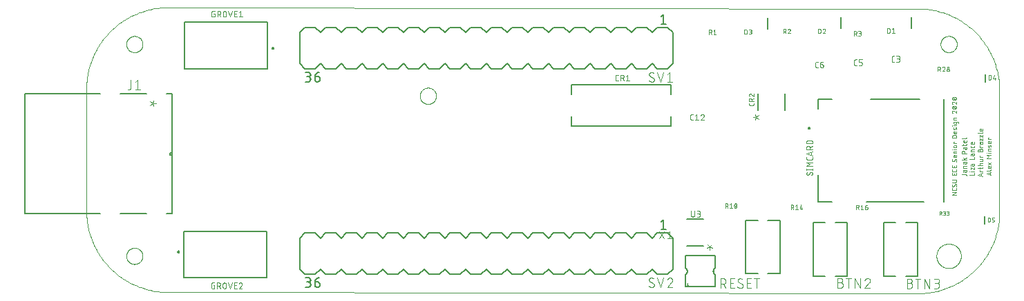
<source format=gto>
G04 EAGLE Gerber RS-274X export*
G75*
%MOMM*%
%FSLAX34Y34*%
%LPD*%
%INSilk top*%
%IPPOS*%
%AMOC8*
5,1,8,0,0,1.08239X$1,22.5*%
G01*
%ADD10C,0.100000*%
%ADD11C,0.050800*%
%ADD12C,0.000000*%
%ADD13C,0.127000*%
%ADD14C,0.200000*%
%ADD15C,0.203200*%
%ADD16C,0.152400*%
%ADD17C,0.101600*%
%ADD18C,0.025400*%
%ADD19C,0.076200*%


D10*
X0Y100000D02*
X29Y97584D01*
X117Y95169D01*
X263Y92757D01*
X467Y90349D01*
X729Y87946D01*
X1049Y85551D01*
X1427Y83164D01*
X1863Y80787D01*
X2356Y78422D01*
X2906Y76068D01*
X3512Y73729D01*
X4175Y71405D01*
X4894Y69098D01*
X5669Y66809D01*
X6498Y64540D01*
X7383Y62291D01*
X8321Y60064D01*
X9313Y57860D01*
X10357Y55681D01*
X11454Y53528D01*
X12603Y51402D01*
X13803Y49304D01*
X15053Y47236D01*
X16353Y45199D01*
X17702Y43194D01*
X19098Y41221D01*
X20542Y39284D01*
X22033Y37381D01*
X23568Y35516D01*
X25149Y33688D01*
X26773Y31898D01*
X28440Y30149D01*
X30149Y28440D01*
X31898Y26773D01*
X33688Y25149D01*
X35516Y23568D01*
X37381Y22033D01*
X39284Y20542D01*
X41221Y19098D01*
X43194Y17702D01*
X45199Y16353D01*
X47236Y15053D01*
X49304Y13803D01*
X51402Y12603D01*
X53528Y11454D01*
X55681Y10357D01*
X57860Y9313D01*
X60064Y8321D01*
X62291Y7383D01*
X64540Y6498D01*
X66809Y5669D01*
X69098Y4894D01*
X71405Y4175D01*
X73729Y3512D01*
X76068Y2906D01*
X78422Y2356D01*
X80787Y1863D01*
X83164Y1427D01*
X85551Y1049D01*
X87946Y729D01*
X90349Y467D01*
X92757Y263D01*
X95169Y117D01*
X97584Y29D01*
X100000Y0D01*
X1118706Y98476D02*
X1118706Y248476D01*
X100000Y350000D02*
X97584Y349971D01*
X95169Y349883D01*
X92757Y349737D01*
X90349Y349533D01*
X87946Y349271D01*
X85551Y348951D01*
X83164Y348573D01*
X80787Y348137D01*
X78422Y347644D01*
X76068Y347094D01*
X73729Y346488D01*
X71405Y345825D01*
X69098Y345106D01*
X66809Y344331D01*
X64540Y343502D01*
X62291Y342617D01*
X60064Y341679D01*
X57860Y340687D01*
X55681Y339643D01*
X53528Y338546D01*
X51402Y337397D01*
X49304Y336197D01*
X47236Y334947D01*
X45199Y333647D01*
X43194Y332298D01*
X41221Y330902D01*
X39284Y329458D01*
X37381Y327967D01*
X35516Y326432D01*
X33688Y324851D01*
X31898Y323227D01*
X30149Y321560D01*
X28440Y319851D01*
X26773Y318102D01*
X25149Y316312D01*
X23568Y314484D01*
X22033Y312619D01*
X20542Y310716D01*
X19098Y308779D01*
X17702Y306806D01*
X16353Y304801D01*
X15053Y302764D01*
X13803Y300696D01*
X12603Y298598D01*
X11454Y296472D01*
X10357Y294319D01*
X9313Y292140D01*
X8321Y289936D01*
X7383Y287709D01*
X6498Y285460D01*
X5669Y283191D01*
X4894Y280902D01*
X4175Y278595D01*
X3512Y276271D01*
X2906Y273932D01*
X2356Y271578D01*
X1863Y269213D01*
X1427Y266836D01*
X1049Y264449D01*
X729Y262054D01*
X467Y259651D01*
X263Y257243D01*
X117Y254831D01*
X29Y252416D01*
X0Y250000D01*
X0Y100000D01*
X100000Y0D02*
X1018706Y-1524D01*
X1018706Y348476D02*
X100000Y350000D01*
X1018706Y348476D02*
X1021122Y348447D01*
X1023537Y348359D01*
X1025949Y348213D01*
X1028357Y348009D01*
X1030760Y347747D01*
X1033155Y347427D01*
X1035542Y347049D01*
X1037919Y346613D01*
X1040284Y346120D01*
X1042638Y345570D01*
X1044977Y344964D01*
X1047301Y344301D01*
X1049608Y343582D01*
X1051897Y342807D01*
X1054166Y341978D01*
X1056415Y341093D01*
X1058642Y340155D01*
X1060846Y339163D01*
X1063025Y338119D01*
X1065178Y337022D01*
X1067304Y335873D01*
X1069402Y334673D01*
X1071470Y333423D01*
X1073507Y332123D01*
X1075512Y330774D01*
X1077485Y329378D01*
X1079422Y327934D01*
X1081325Y326443D01*
X1083190Y324908D01*
X1085018Y323327D01*
X1086808Y321703D01*
X1088557Y320036D01*
X1090266Y318327D01*
X1091933Y316578D01*
X1093557Y314788D01*
X1095138Y312960D01*
X1096673Y311095D01*
X1098164Y309192D01*
X1099608Y307255D01*
X1101004Y305282D01*
X1102353Y303277D01*
X1103653Y301240D01*
X1104903Y299172D01*
X1106103Y297074D01*
X1107252Y294948D01*
X1108349Y292795D01*
X1109393Y290616D01*
X1110385Y288412D01*
X1111323Y286185D01*
X1112208Y283936D01*
X1113037Y281667D01*
X1113812Y279378D01*
X1114531Y277071D01*
X1115194Y274747D01*
X1115800Y272408D01*
X1116350Y270054D01*
X1116843Y267689D01*
X1117279Y265312D01*
X1117657Y262925D01*
X1117977Y260530D01*
X1118239Y258127D01*
X1118443Y255719D01*
X1118589Y253307D01*
X1118677Y250892D01*
X1118706Y248476D01*
X100000Y350000D02*
X97584Y349971D01*
X95169Y349883D01*
X92757Y349737D01*
X90349Y349533D01*
X87946Y349271D01*
X85551Y348951D01*
X83164Y348573D01*
X80787Y348137D01*
X78422Y347644D01*
X76068Y347094D01*
X73729Y346488D01*
X71405Y345825D01*
X69098Y345106D01*
X66809Y344331D01*
X64540Y343502D01*
X62291Y342617D01*
X60064Y341679D01*
X57860Y340687D01*
X55681Y339643D01*
X53528Y338546D01*
X51402Y337397D01*
X49304Y336197D01*
X47236Y334947D01*
X45199Y333647D01*
X43194Y332298D01*
X41221Y330902D01*
X39284Y329458D01*
X37381Y327967D01*
X35516Y326432D01*
X33688Y324851D01*
X31898Y323227D01*
X30149Y321560D01*
X28440Y319851D01*
X26773Y318102D01*
X25149Y316312D01*
X23568Y314484D01*
X22033Y312619D01*
X20542Y310716D01*
X19098Y308779D01*
X17702Y306806D01*
X16353Y304801D01*
X15053Y302764D01*
X13803Y300696D01*
X12603Y298598D01*
X11454Y296472D01*
X10357Y294319D01*
X9313Y292140D01*
X8321Y289936D01*
X7383Y287709D01*
X6498Y285460D01*
X5669Y283191D01*
X4894Y280902D01*
X4175Y278595D01*
X3512Y276271D01*
X2906Y273932D01*
X2356Y271578D01*
X1863Y269213D01*
X1427Y266836D01*
X1049Y264449D01*
X729Y262054D01*
X467Y259651D01*
X263Y257243D01*
X117Y254831D01*
X29Y252416D01*
X0Y250000D01*
X1018706Y-1524D02*
X1021122Y-1495D01*
X1023537Y-1407D01*
X1025949Y-1261D01*
X1028357Y-1057D01*
X1030760Y-795D01*
X1033155Y-475D01*
X1035542Y-97D01*
X1037919Y339D01*
X1040284Y832D01*
X1042638Y1382D01*
X1044977Y1988D01*
X1047301Y2651D01*
X1049608Y3370D01*
X1051897Y4145D01*
X1054166Y4974D01*
X1056415Y5859D01*
X1058642Y6797D01*
X1060846Y7789D01*
X1063025Y8833D01*
X1065178Y9930D01*
X1067304Y11079D01*
X1069402Y12279D01*
X1071470Y13529D01*
X1073507Y14829D01*
X1075512Y16178D01*
X1077485Y17574D01*
X1079422Y19018D01*
X1081325Y20509D01*
X1083190Y22044D01*
X1085018Y23625D01*
X1086808Y25249D01*
X1088557Y26916D01*
X1090266Y28625D01*
X1091933Y30374D01*
X1093557Y32164D01*
X1095138Y33992D01*
X1096673Y35857D01*
X1098164Y37760D01*
X1099608Y39697D01*
X1101004Y41670D01*
X1102353Y43675D01*
X1103653Y45712D01*
X1104903Y47780D01*
X1106103Y49878D01*
X1107252Y52004D01*
X1108349Y54157D01*
X1109393Y56336D01*
X1110385Y58540D01*
X1111323Y60767D01*
X1112208Y63016D01*
X1113037Y65285D01*
X1113812Y67574D01*
X1114531Y69881D01*
X1115194Y72205D01*
X1115800Y74544D01*
X1116350Y76898D01*
X1116843Y79263D01*
X1117279Y81640D01*
X1117657Y84027D01*
X1117977Y86422D01*
X1118239Y88825D01*
X1118443Y91233D01*
X1118589Y93645D01*
X1118677Y96060D01*
X1118706Y98476D01*
D11*
X1076988Y145119D02*
X1072642Y145119D01*
X1076988Y145119D02*
X1077058Y145117D01*
X1077127Y145111D01*
X1077196Y145101D01*
X1077264Y145088D01*
X1077332Y145070D01*
X1077398Y145049D01*
X1077463Y145024D01*
X1077527Y144996D01*
X1077589Y144964D01*
X1077649Y144929D01*
X1077707Y144890D01*
X1077762Y144848D01*
X1077816Y144803D01*
X1077866Y144755D01*
X1077914Y144705D01*
X1077959Y144651D01*
X1078001Y144596D01*
X1078040Y144538D01*
X1078075Y144478D01*
X1078107Y144416D01*
X1078135Y144352D01*
X1078160Y144287D01*
X1078181Y144221D01*
X1078199Y144153D01*
X1078212Y144085D01*
X1078222Y144016D01*
X1078228Y143947D01*
X1078230Y143877D01*
X1078230Y143256D01*
X1076057Y148663D02*
X1076057Y150060D01*
X1076056Y148663D02*
X1076058Y148599D01*
X1076064Y148534D01*
X1076073Y148471D01*
X1076086Y148408D01*
X1076103Y148346D01*
X1076124Y148285D01*
X1076148Y148225D01*
X1076176Y148167D01*
X1076207Y148110D01*
X1076241Y148056D01*
X1076279Y148003D01*
X1076320Y147953D01*
X1076363Y147906D01*
X1076409Y147861D01*
X1076458Y147819D01*
X1076509Y147780D01*
X1076563Y147744D01*
X1076618Y147711D01*
X1076676Y147682D01*
X1076734Y147656D01*
X1076795Y147633D01*
X1076856Y147614D01*
X1076919Y147599D01*
X1076983Y147588D01*
X1077046Y147580D01*
X1077111Y147576D01*
X1077175Y147576D01*
X1077240Y147580D01*
X1077303Y147588D01*
X1077367Y147599D01*
X1077430Y147614D01*
X1077491Y147633D01*
X1077552Y147656D01*
X1077610Y147682D01*
X1077668Y147711D01*
X1077723Y147744D01*
X1077777Y147780D01*
X1077828Y147819D01*
X1077877Y147861D01*
X1077923Y147906D01*
X1077966Y147953D01*
X1078007Y148003D01*
X1078045Y148056D01*
X1078079Y148110D01*
X1078110Y148167D01*
X1078138Y148225D01*
X1078162Y148285D01*
X1078183Y148346D01*
X1078200Y148408D01*
X1078213Y148471D01*
X1078222Y148534D01*
X1078228Y148599D01*
X1078230Y148663D01*
X1078230Y150060D01*
X1075436Y150060D01*
X1075378Y150058D01*
X1075319Y150053D01*
X1075262Y150044D01*
X1075204Y150031D01*
X1075148Y150014D01*
X1075093Y149995D01*
X1075040Y149971D01*
X1074987Y149945D01*
X1074937Y149915D01*
X1074889Y149882D01*
X1074843Y149846D01*
X1074799Y149808D01*
X1074757Y149766D01*
X1074719Y149722D01*
X1074683Y149676D01*
X1074650Y149628D01*
X1074620Y149578D01*
X1074594Y149525D01*
X1074570Y149472D01*
X1074551Y149417D01*
X1074534Y149361D01*
X1074521Y149303D01*
X1074512Y149246D01*
X1074507Y149187D01*
X1074505Y149129D01*
X1074505Y147887D01*
X1074505Y152726D02*
X1078230Y152726D01*
X1074505Y152726D02*
X1074505Y154278D01*
X1074507Y154336D01*
X1074512Y154395D01*
X1074521Y154452D01*
X1074534Y154510D01*
X1074551Y154566D01*
X1074570Y154621D01*
X1074594Y154674D01*
X1074620Y154727D01*
X1074650Y154777D01*
X1074683Y154825D01*
X1074719Y154871D01*
X1074757Y154915D01*
X1074799Y154957D01*
X1074843Y154995D01*
X1074889Y155031D01*
X1074937Y155064D01*
X1074987Y155094D01*
X1075040Y155120D01*
X1075093Y155144D01*
X1075148Y155163D01*
X1075204Y155180D01*
X1075262Y155193D01*
X1075319Y155202D01*
X1075378Y155207D01*
X1075436Y155209D01*
X1075436Y155210D02*
X1078230Y155210D01*
X1076057Y158721D02*
X1076057Y160118D01*
X1076056Y158721D02*
X1076058Y158657D01*
X1076064Y158592D01*
X1076073Y158529D01*
X1076086Y158466D01*
X1076103Y158404D01*
X1076124Y158343D01*
X1076148Y158283D01*
X1076176Y158225D01*
X1076207Y158168D01*
X1076241Y158114D01*
X1076279Y158061D01*
X1076320Y158011D01*
X1076363Y157964D01*
X1076409Y157919D01*
X1076458Y157877D01*
X1076509Y157838D01*
X1076563Y157802D01*
X1076618Y157769D01*
X1076676Y157740D01*
X1076734Y157714D01*
X1076795Y157691D01*
X1076856Y157672D01*
X1076919Y157657D01*
X1076983Y157646D01*
X1077046Y157638D01*
X1077111Y157634D01*
X1077175Y157634D01*
X1077240Y157638D01*
X1077303Y157646D01*
X1077367Y157657D01*
X1077430Y157672D01*
X1077491Y157691D01*
X1077552Y157714D01*
X1077610Y157740D01*
X1077668Y157769D01*
X1077723Y157802D01*
X1077777Y157838D01*
X1077828Y157877D01*
X1077877Y157919D01*
X1077923Y157964D01*
X1077966Y158011D01*
X1078007Y158061D01*
X1078045Y158114D01*
X1078079Y158168D01*
X1078110Y158225D01*
X1078138Y158283D01*
X1078162Y158343D01*
X1078183Y158404D01*
X1078200Y158466D01*
X1078213Y158529D01*
X1078222Y158592D01*
X1078228Y158657D01*
X1078230Y158721D01*
X1078230Y160118D01*
X1075436Y160118D01*
X1075378Y160116D01*
X1075319Y160111D01*
X1075262Y160102D01*
X1075204Y160089D01*
X1075148Y160072D01*
X1075093Y160053D01*
X1075040Y160029D01*
X1074987Y160003D01*
X1074937Y159973D01*
X1074889Y159940D01*
X1074843Y159904D01*
X1074799Y159866D01*
X1074757Y159824D01*
X1074719Y159780D01*
X1074683Y159734D01*
X1074650Y159686D01*
X1074620Y159636D01*
X1074594Y159583D01*
X1074570Y159530D01*
X1074551Y159475D01*
X1074534Y159419D01*
X1074521Y159361D01*
X1074512Y159304D01*
X1074507Y159245D01*
X1074505Y159187D01*
X1074505Y157945D01*
X1072642Y162851D02*
X1078230Y162851D01*
X1076367Y162851D02*
X1074505Y165334D01*
X1075591Y163937D02*
X1078230Y165334D01*
X1078230Y170603D02*
X1072642Y170603D01*
X1072642Y172156D01*
X1072644Y172233D01*
X1072650Y172311D01*
X1072659Y172387D01*
X1072673Y172464D01*
X1072690Y172539D01*
X1072711Y172613D01*
X1072736Y172687D01*
X1072764Y172759D01*
X1072796Y172829D01*
X1072831Y172898D01*
X1072870Y172965D01*
X1072912Y173030D01*
X1072957Y173093D01*
X1073005Y173154D01*
X1073056Y173212D01*
X1073110Y173267D01*
X1073167Y173320D01*
X1073226Y173369D01*
X1073288Y173416D01*
X1073352Y173460D01*
X1073418Y173500D01*
X1073486Y173537D01*
X1073556Y173571D01*
X1073627Y173601D01*
X1073700Y173627D01*
X1073774Y173650D01*
X1073849Y173669D01*
X1073924Y173684D01*
X1074001Y173696D01*
X1074078Y173704D01*
X1074155Y173708D01*
X1074233Y173708D01*
X1074310Y173704D01*
X1074387Y173696D01*
X1074464Y173684D01*
X1074539Y173669D01*
X1074614Y173650D01*
X1074688Y173627D01*
X1074761Y173601D01*
X1074832Y173571D01*
X1074902Y173537D01*
X1074970Y173500D01*
X1075036Y173460D01*
X1075100Y173416D01*
X1075162Y173369D01*
X1075221Y173320D01*
X1075278Y173267D01*
X1075332Y173212D01*
X1075383Y173154D01*
X1075431Y173093D01*
X1075476Y173030D01*
X1075518Y172965D01*
X1075557Y172898D01*
X1075592Y172829D01*
X1075624Y172759D01*
X1075652Y172687D01*
X1075677Y172613D01*
X1075698Y172539D01*
X1075715Y172464D01*
X1075729Y172387D01*
X1075738Y172311D01*
X1075744Y172233D01*
X1075746Y172156D01*
X1075746Y170603D01*
X1076057Y176826D02*
X1076057Y178223D01*
X1076056Y176826D02*
X1076058Y176762D01*
X1076064Y176697D01*
X1076073Y176634D01*
X1076086Y176571D01*
X1076103Y176509D01*
X1076124Y176448D01*
X1076148Y176388D01*
X1076176Y176330D01*
X1076207Y176273D01*
X1076241Y176219D01*
X1076279Y176166D01*
X1076320Y176116D01*
X1076363Y176069D01*
X1076409Y176024D01*
X1076458Y175982D01*
X1076509Y175943D01*
X1076563Y175907D01*
X1076618Y175874D01*
X1076676Y175845D01*
X1076734Y175819D01*
X1076795Y175796D01*
X1076856Y175777D01*
X1076919Y175762D01*
X1076983Y175751D01*
X1077046Y175743D01*
X1077111Y175739D01*
X1077175Y175739D01*
X1077240Y175743D01*
X1077303Y175751D01*
X1077367Y175762D01*
X1077430Y175777D01*
X1077491Y175796D01*
X1077552Y175819D01*
X1077610Y175845D01*
X1077668Y175874D01*
X1077723Y175907D01*
X1077777Y175943D01*
X1077828Y175982D01*
X1077877Y176024D01*
X1077923Y176069D01*
X1077966Y176116D01*
X1078007Y176166D01*
X1078045Y176219D01*
X1078079Y176273D01*
X1078110Y176330D01*
X1078138Y176388D01*
X1078162Y176448D01*
X1078183Y176509D01*
X1078200Y176571D01*
X1078213Y176634D01*
X1078222Y176697D01*
X1078228Y176762D01*
X1078230Y176826D01*
X1078230Y178223D01*
X1075436Y178223D01*
X1075378Y178221D01*
X1075319Y178216D01*
X1075262Y178207D01*
X1075204Y178194D01*
X1075148Y178177D01*
X1075093Y178158D01*
X1075040Y178134D01*
X1074987Y178108D01*
X1074937Y178078D01*
X1074889Y178045D01*
X1074843Y178009D01*
X1074799Y177971D01*
X1074757Y177929D01*
X1074719Y177885D01*
X1074683Y177839D01*
X1074650Y177791D01*
X1074620Y177741D01*
X1074594Y177688D01*
X1074570Y177635D01*
X1074551Y177580D01*
X1074534Y177524D01*
X1074521Y177466D01*
X1074512Y177409D01*
X1074507Y177350D01*
X1074505Y177292D01*
X1074505Y176050D01*
X1074505Y180240D02*
X1074505Y182103D01*
X1072642Y180861D02*
X1077299Y180861D01*
X1077357Y180863D01*
X1077416Y180868D01*
X1077473Y180877D01*
X1077531Y180890D01*
X1077587Y180907D01*
X1077642Y180926D01*
X1077695Y180950D01*
X1077748Y180976D01*
X1077798Y181006D01*
X1077846Y181039D01*
X1077892Y181075D01*
X1077936Y181113D01*
X1077978Y181155D01*
X1078016Y181199D01*
X1078052Y181245D01*
X1078085Y181293D01*
X1078115Y181344D01*
X1078141Y181396D01*
X1078165Y181449D01*
X1078184Y181504D01*
X1078201Y181560D01*
X1078214Y181618D01*
X1078223Y181675D01*
X1078228Y181734D01*
X1078230Y181792D01*
X1078230Y182103D01*
X1078230Y185112D02*
X1078230Y186665D01*
X1078230Y185112D02*
X1078228Y185054D01*
X1078223Y184995D01*
X1078214Y184938D01*
X1078201Y184880D01*
X1078184Y184824D01*
X1078165Y184769D01*
X1078141Y184716D01*
X1078115Y184663D01*
X1078085Y184613D01*
X1078052Y184565D01*
X1078016Y184519D01*
X1077978Y184475D01*
X1077936Y184433D01*
X1077892Y184395D01*
X1077846Y184359D01*
X1077798Y184326D01*
X1077748Y184296D01*
X1077695Y184270D01*
X1077642Y184246D01*
X1077587Y184227D01*
X1077531Y184210D01*
X1077473Y184197D01*
X1077416Y184188D01*
X1077357Y184183D01*
X1077299Y184181D01*
X1075746Y184181D01*
X1075676Y184183D01*
X1075607Y184189D01*
X1075538Y184199D01*
X1075470Y184212D01*
X1075402Y184230D01*
X1075336Y184251D01*
X1075271Y184276D01*
X1075207Y184304D01*
X1075145Y184336D01*
X1075085Y184371D01*
X1075027Y184410D01*
X1074972Y184452D01*
X1074918Y184497D01*
X1074868Y184545D01*
X1074820Y184595D01*
X1074775Y184649D01*
X1074733Y184704D01*
X1074694Y184762D01*
X1074659Y184822D01*
X1074627Y184884D01*
X1074599Y184948D01*
X1074574Y185013D01*
X1074553Y185079D01*
X1074535Y185147D01*
X1074522Y185215D01*
X1074512Y185284D01*
X1074506Y185353D01*
X1074504Y185423D01*
X1074506Y185493D01*
X1074512Y185562D01*
X1074522Y185631D01*
X1074535Y185699D01*
X1074553Y185767D01*
X1074574Y185833D01*
X1074599Y185898D01*
X1074627Y185962D01*
X1074659Y186024D01*
X1074694Y186084D01*
X1074733Y186142D01*
X1074775Y186197D01*
X1074820Y186251D01*
X1074868Y186301D01*
X1074918Y186349D01*
X1074972Y186394D01*
X1075027Y186436D01*
X1075085Y186475D01*
X1075145Y186510D01*
X1075207Y186542D01*
X1075271Y186570D01*
X1075336Y186595D01*
X1075402Y186616D01*
X1075470Y186634D01*
X1075538Y186647D01*
X1075607Y186657D01*
X1075676Y186663D01*
X1075746Y186665D01*
X1076367Y186665D01*
X1076367Y184181D01*
X1077299Y189005D02*
X1072642Y189005D01*
X1077299Y189006D02*
X1077357Y189008D01*
X1077416Y189013D01*
X1077473Y189022D01*
X1077531Y189035D01*
X1077587Y189052D01*
X1077642Y189071D01*
X1077695Y189095D01*
X1077748Y189121D01*
X1077798Y189151D01*
X1077846Y189184D01*
X1077892Y189220D01*
X1077936Y189258D01*
X1077978Y189300D01*
X1078016Y189344D01*
X1078052Y189390D01*
X1078085Y189438D01*
X1078115Y189488D01*
X1078141Y189541D01*
X1078165Y189594D01*
X1078184Y189649D01*
X1078201Y189705D01*
X1078214Y189763D01*
X1078223Y189820D01*
X1078228Y189879D01*
X1078230Y189937D01*
X1082040Y144018D02*
X1087628Y144018D01*
X1087628Y146502D01*
X1087628Y148485D02*
X1083903Y148485D01*
X1082350Y148330D02*
X1082040Y148330D01*
X1082040Y148640D01*
X1082350Y148640D01*
X1082350Y148330D01*
X1083903Y150535D02*
X1083903Y153019D01*
X1087628Y150535D01*
X1087628Y153019D01*
X1085455Y156165D02*
X1085455Y157562D01*
X1085454Y156165D02*
X1085456Y156101D01*
X1085462Y156036D01*
X1085471Y155973D01*
X1085484Y155910D01*
X1085501Y155848D01*
X1085522Y155787D01*
X1085546Y155727D01*
X1085574Y155669D01*
X1085605Y155612D01*
X1085639Y155558D01*
X1085677Y155505D01*
X1085718Y155455D01*
X1085761Y155408D01*
X1085807Y155363D01*
X1085856Y155321D01*
X1085907Y155282D01*
X1085961Y155246D01*
X1086016Y155213D01*
X1086074Y155184D01*
X1086132Y155158D01*
X1086193Y155135D01*
X1086254Y155116D01*
X1086317Y155101D01*
X1086381Y155090D01*
X1086444Y155082D01*
X1086509Y155078D01*
X1086573Y155078D01*
X1086638Y155082D01*
X1086701Y155090D01*
X1086765Y155101D01*
X1086828Y155116D01*
X1086889Y155135D01*
X1086950Y155158D01*
X1087008Y155184D01*
X1087066Y155213D01*
X1087121Y155246D01*
X1087175Y155282D01*
X1087226Y155321D01*
X1087275Y155363D01*
X1087321Y155408D01*
X1087364Y155455D01*
X1087405Y155505D01*
X1087443Y155558D01*
X1087477Y155612D01*
X1087508Y155669D01*
X1087536Y155727D01*
X1087560Y155787D01*
X1087581Y155848D01*
X1087598Y155910D01*
X1087611Y155973D01*
X1087620Y156036D01*
X1087626Y156101D01*
X1087628Y156165D01*
X1087628Y157562D01*
X1084834Y157562D01*
X1084776Y157560D01*
X1084717Y157555D01*
X1084660Y157546D01*
X1084602Y157533D01*
X1084546Y157516D01*
X1084491Y157497D01*
X1084438Y157473D01*
X1084385Y157447D01*
X1084335Y157417D01*
X1084287Y157384D01*
X1084241Y157348D01*
X1084197Y157310D01*
X1084155Y157268D01*
X1084117Y157224D01*
X1084081Y157178D01*
X1084048Y157130D01*
X1084018Y157080D01*
X1083992Y157027D01*
X1083968Y156974D01*
X1083949Y156919D01*
X1083932Y156863D01*
X1083919Y156805D01*
X1083910Y156748D01*
X1083905Y156689D01*
X1083903Y156631D01*
X1083903Y155389D01*
X1082040Y163220D02*
X1087628Y163220D01*
X1087628Y165704D01*
X1085455Y168783D02*
X1085455Y170180D01*
X1085454Y168783D02*
X1085456Y168719D01*
X1085462Y168654D01*
X1085471Y168591D01*
X1085484Y168528D01*
X1085501Y168466D01*
X1085522Y168405D01*
X1085546Y168345D01*
X1085574Y168287D01*
X1085605Y168230D01*
X1085639Y168176D01*
X1085677Y168123D01*
X1085718Y168073D01*
X1085761Y168026D01*
X1085807Y167981D01*
X1085856Y167939D01*
X1085907Y167900D01*
X1085961Y167864D01*
X1086016Y167831D01*
X1086074Y167802D01*
X1086132Y167776D01*
X1086193Y167753D01*
X1086254Y167734D01*
X1086317Y167719D01*
X1086381Y167708D01*
X1086444Y167700D01*
X1086509Y167696D01*
X1086573Y167696D01*
X1086638Y167700D01*
X1086701Y167708D01*
X1086765Y167719D01*
X1086828Y167734D01*
X1086889Y167753D01*
X1086950Y167776D01*
X1087008Y167802D01*
X1087066Y167831D01*
X1087121Y167864D01*
X1087175Y167900D01*
X1087226Y167939D01*
X1087275Y167981D01*
X1087321Y168026D01*
X1087364Y168073D01*
X1087405Y168123D01*
X1087443Y168176D01*
X1087477Y168230D01*
X1087508Y168287D01*
X1087536Y168345D01*
X1087560Y168405D01*
X1087581Y168466D01*
X1087598Y168528D01*
X1087611Y168591D01*
X1087620Y168654D01*
X1087626Y168719D01*
X1087628Y168783D01*
X1087628Y170180D01*
X1084834Y170180D01*
X1084776Y170178D01*
X1084717Y170173D01*
X1084660Y170164D01*
X1084602Y170151D01*
X1084546Y170134D01*
X1084491Y170115D01*
X1084438Y170091D01*
X1084385Y170065D01*
X1084335Y170035D01*
X1084287Y170002D01*
X1084241Y169966D01*
X1084197Y169928D01*
X1084155Y169886D01*
X1084117Y169842D01*
X1084081Y169796D01*
X1084048Y169748D01*
X1084018Y169698D01*
X1083992Y169645D01*
X1083968Y169592D01*
X1083949Y169537D01*
X1083932Y169481D01*
X1083919Y169423D01*
X1083910Y169366D01*
X1083905Y169307D01*
X1083903Y169249D01*
X1083903Y168007D01*
X1083903Y172846D02*
X1087628Y172846D01*
X1083903Y172846D02*
X1083903Y174399D01*
X1083905Y174457D01*
X1083910Y174516D01*
X1083919Y174573D01*
X1083932Y174631D01*
X1083949Y174687D01*
X1083968Y174742D01*
X1083992Y174795D01*
X1084018Y174848D01*
X1084048Y174898D01*
X1084081Y174946D01*
X1084117Y174992D01*
X1084155Y175036D01*
X1084197Y175078D01*
X1084241Y175116D01*
X1084287Y175152D01*
X1084335Y175185D01*
X1084385Y175215D01*
X1084438Y175241D01*
X1084491Y175265D01*
X1084546Y175284D01*
X1084602Y175301D01*
X1084660Y175314D01*
X1084717Y175323D01*
X1084776Y175328D01*
X1084834Y175330D01*
X1087628Y175330D01*
X1087628Y178722D02*
X1087628Y179964D01*
X1087628Y178722D02*
X1087626Y178664D01*
X1087621Y178605D01*
X1087612Y178548D01*
X1087599Y178490D01*
X1087582Y178434D01*
X1087563Y178379D01*
X1087539Y178326D01*
X1087513Y178273D01*
X1087483Y178223D01*
X1087450Y178175D01*
X1087414Y178129D01*
X1087376Y178085D01*
X1087334Y178043D01*
X1087290Y178005D01*
X1087244Y177969D01*
X1087196Y177936D01*
X1087146Y177906D01*
X1087093Y177880D01*
X1087040Y177856D01*
X1086985Y177837D01*
X1086929Y177820D01*
X1086871Y177807D01*
X1086814Y177798D01*
X1086755Y177793D01*
X1086697Y177791D01*
X1084834Y177791D01*
X1084776Y177793D01*
X1084717Y177798D01*
X1084660Y177807D01*
X1084602Y177820D01*
X1084546Y177837D01*
X1084491Y177856D01*
X1084438Y177880D01*
X1084385Y177906D01*
X1084335Y177936D01*
X1084287Y177969D01*
X1084241Y178005D01*
X1084197Y178043D01*
X1084155Y178085D01*
X1084117Y178129D01*
X1084081Y178175D01*
X1084048Y178223D01*
X1084018Y178273D01*
X1083992Y178326D01*
X1083968Y178379D01*
X1083949Y178434D01*
X1083932Y178490D01*
X1083919Y178548D01*
X1083910Y178605D01*
X1083905Y178664D01*
X1083903Y178722D01*
X1083903Y179964D01*
X1087628Y182922D02*
X1087628Y184474D01*
X1087628Y182922D02*
X1087626Y182864D01*
X1087621Y182805D01*
X1087612Y182748D01*
X1087599Y182690D01*
X1087582Y182634D01*
X1087563Y182579D01*
X1087539Y182526D01*
X1087513Y182473D01*
X1087483Y182423D01*
X1087450Y182375D01*
X1087414Y182329D01*
X1087376Y182285D01*
X1087334Y182243D01*
X1087290Y182205D01*
X1087244Y182169D01*
X1087196Y182136D01*
X1087146Y182106D01*
X1087093Y182080D01*
X1087040Y182056D01*
X1086985Y182037D01*
X1086929Y182020D01*
X1086871Y182007D01*
X1086814Y181998D01*
X1086755Y181993D01*
X1086697Y181991D01*
X1086697Y181990D02*
X1085144Y181990D01*
X1085074Y181992D01*
X1085005Y181998D01*
X1084936Y182008D01*
X1084868Y182021D01*
X1084800Y182039D01*
X1084734Y182060D01*
X1084669Y182085D01*
X1084605Y182113D01*
X1084543Y182145D01*
X1084483Y182180D01*
X1084425Y182219D01*
X1084370Y182261D01*
X1084316Y182306D01*
X1084266Y182354D01*
X1084218Y182404D01*
X1084173Y182458D01*
X1084131Y182513D01*
X1084092Y182571D01*
X1084057Y182631D01*
X1084025Y182693D01*
X1083997Y182757D01*
X1083972Y182822D01*
X1083951Y182888D01*
X1083933Y182956D01*
X1083920Y183024D01*
X1083910Y183093D01*
X1083904Y183162D01*
X1083902Y183232D01*
X1083904Y183302D01*
X1083910Y183371D01*
X1083920Y183440D01*
X1083933Y183508D01*
X1083951Y183576D01*
X1083972Y183642D01*
X1083997Y183707D01*
X1084025Y183771D01*
X1084057Y183833D01*
X1084092Y183893D01*
X1084131Y183951D01*
X1084173Y184006D01*
X1084218Y184060D01*
X1084266Y184110D01*
X1084316Y184158D01*
X1084370Y184203D01*
X1084425Y184245D01*
X1084483Y184284D01*
X1084543Y184319D01*
X1084605Y184351D01*
X1084669Y184379D01*
X1084734Y184404D01*
X1084800Y184425D01*
X1084868Y184443D01*
X1084936Y184456D01*
X1085005Y184466D01*
X1085074Y184472D01*
X1085144Y184474D01*
X1085765Y184474D01*
X1085765Y181990D01*
X1092454Y144357D02*
X1098042Y142494D01*
X1098042Y146219D02*
X1092454Y144357D01*
X1096645Y145754D02*
X1096645Y142960D01*
X1098042Y148451D02*
X1094317Y148451D01*
X1094317Y150314D01*
X1094938Y150314D01*
X1094317Y151610D02*
X1094317Y153472D01*
X1092454Y152230D02*
X1097111Y152230D01*
X1097111Y152231D02*
X1097169Y152233D01*
X1097228Y152238D01*
X1097285Y152247D01*
X1097343Y152260D01*
X1097399Y152277D01*
X1097454Y152296D01*
X1097507Y152320D01*
X1097560Y152346D01*
X1097610Y152376D01*
X1097658Y152409D01*
X1097704Y152445D01*
X1097748Y152483D01*
X1097790Y152525D01*
X1097828Y152569D01*
X1097864Y152615D01*
X1097897Y152663D01*
X1097927Y152714D01*
X1097953Y152766D01*
X1097977Y152819D01*
X1097996Y152874D01*
X1098013Y152930D01*
X1098026Y152988D01*
X1098035Y153045D01*
X1098040Y153104D01*
X1098042Y153162D01*
X1098042Y153472D01*
X1098042Y155734D02*
X1092454Y155734D01*
X1094317Y155734D02*
X1094317Y157286D01*
X1094319Y157344D01*
X1094324Y157403D01*
X1094333Y157460D01*
X1094346Y157518D01*
X1094363Y157574D01*
X1094382Y157629D01*
X1094406Y157682D01*
X1094432Y157735D01*
X1094462Y157785D01*
X1094495Y157833D01*
X1094531Y157879D01*
X1094569Y157923D01*
X1094611Y157965D01*
X1094655Y158003D01*
X1094701Y158039D01*
X1094749Y158072D01*
X1094799Y158102D01*
X1094852Y158128D01*
X1094905Y158152D01*
X1094960Y158171D01*
X1095016Y158188D01*
X1095074Y158201D01*
X1095131Y158210D01*
X1095190Y158215D01*
X1095248Y158217D01*
X1098042Y158217D01*
X1097111Y160854D02*
X1094317Y160854D01*
X1097111Y160854D02*
X1097169Y160856D01*
X1097228Y160861D01*
X1097285Y160870D01*
X1097343Y160883D01*
X1097399Y160900D01*
X1097454Y160919D01*
X1097507Y160943D01*
X1097560Y160969D01*
X1097610Y160999D01*
X1097658Y161032D01*
X1097704Y161068D01*
X1097748Y161106D01*
X1097790Y161148D01*
X1097828Y161192D01*
X1097864Y161238D01*
X1097897Y161286D01*
X1097927Y161336D01*
X1097953Y161389D01*
X1097977Y161442D01*
X1097996Y161497D01*
X1098013Y161553D01*
X1098026Y161611D01*
X1098035Y161668D01*
X1098040Y161727D01*
X1098042Y161785D01*
X1098042Y163338D01*
X1094317Y163338D01*
X1094317Y166007D02*
X1098042Y166007D01*
X1094317Y166007D02*
X1094317Y167870D01*
X1094938Y167870D01*
X1094938Y172879D02*
X1094938Y174432D01*
X1094940Y174509D01*
X1094946Y174587D01*
X1094955Y174663D01*
X1094969Y174740D01*
X1094986Y174815D01*
X1095007Y174889D01*
X1095032Y174963D01*
X1095060Y175035D01*
X1095092Y175105D01*
X1095127Y175174D01*
X1095166Y175241D01*
X1095208Y175306D01*
X1095253Y175369D01*
X1095301Y175430D01*
X1095352Y175488D01*
X1095406Y175543D01*
X1095463Y175596D01*
X1095522Y175645D01*
X1095584Y175692D01*
X1095648Y175736D01*
X1095714Y175776D01*
X1095782Y175813D01*
X1095852Y175847D01*
X1095923Y175877D01*
X1095996Y175903D01*
X1096070Y175926D01*
X1096145Y175945D01*
X1096220Y175960D01*
X1096297Y175972D01*
X1096374Y175980D01*
X1096451Y175984D01*
X1096529Y175984D01*
X1096606Y175980D01*
X1096683Y175972D01*
X1096760Y175960D01*
X1096835Y175945D01*
X1096910Y175926D01*
X1096984Y175903D01*
X1097057Y175877D01*
X1097128Y175847D01*
X1097198Y175813D01*
X1097266Y175776D01*
X1097332Y175736D01*
X1097396Y175692D01*
X1097458Y175645D01*
X1097517Y175596D01*
X1097574Y175543D01*
X1097628Y175488D01*
X1097679Y175430D01*
X1097727Y175369D01*
X1097772Y175306D01*
X1097814Y175241D01*
X1097853Y175174D01*
X1097888Y175105D01*
X1097920Y175035D01*
X1097948Y174963D01*
X1097973Y174889D01*
X1097994Y174815D01*
X1098011Y174740D01*
X1098025Y174663D01*
X1098034Y174587D01*
X1098040Y174509D01*
X1098042Y174432D01*
X1098042Y172879D01*
X1092454Y172879D01*
X1092454Y174432D01*
X1092456Y174502D01*
X1092462Y174571D01*
X1092472Y174640D01*
X1092485Y174708D01*
X1092503Y174776D01*
X1092524Y174842D01*
X1092549Y174907D01*
X1092577Y174971D01*
X1092609Y175033D01*
X1092644Y175093D01*
X1092683Y175151D01*
X1092725Y175206D01*
X1092770Y175260D01*
X1092818Y175310D01*
X1092868Y175358D01*
X1092922Y175403D01*
X1092977Y175445D01*
X1093035Y175484D01*
X1093095Y175519D01*
X1093157Y175551D01*
X1093221Y175579D01*
X1093286Y175604D01*
X1093352Y175625D01*
X1093420Y175643D01*
X1093488Y175656D01*
X1093557Y175666D01*
X1093626Y175672D01*
X1093696Y175674D01*
X1093766Y175672D01*
X1093835Y175666D01*
X1093904Y175656D01*
X1093972Y175643D01*
X1094040Y175625D01*
X1094106Y175604D01*
X1094171Y175579D01*
X1094235Y175551D01*
X1094297Y175519D01*
X1094357Y175484D01*
X1094415Y175445D01*
X1094470Y175403D01*
X1094524Y175358D01*
X1094574Y175310D01*
X1094622Y175260D01*
X1094667Y175206D01*
X1094709Y175151D01*
X1094748Y175093D01*
X1094783Y175033D01*
X1094815Y174971D01*
X1094843Y174907D01*
X1094868Y174842D01*
X1094889Y174776D01*
X1094907Y174708D01*
X1094920Y174640D01*
X1094930Y174571D01*
X1094936Y174502D01*
X1094938Y174432D01*
X1094317Y178260D02*
X1098042Y178260D01*
X1094317Y178260D02*
X1094317Y180123D01*
X1094938Y180123D01*
X1095869Y182943D02*
X1095869Y184340D01*
X1095868Y182943D02*
X1095870Y182879D01*
X1095876Y182814D01*
X1095885Y182751D01*
X1095898Y182688D01*
X1095915Y182626D01*
X1095936Y182565D01*
X1095960Y182505D01*
X1095988Y182447D01*
X1096019Y182390D01*
X1096053Y182336D01*
X1096091Y182283D01*
X1096132Y182233D01*
X1096175Y182186D01*
X1096221Y182141D01*
X1096270Y182099D01*
X1096321Y182060D01*
X1096375Y182024D01*
X1096430Y181991D01*
X1096488Y181962D01*
X1096546Y181936D01*
X1096607Y181913D01*
X1096668Y181894D01*
X1096731Y181879D01*
X1096795Y181868D01*
X1096858Y181860D01*
X1096923Y181856D01*
X1096987Y181856D01*
X1097052Y181860D01*
X1097115Y181868D01*
X1097179Y181879D01*
X1097242Y181894D01*
X1097303Y181913D01*
X1097364Y181936D01*
X1097422Y181962D01*
X1097480Y181991D01*
X1097535Y182024D01*
X1097589Y182060D01*
X1097640Y182099D01*
X1097689Y182141D01*
X1097735Y182186D01*
X1097778Y182233D01*
X1097819Y182283D01*
X1097857Y182336D01*
X1097891Y182390D01*
X1097922Y182447D01*
X1097950Y182505D01*
X1097974Y182565D01*
X1097995Y182626D01*
X1098012Y182688D01*
X1098025Y182751D01*
X1098034Y182814D01*
X1098040Y182879D01*
X1098042Y182943D01*
X1098042Y184340D01*
X1095248Y184340D01*
X1095248Y184339D02*
X1095190Y184337D01*
X1095131Y184332D01*
X1095074Y184323D01*
X1095016Y184310D01*
X1094960Y184293D01*
X1094905Y184274D01*
X1094852Y184250D01*
X1094799Y184224D01*
X1094749Y184194D01*
X1094701Y184161D01*
X1094655Y184125D01*
X1094611Y184087D01*
X1094569Y184045D01*
X1094531Y184001D01*
X1094495Y183955D01*
X1094462Y183907D01*
X1094432Y183857D01*
X1094406Y183804D01*
X1094382Y183751D01*
X1094363Y183696D01*
X1094346Y183640D01*
X1094333Y183582D01*
X1094324Y183525D01*
X1094319Y183466D01*
X1094317Y183408D01*
X1094317Y182167D01*
X1094317Y186640D02*
X1094317Y189123D01*
X1098042Y186640D01*
X1098042Y189123D01*
X1094317Y191029D02*
X1094317Y193513D01*
X1098042Y191029D01*
X1098042Y193513D01*
X1097111Y195670D02*
X1092454Y195670D01*
X1097111Y195671D02*
X1097169Y195673D01*
X1097228Y195678D01*
X1097285Y195687D01*
X1097343Y195700D01*
X1097399Y195717D01*
X1097454Y195736D01*
X1097507Y195760D01*
X1097560Y195786D01*
X1097610Y195816D01*
X1097658Y195849D01*
X1097704Y195885D01*
X1097748Y195923D01*
X1097790Y195965D01*
X1097828Y196009D01*
X1097864Y196055D01*
X1097897Y196103D01*
X1097927Y196153D01*
X1097953Y196206D01*
X1097977Y196259D01*
X1097996Y196314D01*
X1098013Y196370D01*
X1098026Y196428D01*
X1098035Y196485D01*
X1098040Y196544D01*
X1098042Y196602D01*
X1098042Y199458D02*
X1098042Y201011D01*
X1098042Y199458D02*
X1098040Y199400D01*
X1098035Y199341D01*
X1098026Y199284D01*
X1098013Y199226D01*
X1097996Y199170D01*
X1097977Y199115D01*
X1097953Y199062D01*
X1097927Y199009D01*
X1097897Y198959D01*
X1097864Y198911D01*
X1097828Y198865D01*
X1097790Y198821D01*
X1097748Y198779D01*
X1097704Y198741D01*
X1097658Y198705D01*
X1097610Y198672D01*
X1097560Y198642D01*
X1097507Y198616D01*
X1097454Y198592D01*
X1097399Y198573D01*
X1097343Y198556D01*
X1097285Y198543D01*
X1097228Y198534D01*
X1097169Y198529D01*
X1097111Y198527D01*
X1095558Y198527D01*
X1095488Y198529D01*
X1095419Y198535D01*
X1095350Y198545D01*
X1095282Y198558D01*
X1095214Y198576D01*
X1095148Y198597D01*
X1095083Y198622D01*
X1095019Y198650D01*
X1094957Y198682D01*
X1094897Y198717D01*
X1094839Y198756D01*
X1094784Y198798D01*
X1094730Y198843D01*
X1094680Y198891D01*
X1094632Y198941D01*
X1094587Y198995D01*
X1094545Y199050D01*
X1094506Y199108D01*
X1094471Y199168D01*
X1094439Y199230D01*
X1094411Y199294D01*
X1094386Y199359D01*
X1094365Y199425D01*
X1094347Y199493D01*
X1094334Y199561D01*
X1094324Y199630D01*
X1094318Y199699D01*
X1094316Y199769D01*
X1094318Y199839D01*
X1094324Y199908D01*
X1094334Y199977D01*
X1094347Y200045D01*
X1094365Y200113D01*
X1094386Y200179D01*
X1094411Y200244D01*
X1094439Y200308D01*
X1094471Y200370D01*
X1094506Y200430D01*
X1094545Y200488D01*
X1094587Y200543D01*
X1094632Y200597D01*
X1094680Y200647D01*
X1094730Y200695D01*
X1094784Y200740D01*
X1094839Y200782D01*
X1094897Y200821D01*
X1094957Y200856D01*
X1095019Y200888D01*
X1095083Y200916D01*
X1095148Y200941D01*
X1095214Y200962D01*
X1095282Y200980D01*
X1095350Y200993D01*
X1095419Y201003D01*
X1095488Y201009D01*
X1095558Y201011D01*
X1096179Y201011D01*
X1096179Y198527D01*
X1102868Y145627D02*
X1108456Y143764D01*
X1108456Y147489D02*
X1102868Y145627D01*
X1107059Y147024D02*
X1107059Y144230D01*
X1107525Y149575D02*
X1102868Y149575D01*
X1107525Y149575D02*
X1107583Y149577D01*
X1107642Y149582D01*
X1107699Y149591D01*
X1107757Y149604D01*
X1107813Y149621D01*
X1107868Y149640D01*
X1107921Y149664D01*
X1107974Y149690D01*
X1108024Y149720D01*
X1108072Y149753D01*
X1108118Y149789D01*
X1108162Y149827D01*
X1108204Y149869D01*
X1108242Y149913D01*
X1108278Y149959D01*
X1108311Y150007D01*
X1108341Y150057D01*
X1108367Y150110D01*
X1108391Y150163D01*
X1108410Y150218D01*
X1108427Y150274D01*
X1108440Y150332D01*
X1108449Y150389D01*
X1108454Y150448D01*
X1108456Y150506D01*
X1108456Y153363D02*
X1108456Y154915D01*
X1108456Y153363D02*
X1108454Y153305D01*
X1108449Y153246D01*
X1108440Y153189D01*
X1108427Y153131D01*
X1108410Y153075D01*
X1108391Y153020D01*
X1108367Y152967D01*
X1108341Y152914D01*
X1108311Y152864D01*
X1108278Y152816D01*
X1108242Y152770D01*
X1108204Y152726D01*
X1108162Y152684D01*
X1108118Y152646D01*
X1108072Y152610D01*
X1108024Y152577D01*
X1107974Y152547D01*
X1107921Y152521D01*
X1107868Y152497D01*
X1107813Y152478D01*
X1107757Y152461D01*
X1107699Y152448D01*
X1107642Y152439D01*
X1107583Y152434D01*
X1107525Y152432D01*
X1105972Y152432D01*
X1105972Y152431D02*
X1105902Y152433D01*
X1105833Y152439D01*
X1105764Y152449D01*
X1105696Y152462D01*
X1105628Y152480D01*
X1105562Y152501D01*
X1105497Y152526D01*
X1105433Y152554D01*
X1105371Y152586D01*
X1105311Y152621D01*
X1105253Y152660D01*
X1105198Y152702D01*
X1105144Y152747D01*
X1105094Y152795D01*
X1105046Y152845D01*
X1105001Y152899D01*
X1104959Y152954D01*
X1104920Y153012D01*
X1104885Y153072D01*
X1104853Y153134D01*
X1104825Y153198D01*
X1104800Y153263D01*
X1104779Y153329D01*
X1104761Y153397D01*
X1104748Y153465D01*
X1104738Y153534D01*
X1104732Y153603D01*
X1104730Y153673D01*
X1104732Y153743D01*
X1104738Y153812D01*
X1104748Y153881D01*
X1104761Y153949D01*
X1104779Y154017D01*
X1104800Y154083D01*
X1104825Y154148D01*
X1104853Y154212D01*
X1104885Y154274D01*
X1104920Y154334D01*
X1104959Y154392D01*
X1105001Y154447D01*
X1105046Y154501D01*
X1105094Y154551D01*
X1105144Y154599D01*
X1105198Y154644D01*
X1105253Y154686D01*
X1105311Y154725D01*
X1105371Y154760D01*
X1105433Y154792D01*
X1105497Y154820D01*
X1105562Y154845D01*
X1105628Y154866D01*
X1105696Y154884D01*
X1105764Y154897D01*
X1105833Y154907D01*
X1105902Y154913D01*
X1105972Y154915D01*
X1106593Y154915D01*
X1106593Y152432D01*
X1108456Y157004D02*
X1104731Y159487D01*
X1104731Y157004D02*
X1108456Y159487D01*
X1108456Y164795D02*
X1102868Y164795D01*
X1105972Y166658D01*
X1102868Y168520D01*
X1108456Y168520D01*
X1108456Y171047D02*
X1104731Y171047D01*
X1103178Y170892D02*
X1102868Y170892D01*
X1102868Y171202D01*
X1103178Y171202D01*
X1103178Y170892D01*
X1104731Y173463D02*
X1108456Y173463D01*
X1104731Y173463D02*
X1104731Y175015D01*
X1104733Y175073D01*
X1104738Y175132D01*
X1104747Y175189D01*
X1104760Y175247D01*
X1104777Y175303D01*
X1104796Y175358D01*
X1104820Y175411D01*
X1104846Y175464D01*
X1104876Y175514D01*
X1104909Y175562D01*
X1104945Y175608D01*
X1104983Y175652D01*
X1105025Y175694D01*
X1105069Y175732D01*
X1105115Y175768D01*
X1105163Y175801D01*
X1105213Y175831D01*
X1105266Y175857D01*
X1105319Y175881D01*
X1105374Y175900D01*
X1105430Y175917D01*
X1105488Y175930D01*
X1105545Y175939D01*
X1105604Y175944D01*
X1105662Y175946D01*
X1108456Y175946D01*
X1106283Y178866D02*
X1106904Y180418D01*
X1106283Y178866D02*
X1106261Y178815D01*
X1106235Y178766D01*
X1106206Y178718D01*
X1106173Y178673D01*
X1106137Y178630D01*
X1106099Y178589D01*
X1106057Y178552D01*
X1106014Y178517D01*
X1105968Y178485D01*
X1105919Y178457D01*
X1105869Y178432D01*
X1105818Y178411D01*
X1105765Y178393D01*
X1105711Y178379D01*
X1105656Y178369D01*
X1105600Y178363D01*
X1105545Y178360D01*
X1105489Y178361D01*
X1105433Y178367D01*
X1105378Y178376D01*
X1105324Y178388D01*
X1105270Y178405D01*
X1105218Y178425D01*
X1105168Y178449D01*
X1105119Y178476D01*
X1105072Y178507D01*
X1105028Y178541D01*
X1104986Y178577D01*
X1104946Y178617D01*
X1104910Y178659D01*
X1104876Y178704D01*
X1104846Y178751D01*
X1104819Y178799D01*
X1104795Y178850D01*
X1104775Y178902D01*
X1104759Y178956D01*
X1104746Y179010D01*
X1104737Y179065D01*
X1104732Y179121D01*
X1104731Y179177D01*
X1104730Y179176D02*
X1104734Y179287D01*
X1104740Y179398D01*
X1104751Y179508D01*
X1104765Y179618D01*
X1104782Y179728D01*
X1104802Y179837D01*
X1104826Y179945D01*
X1104854Y180052D01*
X1104885Y180159D01*
X1104919Y180264D01*
X1104956Y180369D01*
X1104997Y180472D01*
X1105041Y180574D01*
X1106904Y180418D02*
X1106926Y180469D01*
X1106952Y180518D01*
X1106981Y180566D01*
X1107014Y180611D01*
X1107050Y180654D01*
X1107088Y180695D01*
X1107130Y180732D01*
X1107173Y180767D01*
X1107219Y180799D01*
X1107268Y180827D01*
X1107318Y180852D01*
X1107369Y180873D01*
X1107422Y180891D01*
X1107476Y180905D01*
X1107531Y180915D01*
X1107587Y180921D01*
X1107642Y180924D01*
X1107698Y180923D01*
X1107754Y180917D01*
X1107809Y180908D01*
X1107863Y180896D01*
X1107917Y180879D01*
X1107969Y180859D01*
X1108019Y180835D01*
X1108068Y180808D01*
X1108115Y180777D01*
X1108159Y180743D01*
X1108201Y180707D01*
X1108241Y180667D01*
X1108277Y180625D01*
X1108311Y180580D01*
X1108341Y180533D01*
X1108368Y180485D01*
X1108392Y180434D01*
X1108412Y180382D01*
X1108428Y180328D01*
X1108441Y180274D01*
X1108450Y180219D01*
X1108455Y180163D01*
X1108456Y180107D01*
X1108456Y180108D02*
X1108453Y179974D01*
X1108446Y179840D01*
X1108435Y179706D01*
X1108422Y179573D01*
X1108404Y179440D01*
X1108384Y179307D01*
X1108360Y179175D01*
X1108332Y179044D01*
X1108302Y178913D01*
X1108268Y178784D01*
X1108230Y178655D01*
X1108190Y178527D01*
X1108146Y178400D01*
X1108456Y184087D02*
X1108456Y185639D01*
X1108456Y184087D02*
X1108454Y184029D01*
X1108449Y183970D01*
X1108440Y183913D01*
X1108427Y183855D01*
X1108410Y183799D01*
X1108391Y183744D01*
X1108367Y183691D01*
X1108341Y183638D01*
X1108311Y183588D01*
X1108278Y183540D01*
X1108242Y183494D01*
X1108204Y183450D01*
X1108162Y183408D01*
X1108118Y183370D01*
X1108072Y183334D01*
X1108024Y183301D01*
X1107974Y183271D01*
X1107921Y183245D01*
X1107868Y183221D01*
X1107813Y183202D01*
X1107757Y183185D01*
X1107699Y183172D01*
X1107642Y183163D01*
X1107583Y183158D01*
X1107525Y183156D01*
X1107525Y183155D02*
X1105972Y183155D01*
X1105902Y183157D01*
X1105833Y183163D01*
X1105764Y183173D01*
X1105696Y183186D01*
X1105628Y183204D01*
X1105562Y183225D01*
X1105497Y183250D01*
X1105433Y183278D01*
X1105371Y183310D01*
X1105311Y183345D01*
X1105253Y183384D01*
X1105198Y183426D01*
X1105144Y183471D01*
X1105094Y183519D01*
X1105046Y183569D01*
X1105001Y183623D01*
X1104959Y183678D01*
X1104920Y183736D01*
X1104885Y183796D01*
X1104853Y183858D01*
X1104825Y183922D01*
X1104800Y183987D01*
X1104779Y184053D01*
X1104761Y184121D01*
X1104748Y184189D01*
X1104738Y184258D01*
X1104732Y184327D01*
X1104730Y184397D01*
X1104732Y184467D01*
X1104738Y184536D01*
X1104748Y184605D01*
X1104761Y184673D01*
X1104779Y184741D01*
X1104800Y184807D01*
X1104825Y184872D01*
X1104853Y184936D01*
X1104885Y184998D01*
X1104920Y185058D01*
X1104959Y185116D01*
X1105001Y185171D01*
X1105046Y185225D01*
X1105094Y185275D01*
X1105144Y185323D01*
X1105198Y185368D01*
X1105253Y185410D01*
X1105311Y185449D01*
X1105371Y185484D01*
X1105433Y185516D01*
X1105497Y185544D01*
X1105562Y185569D01*
X1105628Y185590D01*
X1105696Y185608D01*
X1105764Y185621D01*
X1105833Y185631D01*
X1105902Y185637D01*
X1105972Y185639D01*
X1106593Y185639D01*
X1106593Y183155D01*
X1108456Y188125D02*
X1104731Y188125D01*
X1104731Y189988D01*
X1105352Y189988D01*
X1066292Y119634D02*
X1060704Y119634D01*
X1066292Y122738D01*
X1060704Y122738D01*
X1066292Y126529D02*
X1066292Y127771D01*
X1066292Y126529D02*
X1066290Y126459D01*
X1066284Y126390D01*
X1066274Y126321D01*
X1066261Y126253D01*
X1066243Y126185D01*
X1066222Y126119D01*
X1066197Y126054D01*
X1066169Y125990D01*
X1066137Y125928D01*
X1066102Y125868D01*
X1066063Y125810D01*
X1066021Y125755D01*
X1065976Y125701D01*
X1065928Y125651D01*
X1065878Y125603D01*
X1065824Y125558D01*
X1065769Y125516D01*
X1065711Y125477D01*
X1065651Y125442D01*
X1065589Y125410D01*
X1065525Y125382D01*
X1065460Y125357D01*
X1065394Y125336D01*
X1065326Y125318D01*
X1065258Y125305D01*
X1065189Y125295D01*
X1065120Y125289D01*
X1065050Y125287D01*
X1061946Y125287D01*
X1061876Y125289D01*
X1061807Y125295D01*
X1061738Y125305D01*
X1061670Y125318D01*
X1061602Y125336D01*
X1061536Y125357D01*
X1061471Y125382D01*
X1061407Y125410D01*
X1061345Y125442D01*
X1061285Y125477D01*
X1061227Y125516D01*
X1061172Y125558D01*
X1061118Y125603D01*
X1061068Y125651D01*
X1061020Y125701D01*
X1060975Y125755D01*
X1060933Y125810D01*
X1060894Y125868D01*
X1060859Y125928D01*
X1060827Y125990D01*
X1060799Y126054D01*
X1060774Y126119D01*
X1060753Y126185D01*
X1060735Y126253D01*
X1060722Y126321D01*
X1060712Y126390D01*
X1060706Y126459D01*
X1060704Y126529D01*
X1060704Y127771D01*
X1065050Y132797D02*
X1065120Y132795D01*
X1065189Y132789D01*
X1065258Y132779D01*
X1065326Y132766D01*
X1065394Y132748D01*
X1065460Y132727D01*
X1065525Y132702D01*
X1065589Y132674D01*
X1065651Y132642D01*
X1065711Y132607D01*
X1065769Y132568D01*
X1065824Y132526D01*
X1065878Y132481D01*
X1065928Y132433D01*
X1065976Y132383D01*
X1066021Y132329D01*
X1066063Y132274D01*
X1066102Y132216D01*
X1066137Y132156D01*
X1066169Y132094D01*
X1066197Y132030D01*
X1066222Y131965D01*
X1066243Y131899D01*
X1066261Y131831D01*
X1066274Y131763D01*
X1066284Y131694D01*
X1066290Y131625D01*
X1066292Y131555D01*
X1066290Y131456D01*
X1066285Y131358D01*
X1066275Y131260D01*
X1066262Y131162D01*
X1066246Y131065D01*
X1066226Y130968D01*
X1066202Y130873D01*
X1066174Y130778D01*
X1066143Y130684D01*
X1066109Y130592D01*
X1066071Y130501D01*
X1066030Y130411D01*
X1065985Y130323D01*
X1065937Y130237D01*
X1065886Y130153D01*
X1065832Y130071D01*
X1065774Y129990D01*
X1065714Y129912D01*
X1065651Y129837D01*
X1065585Y129763D01*
X1065516Y129693D01*
X1061946Y129847D02*
X1061876Y129849D01*
X1061807Y129855D01*
X1061738Y129865D01*
X1061670Y129878D01*
X1061602Y129896D01*
X1061536Y129917D01*
X1061471Y129942D01*
X1061407Y129970D01*
X1061345Y130002D01*
X1061285Y130037D01*
X1061227Y130076D01*
X1061172Y130118D01*
X1061118Y130163D01*
X1061068Y130211D01*
X1061020Y130261D01*
X1060975Y130315D01*
X1060933Y130370D01*
X1060894Y130428D01*
X1060859Y130488D01*
X1060827Y130550D01*
X1060799Y130614D01*
X1060774Y130679D01*
X1060753Y130745D01*
X1060735Y130813D01*
X1060722Y130881D01*
X1060712Y130950D01*
X1060706Y131019D01*
X1060704Y131089D01*
X1060706Y131183D01*
X1060712Y131276D01*
X1060721Y131369D01*
X1060734Y131462D01*
X1060751Y131554D01*
X1060771Y131645D01*
X1060796Y131736D01*
X1060823Y131825D01*
X1060855Y131913D01*
X1060890Y132000D01*
X1060928Y132086D01*
X1060970Y132169D01*
X1061015Y132252D01*
X1061063Y132332D01*
X1061115Y132410D01*
X1061170Y132486D01*
X1063032Y130469D02*
X1062996Y130410D01*
X1062956Y130354D01*
X1062913Y130300D01*
X1062868Y130248D01*
X1062819Y130199D01*
X1062768Y130153D01*
X1062715Y130110D01*
X1062659Y130069D01*
X1062601Y130032D01*
X1062541Y129997D01*
X1062480Y129967D01*
X1062417Y129939D01*
X1062352Y129915D01*
X1062286Y129895D01*
X1062219Y129878D01*
X1062152Y129865D01*
X1062084Y129856D01*
X1062015Y129850D01*
X1061946Y129848D01*
X1063964Y132176D02*
X1064000Y132235D01*
X1064040Y132291D01*
X1064083Y132345D01*
X1064128Y132397D01*
X1064177Y132446D01*
X1064228Y132492D01*
X1064281Y132535D01*
X1064337Y132576D01*
X1064395Y132613D01*
X1064455Y132648D01*
X1064516Y132678D01*
X1064579Y132706D01*
X1064644Y132730D01*
X1064710Y132750D01*
X1064777Y132767D01*
X1064844Y132780D01*
X1064912Y132789D01*
X1064981Y132795D01*
X1065050Y132797D01*
X1063964Y132176D02*
X1063032Y130468D01*
X1064740Y135179D02*
X1060704Y135179D01*
X1064740Y135179D02*
X1064817Y135181D01*
X1064895Y135187D01*
X1064971Y135196D01*
X1065048Y135210D01*
X1065123Y135227D01*
X1065197Y135248D01*
X1065271Y135273D01*
X1065343Y135301D01*
X1065413Y135333D01*
X1065482Y135368D01*
X1065549Y135407D01*
X1065614Y135449D01*
X1065677Y135494D01*
X1065738Y135542D01*
X1065796Y135593D01*
X1065851Y135647D01*
X1065904Y135704D01*
X1065953Y135763D01*
X1066000Y135825D01*
X1066044Y135889D01*
X1066084Y135955D01*
X1066121Y136023D01*
X1066155Y136093D01*
X1066185Y136164D01*
X1066211Y136237D01*
X1066234Y136311D01*
X1066253Y136386D01*
X1066268Y136461D01*
X1066280Y136538D01*
X1066288Y136615D01*
X1066292Y136692D01*
X1066292Y136770D01*
X1066288Y136847D01*
X1066280Y136924D01*
X1066268Y137001D01*
X1066253Y137076D01*
X1066234Y137151D01*
X1066211Y137225D01*
X1066185Y137298D01*
X1066155Y137369D01*
X1066121Y137439D01*
X1066084Y137507D01*
X1066044Y137573D01*
X1066000Y137637D01*
X1065953Y137699D01*
X1065904Y137758D01*
X1065851Y137815D01*
X1065796Y137869D01*
X1065738Y137920D01*
X1065677Y137968D01*
X1065614Y138013D01*
X1065549Y138055D01*
X1065482Y138094D01*
X1065413Y138129D01*
X1065343Y138161D01*
X1065271Y138189D01*
X1065197Y138214D01*
X1065123Y138235D01*
X1065048Y138252D01*
X1064971Y138266D01*
X1064895Y138275D01*
X1064817Y138281D01*
X1064740Y138283D01*
X1060704Y138283D01*
X1066292Y143968D02*
X1066292Y146451D01*
X1066292Y143968D02*
X1060704Y143968D01*
X1060704Y146451D01*
X1063188Y145831D02*
X1063188Y143968D01*
X1066292Y149754D02*
X1066292Y150996D01*
X1066292Y149754D02*
X1066290Y149684D01*
X1066284Y149615D01*
X1066274Y149546D01*
X1066261Y149478D01*
X1066243Y149410D01*
X1066222Y149344D01*
X1066197Y149279D01*
X1066169Y149215D01*
X1066137Y149153D01*
X1066102Y149093D01*
X1066063Y149035D01*
X1066021Y148980D01*
X1065976Y148926D01*
X1065928Y148876D01*
X1065878Y148828D01*
X1065824Y148783D01*
X1065769Y148741D01*
X1065711Y148702D01*
X1065651Y148667D01*
X1065589Y148635D01*
X1065525Y148607D01*
X1065460Y148582D01*
X1065394Y148561D01*
X1065326Y148543D01*
X1065258Y148530D01*
X1065189Y148520D01*
X1065120Y148514D01*
X1065050Y148512D01*
X1065050Y148513D02*
X1061946Y148513D01*
X1061946Y148512D02*
X1061876Y148514D01*
X1061807Y148520D01*
X1061738Y148530D01*
X1061670Y148543D01*
X1061602Y148561D01*
X1061536Y148582D01*
X1061471Y148607D01*
X1061407Y148635D01*
X1061345Y148667D01*
X1061285Y148702D01*
X1061227Y148741D01*
X1061172Y148783D01*
X1061118Y148828D01*
X1061068Y148876D01*
X1061020Y148926D01*
X1060975Y148980D01*
X1060933Y149035D01*
X1060894Y149093D01*
X1060859Y149153D01*
X1060827Y149215D01*
X1060799Y149279D01*
X1060774Y149344D01*
X1060753Y149410D01*
X1060735Y149478D01*
X1060722Y149546D01*
X1060712Y149615D01*
X1060706Y149684D01*
X1060704Y149754D01*
X1060704Y150996D01*
X1066292Y153295D02*
X1066292Y155778D01*
X1066292Y153295D02*
X1060704Y153295D01*
X1060704Y155778D01*
X1063188Y155157D02*
X1063188Y153295D01*
X1066292Y162461D02*
X1066290Y162531D01*
X1066284Y162600D01*
X1066274Y162669D01*
X1066261Y162737D01*
X1066243Y162805D01*
X1066222Y162871D01*
X1066197Y162936D01*
X1066169Y163000D01*
X1066137Y163062D01*
X1066102Y163122D01*
X1066063Y163180D01*
X1066021Y163235D01*
X1065976Y163289D01*
X1065928Y163339D01*
X1065878Y163387D01*
X1065824Y163432D01*
X1065769Y163474D01*
X1065711Y163513D01*
X1065651Y163548D01*
X1065589Y163580D01*
X1065525Y163608D01*
X1065460Y163633D01*
X1065394Y163654D01*
X1065326Y163672D01*
X1065258Y163685D01*
X1065189Y163695D01*
X1065120Y163701D01*
X1065050Y163703D01*
X1066292Y162461D02*
X1066290Y162362D01*
X1066285Y162264D01*
X1066275Y162166D01*
X1066262Y162068D01*
X1066246Y161971D01*
X1066226Y161874D01*
X1066202Y161779D01*
X1066174Y161684D01*
X1066143Y161590D01*
X1066109Y161498D01*
X1066071Y161407D01*
X1066030Y161317D01*
X1065985Y161229D01*
X1065937Y161143D01*
X1065886Y161059D01*
X1065832Y160977D01*
X1065774Y160896D01*
X1065714Y160818D01*
X1065651Y160743D01*
X1065585Y160669D01*
X1065516Y160599D01*
X1061946Y160754D02*
X1061876Y160756D01*
X1061807Y160762D01*
X1061738Y160772D01*
X1061670Y160785D01*
X1061602Y160803D01*
X1061536Y160824D01*
X1061471Y160849D01*
X1061407Y160877D01*
X1061345Y160909D01*
X1061285Y160944D01*
X1061227Y160983D01*
X1061172Y161025D01*
X1061118Y161070D01*
X1061068Y161118D01*
X1061020Y161168D01*
X1060975Y161222D01*
X1060933Y161277D01*
X1060894Y161335D01*
X1060859Y161395D01*
X1060827Y161457D01*
X1060799Y161521D01*
X1060774Y161586D01*
X1060753Y161652D01*
X1060735Y161720D01*
X1060722Y161788D01*
X1060712Y161857D01*
X1060706Y161926D01*
X1060704Y161996D01*
X1060706Y162090D01*
X1060712Y162183D01*
X1060721Y162276D01*
X1060734Y162369D01*
X1060751Y162461D01*
X1060771Y162552D01*
X1060796Y162643D01*
X1060823Y162732D01*
X1060855Y162820D01*
X1060890Y162907D01*
X1060928Y162993D01*
X1060970Y163076D01*
X1061015Y163159D01*
X1061063Y163239D01*
X1061115Y163317D01*
X1061170Y163393D01*
X1063032Y161375D02*
X1062996Y161316D01*
X1062956Y161260D01*
X1062913Y161206D01*
X1062868Y161154D01*
X1062819Y161105D01*
X1062768Y161059D01*
X1062715Y161016D01*
X1062659Y160975D01*
X1062601Y160938D01*
X1062541Y160903D01*
X1062480Y160873D01*
X1062417Y160845D01*
X1062352Y160821D01*
X1062286Y160801D01*
X1062219Y160784D01*
X1062152Y160771D01*
X1062084Y160762D01*
X1062015Y160756D01*
X1061946Y160754D01*
X1063964Y163082D02*
X1064000Y163141D01*
X1064040Y163197D01*
X1064083Y163251D01*
X1064128Y163303D01*
X1064177Y163352D01*
X1064228Y163398D01*
X1064281Y163441D01*
X1064337Y163482D01*
X1064395Y163519D01*
X1064455Y163554D01*
X1064516Y163584D01*
X1064579Y163612D01*
X1064644Y163636D01*
X1064710Y163656D01*
X1064777Y163673D01*
X1064844Y163686D01*
X1064912Y163695D01*
X1064981Y163701D01*
X1065050Y163703D01*
X1063964Y163082D02*
X1063032Y161375D01*
X1066292Y166778D02*
X1066292Y168330D01*
X1066292Y166778D02*
X1066290Y166720D01*
X1066285Y166661D01*
X1066276Y166604D01*
X1066263Y166546D01*
X1066246Y166490D01*
X1066227Y166435D01*
X1066203Y166382D01*
X1066177Y166329D01*
X1066147Y166279D01*
X1066114Y166231D01*
X1066078Y166185D01*
X1066040Y166141D01*
X1065998Y166099D01*
X1065954Y166061D01*
X1065908Y166025D01*
X1065860Y165992D01*
X1065810Y165962D01*
X1065757Y165936D01*
X1065704Y165912D01*
X1065649Y165893D01*
X1065593Y165876D01*
X1065535Y165863D01*
X1065478Y165854D01*
X1065419Y165849D01*
X1065361Y165847D01*
X1063808Y165847D01*
X1063738Y165849D01*
X1063669Y165855D01*
X1063600Y165865D01*
X1063532Y165878D01*
X1063464Y165896D01*
X1063398Y165917D01*
X1063333Y165942D01*
X1063269Y165970D01*
X1063207Y166002D01*
X1063147Y166037D01*
X1063089Y166076D01*
X1063034Y166118D01*
X1062980Y166163D01*
X1062930Y166211D01*
X1062882Y166261D01*
X1062837Y166315D01*
X1062795Y166370D01*
X1062756Y166428D01*
X1062721Y166488D01*
X1062689Y166550D01*
X1062661Y166614D01*
X1062636Y166679D01*
X1062615Y166745D01*
X1062597Y166813D01*
X1062584Y166881D01*
X1062574Y166950D01*
X1062568Y167019D01*
X1062566Y167089D01*
X1062568Y167159D01*
X1062574Y167228D01*
X1062584Y167297D01*
X1062597Y167365D01*
X1062615Y167433D01*
X1062636Y167499D01*
X1062661Y167564D01*
X1062689Y167628D01*
X1062721Y167690D01*
X1062756Y167750D01*
X1062795Y167808D01*
X1062837Y167863D01*
X1062882Y167917D01*
X1062930Y167967D01*
X1062980Y168015D01*
X1063034Y168060D01*
X1063089Y168102D01*
X1063147Y168141D01*
X1063207Y168176D01*
X1063269Y168208D01*
X1063333Y168236D01*
X1063398Y168261D01*
X1063464Y168282D01*
X1063532Y168300D01*
X1063600Y168313D01*
X1063669Y168323D01*
X1063738Y168329D01*
X1063808Y168331D01*
X1063808Y168330D02*
X1064429Y168330D01*
X1064429Y165847D01*
X1066292Y170785D02*
X1062567Y170785D01*
X1062567Y172337D01*
X1062569Y172395D01*
X1062574Y172454D01*
X1062583Y172511D01*
X1062596Y172569D01*
X1062613Y172625D01*
X1062632Y172680D01*
X1062656Y172733D01*
X1062682Y172786D01*
X1062712Y172836D01*
X1062745Y172884D01*
X1062781Y172930D01*
X1062819Y172974D01*
X1062861Y173016D01*
X1062905Y173054D01*
X1062951Y173090D01*
X1062999Y173123D01*
X1063049Y173153D01*
X1063102Y173179D01*
X1063155Y173203D01*
X1063210Y173222D01*
X1063266Y173239D01*
X1063324Y173252D01*
X1063381Y173261D01*
X1063440Y173266D01*
X1063498Y173268D01*
X1066292Y173268D01*
X1066292Y175684D02*
X1062567Y175684D01*
X1061014Y175529D02*
X1060704Y175529D01*
X1060704Y175839D01*
X1061014Y175839D01*
X1061014Y175529D01*
X1063808Y177917D02*
X1065050Y177917D01*
X1063808Y177917D02*
X1063738Y177919D01*
X1063669Y177925D01*
X1063600Y177935D01*
X1063532Y177948D01*
X1063464Y177966D01*
X1063398Y177987D01*
X1063333Y178012D01*
X1063269Y178040D01*
X1063207Y178072D01*
X1063147Y178107D01*
X1063089Y178146D01*
X1063034Y178188D01*
X1062980Y178233D01*
X1062930Y178281D01*
X1062882Y178331D01*
X1062837Y178385D01*
X1062795Y178440D01*
X1062756Y178498D01*
X1062721Y178558D01*
X1062689Y178620D01*
X1062661Y178684D01*
X1062636Y178749D01*
X1062615Y178815D01*
X1062597Y178883D01*
X1062584Y178951D01*
X1062574Y179020D01*
X1062568Y179089D01*
X1062566Y179159D01*
X1062568Y179229D01*
X1062574Y179298D01*
X1062584Y179367D01*
X1062597Y179435D01*
X1062615Y179503D01*
X1062636Y179569D01*
X1062661Y179634D01*
X1062689Y179698D01*
X1062721Y179760D01*
X1062756Y179820D01*
X1062795Y179878D01*
X1062837Y179933D01*
X1062882Y179987D01*
X1062930Y180037D01*
X1062980Y180085D01*
X1063034Y180130D01*
X1063089Y180172D01*
X1063147Y180211D01*
X1063207Y180246D01*
X1063269Y180278D01*
X1063333Y180306D01*
X1063398Y180331D01*
X1063464Y180352D01*
X1063532Y180370D01*
X1063600Y180383D01*
X1063669Y180393D01*
X1063738Y180399D01*
X1063808Y180401D01*
X1063808Y180400D02*
X1065050Y180400D01*
X1065050Y180401D02*
X1065120Y180399D01*
X1065189Y180393D01*
X1065258Y180383D01*
X1065326Y180370D01*
X1065394Y180352D01*
X1065460Y180331D01*
X1065525Y180306D01*
X1065589Y180278D01*
X1065651Y180246D01*
X1065711Y180211D01*
X1065769Y180172D01*
X1065824Y180130D01*
X1065878Y180085D01*
X1065928Y180037D01*
X1065976Y179987D01*
X1066021Y179933D01*
X1066063Y179878D01*
X1066102Y179820D01*
X1066137Y179760D01*
X1066169Y179698D01*
X1066197Y179634D01*
X1066222Y179569D01*
X1066243Y179503D01*
X1066261Y179435D01*
X1066274Y179367D01*
X1066284Y179298D01*
X1066290Y179229D01*
X1066292Y179159D01*
X1066290Y179089D01*
X1066284Y179020D01*
X1066274Y178951D01*
X1066261Y178883D01*
X1066243Y178815D01*
X1066222Y178749D01*
X1066197Y178684D01*
X1066169Y178620D01*
X1066137Y178558D01*
X1066102Y178498D01*
X1066063Y178440D01*
X1066021Y178385D01*
X1065976Y178331D01*
X1065928Y178281D01*
X1065878Y178233D01*
X1065824Y178188D01*
X1065769Y178146D01*
X1065711Y178107D01*
X1065651Y178072D01*
X1065589Y178040D01*
X1065525Y178012D01*
X1065460Y177987D01*
X1065394Y177966D01*
X1065326Y177948D01*
X1065258Y177935D01*
X1065189Y177925D01*
X1065120Y177919D01*
X1065050Y177917D01*
X1066292Y182887D02*
X1062567Y182887D01*
X1062567Y184750D01*
X1063188Y184750D01*
X1060704Y189676D02*
X1066292Y189676D01*
X1060704Y189676D02*
X1060704Y191229D01*
X1060706Y191305D01*
X1060711Y191381D01*
X1060721Y191457D01*
X1060734Y191532D01*
X1060751Y191606D01*
X1060771Y191680D01*
X1060795Y191752D01*
X1060822Y191823D01*
X1060853Y191893D01*
X1060887Y191961D01*
X1060925Y192027D01*
X1060966Y192091D01*
X1061009Y192154D01*
X1061056Y192214D01*
X1061106Y192271D01*
X1061159Y192326D01*
X1061214Y192379D01*
X1061271Y192429D01*
X1061331Y192476D01*
X1061394Y192519D01*
X1061458Y192560D01*
X1061524Y192598D01*
X1061592Y192632D01*
X1061662Y192663D01*
X1061733Y192690D01*
X1061806Y192714D01*
X1061879Y192734D01*
X1061953Y192751D01*
X1062028Y192764D01*
X1062104Y192774D01*
X1062180Y192779D01*
X1062256Y192781D01*
X1064740Y192781D01*
X1064816Y192779D01*
X1064892Y192774D01*
X1064968Y192764D01*
X1065043Y192751D01*
X1065117Y192734D01*
X1065191Y192714D01*
X1065263Y192690D01*
X1065334Y192663D01*
X1065404Y192632D01*
X1065472Y192598D01*
X1065538Y192560D01*
X1065602Y192519D01*
X1065665Y192476D01*
X1065725Y192429D01*
X1065782Y192379D01*
X1065837Y192326D01*
X1065890Y192271D01*
X1065940Y192214D01*
X1065987Y192154D01*
X1066030Y192091D01*
X1066071Y192027D01*
X1066109Y191961D01*
X1066143Y191893D01*
X1066174Y191823D01*
X1066201Y191752D01*
X1066225Y191680D01*
X1066245Y191606D01*
X1066262Y191532D01*
X1066275Y191457D01*
X1066285Y191381D01*
X1066290Y191305D01*
X1066292Y191229D01*
X1066292Y189676D01*
X1066292Y196222D02*
X1066292Y197774D01*
X1066292Y196222D02*
X1066290Y196164D01*
X1066285Y196105D01*
X1066276Y196048D01*
X1066263Y195990D01*
X1066246Y195934D01*
X1066227Y195879D01*
X1066203Y195826D01*
X1066177Y195773D01*
X1066147Y195723D01*
X1066114Y195675D01*
X1066078Y195629D01*
X1066040Y195585D01*
X1065998Y195543D01*
X1065954Y195505D01*
X1065908Y195469D01*
X1065860Y195436D01*
X1065810Y195406D01*
X1065757Y195380D01*
X1065704Y195356D01*
X1065649Y195337D01*
X1065593Y195320D01*
X1065535Y195307D01*
X1065478Y195298D01*
X1065419Y195293D01*
X1065361Y195291D01*
X1065361Y195290D02*
X1063808Y195290D01*
X1063738Y195292D01*
X1063669Y195298D01*
X1063600Y195308D01*
X1063532Y195321D01*
X1063464Y195339D01*
X1063398Y195360D01*
X1063333Y195385D01*
X1063269Y195413D01*
X1063207Y195445D01*
X1063147Y195480D01*
X1063089Y195519D01*
X1063034Y195561D01*
X1062980Y195606D01*
X1062930Y195654D01*
X1062882Y195704D01*
X1062837Y195758D01*
X1062795Y195813D01*
X1062756Y195871D01*
X1062721Y195931D01*
X1062689Y195993D01*
X1062661Y196057D01*
X1062636Y196122D01*
X1062615Y196188D01*
X1062597Y196256D01*
X1062584Y196324D01*
X1062574Y196393D01*
X1062568Y196462D01*
X1062566Y196532D01*
X1062568Y196602D01*
X1062574Y196671D01*
X1062584Y196740D01*
X1062597Y196808D01*
X1062615Y196876D01*
X1062636Y196942D01*
X1062661Y197007D01*
X1062689Y197071D01*
X1062721Y197133D01*
X1062756Y197193D01*
X1062795Y197251D01*
X1062837Y197306D01*
X1062882Y197360D01*
X1062930Y197410D01*
X1062980Y197458D01*
X1063034Y197503D01*
X1063089Y197545D01*
X1063147Y197584D01*
X1063207Y197619D01*
X1063269Y197651D01*
X1063333Y197679D01*
X1063398Y197704D01*
X1063464Y197725D01*
X1063532Y197743D01*
X1063600Y197756D01*
X1063669Y197766D01*
X1063738Y197772D01*
X1063808Y197774D01*
X1064429Y197774D01*
X1064429Y195290D01*
X1064119Y200511D02*
X1064740Y202063D01*
X1064119Y200511D02*
X1064097Y200460D01*
X1064071Y200411D01*
X1064042Y200363D01*
X1064009Y200318D01*
X1063973Y200275D01*
X1063935Y200234D01*
X1063893Y200197D01*
X1063850Y200162D01*
X1063804Y200130D01*
X1063755Y200102D01*
X1063705Y200077D01*
X1063654Y200056D01*
X1063601Y200038D01*
X1063547Y200024D01*
X1063492Y200014D01*
X1063436Y200008D01*
X1063381Y200005D01*
X1063325Y200006D01*
X1063269Y200012D01*
X1063214Y200021D01*
X1063160Y200033D01*
X1063106Y200050D01*
X1063054Y200070D01*
X1063004Y200094D01*
X1062955Y200121D01*
X1062908Y200152D01*
X1062864Y200186D01*
X1062822Y200222D01*
X1062782Y200262D01*
X1062746Y200304D01*
X1062712Y200349D01*
X1062682Y200396D01*
X1062655Y200444D01*
X1062631Y200495D01*
X1062611Y200547D01*
X1062595Y200601D01*
X1062582Y200655D01*
X1062573Y200710D01*
X1062568Y200766D01*
X1062567Y200822D01*
X1062566Y200821D02*
X1062570Y200932D01*
X1062576Y201043D01*
X1062587Y201153D01*
X1062601Y201263D01*
X1062618Y201373D01*
X1062638Y201482D01*
X1062662Y201590D01*
X1062690Y201697D01*
X1062721Y201804D01*
X1062755Y201909D01*
X1062792Y202014D01*
X1062833Y202117D01*
X1062877Y202219D01*
X1064740Y202063D02*
X1064762Y202114D01*
X1064788Y202163D01*
X1064817Y202211D01*
X1064850Y202256D01*
X1064886Y202299D01*
X1064924Y202340D01*
X1064966Y202377D01*
X1065009Y202412D01*
X1065055Y202444D01*
X1065104Y202472D01*
X1065154Y202497D01*
X1065205Y202518D01*
X1065258Y202536D01*
X1065312Y202550D01*
X1065367Y202560D01*
X1065423Y202566D01*
X1065478Y202569D01*
X1065534Y202568D01*
X1065590Y202562D01*
X1065645Y202553D01*
X1065699Y202541D01*
X1065753Y202524D01*
X1065805Y202504D01*
X1065855Y202480D01*
X1065904Y202453D01*
X1065951Y202422D01*
X1065995Y202388D01*
X1066037Y202352D01*
X1066077Y202312D01*
X1066113Y202270D01*
X1066147Y202225D01*
X1066177Y202178D01*
X1066204Y202130D01*
X1066228Y202079D01*
X1066248Y202027D01*
X1066264Y201973D01*
X1066277Y201919D01*
X1066286Y201864D01*
X1066291Y201808D01*
X1066292Y201752D01*
X1066292Y201753D02*
X1066289Y201619D01*
X1066282Y201485D01*
X1066271Y201351D01*
X1066258Y201218D01*
X1066240Y201085D01*
X1066220Y200952D01*
X1066196Y200820D01*
X1066168Y200689D01*
X1066138Y200558D01*
X1066104Y200429D01*
X1066066Y200300D01*
X1066026Y200172D01*
X1065982Y200045D01*
X1066292Y204762D02*
X1062567Y204762D01*
X1061014Y204606D02*
X1060704Y204606D01*
X1060704Y204917D01*
X1061014Y204917D01*
X1061014Y204606D01*
X1066292Y207897D02*
X1066292Y209449D01*
X1066292Y207897D02*
X1066290Y207839D01*
X1066285Y207780D01*
X1066276Y207723D01*
X1066263Y207665D01*
X1066246Y207609D01*
X1066227Y207554D01*
X1066203Y207501D01*
X1066177Y207448D01*
X1066147Y207398D01*
X1066114Y207350D01*
X1066078Y207304D01*
X1066040Y207260D01*
X1065998Y207218D01*
X1065954Y207180D01*
X1065908Y207144D01*
X1065860Y207111D01*
X1065810Y207081D01*
X1065757Y207055D01*
X1065704Y207031D01*
X1065649Y207012D01*
X1065593Y206995D01*
X1065535Y206982D01*
X1065478Y206973D01*
X1065419Y206968D01*
X1065361Y206966D01*
X1063498Y206966D01*
X1063440Y206968D01*
X1063381Y206973D01*
X1063324Y206982D01*
X1063266Y206995D01*
X1063210Y207012D01*
X1063155Y207031D01*
X1063102Y207055D01*
X1063049Y207081D01*
X1062999Y207111D01*
X1062951Y207144D01*
X1062905Y207180D01*
X1062861Y207218D01*
X1062819Y207260D01*
X1062781Y207304D01*
X1062745Y207350D01*
X1062712Y207398D01*
X1062682Y207448D01*
X1062656Y207501D01*
X1062632Y207554D01*
X1062613Y207609D01*
X1062596Y207665D01*
X1062583Y207723D01*
X1062574Y207780D01*
X1062569Y207839D01*
X1062567Y207897D01*
X1062567Y209449D01*
X1067223Y209449D01*
X1067281Y209447D01*
X1067340Y209442D01*
X1067397Y209433D01*
X1067455Y209420D01*
X1067511Y209403D01*
X1067566Y209384D01*
X1067619Y209360D01*
X1067672Y209334D01*
X1067722Y209304D01*
X1067770Y209271D01*
X1067816Y209235D01*
X1067860Y209197D01*
X1067902Y209155D01*
X1067940Y209111D01*
X1067976Y209065D01*
X1068009Y209017D01*
X1068039Y208967D01*
X1068065Y208914D01*
X1068089Y208861D01*
X1068108Y208806D01*
X1068125Y208750D01*
X1068138Y208692D01*
X1068147Y208635D01*
X1068152Y208576D01*
X1068154Y208518D01*
X1068155Y208518D02*
X1068155Y207276D01*
X1066292Y212115D02*
X1062567Y212115D01*
X1062567Y213667D01*
X1062569Y213725D01*
X1062574Y213784D01*
X1062583Y213841D01*
X1062596Y213899D01*
X1062613Y213955D01*
X1062632Y214010D01*
X1062656Y214063D01*
X1062682Y214116D01*
X1062712Y214166D01*
X1062745Y214214D01*
X1062781Y214260D01*
X1062819Y214304D01*
X1062861Y214346D01*
X1062905Y214384D01*
X1062951Y214420D01*
X1062999Y214453D01*
X1063049Y214483D01*
X1063102Y214509D01*
X1063155Y214533D01*
X1063210Y214552D01*
X1063266Y214569D01*
X1063324Y214582D01*
X1063381Y214591D01*
X1063440Y214596D01*
X1063498Y214598D01*
X1063498Y214599D02*
X1066292Y214599D01*
X1060704Y221742D02*
X1060706Y221815D01*
X1060712Y221888D01*
X1060721Y221961D01*
X1060735Y222032D01*
X1060752Y222104D01*
X1060772Y222174D01*
X1060797Y222243D01*
X1060825Y222310D01*
X1060856Y222376D01*
X1060891Y222441D01*
X1060929Y222503D01*
X1060971Y222563D01*
X1061015Y222621D01*
X1061063Y222677D01*
X1061113Y222730D01*
X1061166Y222780D01*
X1061222Y222828D01*
X1061280Y222872D01*
X1061340Y222914D01*
X1061403Y222952D01*
X1061467Y222987D01*
X1061533Y223018D01*
X1061600Y223046D01*
X1061669Y223071D01*
X1061739Y223091D01*
X1061811Y223108D01*
X1061882Y223122D01*
X1061955Y223131D01*
X1062028Y223137D01*
X1062101Y223139D01*
X1060704Y221742D02*
X1060706Y221658D01*
X1060712Y221575D01*
X1060721Y221492D01*
X1060735Y221409D01*
X1060752Y221328D01*
X1060774Y221247D01*
X1060799Y221167D01*
X1060827Y221089D01*
X1060859Y221011D01*
X1060895Y220936D01*
X1060934Y220862D01*
X1060977Y220790D01*
X1061023Y220720D01*
X1061072Y220653D01*
X1061125Y220587D01*
X1061180Y220525D01*
X1061238Y220465D01*
X1061299Y220407D01*
X1061362Y220353D01*
X1061428Y220301D01*
X1061496Y220253D01*
X1061567Y220208D01*
X1061639Y220166D01*
X1061714Y220128D01*
X1061790Y220093D01*
X1061867Y220062D01*
X1061946Y220034D01*
X1063187Y222672D02*
X1063134Y222726D01*
X1063077Y222777D01*
X1063018Y222825D01*
X1062957Y222870D01*
X1062894Y222911D01*
X1062828Y222950D01*
X1062761Y222985D01*
X1062692Y223017D01*
X1062621Y223045D01*
X1062550Y223069D01*
X1062477Y223090D01*
X1062403Y223107D01*
X1062328Y223121D01*
X1062253Y223130D01*
X1062177Y223136D01*
X1062101Y223138D01*
X1063188Y222673D02*
X1066292Y220034D01*
X1066292Y223139D01*
X1063498Y225520D02*
X1063367Y225522D01*
X1063237Y225527D01*
X1063107Y225537D01*
X1062977Y225550D01*
X1062847Y225566D01*
X1062718Y225586D01*
X1062590Y225610D01*
X1062463Y225638D01*
X1062336Y225669D01*
X1062210Y225704D01*
X1062085Y225742D01*
X1061961Y225784D01*
X1061839Y225829D01*
X1061718Y225878D01*
X1061598Y225930D01*
X1061480Y225986D01*
X1061420Y226009D01*
X1061360Y226035D01*
X1061303Y226064D01*
X1061247Y226097D01*
X1061193Y226133D01*
X1061141Y226171D01*
X1061091Y226213D01*
X1061044Y226257D01*
X1060999Y226304D01*
X1060957Y226354D01*
X1060918Y226405D01*
X1060882Y226459D01*
X1060849Y226515D01*
X1060819Y226572D01*
X1060792Y226631D01*
X1060769Y226692D01*
X1060749Y226753D01*
X1060733Y226816D01*
X1060720Y226880D01*
X1060711Y226944D01*
X1060706Y227008D01*
X1060704Y227073D01*
X1060706Y227138D01*
X1060711Y227202D01*
X1060720Y227266D01*
X1060733Y227330D01*
X1060749Y227393D01*
X1060769Y227454D01*
X1060792Y227515D01*
X1060819Y227574D01*
X1060849Y227631D01*
X1060882Y227687D01*
X1060918Y227741D01*
X1060957Y227792D01*
X1060999Y227842D01*
X1061044Y227889D01*
X1061091Y227933D01*
X1061141Y227975D01*
X1061193Y228013D01*
X1061247Y228049D01*
X1061303Y228082D01*
X1061360Y228111D01*
X1061420Y228137D01*
X1061480Y228160D01*
X1061480Y228159D02*
X1061598Y228215D01*
X1061718Y228267D01*
X1061839Y228316D01*
X1061961Y228361D01*
X1062085Y228403D01*
X1062210Y228441D01*
X1062336Y228476D01*
X1062462Y228507D01*
X1062590Y228535D01*
X1062718Y228559D01*
X1062847Y228579D01*
X1062977Y228595D01*
X1063107Y228608D01*
X1063237Y228618D01*
X1063367Y228623D01*
X1063498Y228625D01*
X1063498Y225521D02*
X1063629Y225523D01*
X1063759Y225528D01*
X1063889Y225538D01*
X1064019Y225551D01*
X1064149Y225567D01*
X1064278Y225587D01*
X1064406Y225611D01*
X1064533Y225639D01*
X1064660Y225670D01*
X1064786Y225705D01*
X1064911Y225743D01*
X1065035Y225785D01*
X1065157Y225830D01*
X1065278Y225879D01*
X1065398Y225931D01*
X1065516Y225987D01*
X1065516Y225986D02*
X1065576Y226009D01*
X1065636Y226035D01*
X1065693Y226064D01*
X1065749Y226097D01*
X1065803Y226133D01*
X1065855Y226171D01*
X1065905Y226213D01*
X1065952Y226257D01*
X1065997Y226304D01*
X1066039Y226354D01*
X1066078Y226405D01*
X1066114Y226459D01*
X1066147Y226515D01*
X1066177Y226572D01*
X1066204Y226631D01*
X1066227Y226692D01*
X1066247Y226753D01*
X1066263Y226816D01*
X1066276Y226880D01*
X1066285Y226944D01*
X1066290Y227008D01*
X1066292Y227073D01*
X1065516Y228159D02*
X1065398Y228215D01*
X1065278Y228267D01*
X1065157Y228316D01*
X1065035Y228361D01*
X1064911Y228403D01*
X1064786Y228441D01*
X1064660Y228476D01*
X1064534Y228507D01*
X1064406Y228535D01*
X1064278Y228559D01*
X1064149Y228579D01*
X1064019Y228595D01*
X1063889Y228608D01*
X1063759Y228618D01*
X1063629Y228623D01*
X1063498Y228625D01*
X1065516Y228160D02*
X1065576Y228137D01*
X1065636Y228111D01*
X1065693Y228082D01*
X1065749Y228049D01*
X1065803Y228013D01*
X1065855Y227975D01*
X1065905Y227933D01*
X1065952Y227889D01*
X1065997Y227842D01*
X1066039Y227792D01*
X1066078Y227741D01*
X1066114Y227687D01*
X1066147Y227631D01*
X1066177Y227574D01*
X1066204Y227515D01*
X1066227Y227454D01*
X1066247Y227393D01*
X1066263Y227330D01*
X1066276Y227266D01*
X1066285Y227202D01*
X1066290Y227138D01*
X1066292Y227073D01*
X1065050Y225831D02*
X1061946Y228315D01*
X1060704Y232714D02*
X1060706Y232787D01*
X1060712Y232860D01*
X1060721Y232933D01*
X1060735Y233004D01*
X1060752Y233076D01*
X1060772Y233146D01*
X1060797Y233215D01*
X1060825Y233282D01*
X1060856Y233348D01*
X1060891Y233413D01*
X1060929Y233475D01*
X1060971Y233535D01*
X1061015Y233593D01*
X1061063Y233649D01*
X1061113Y233702D01*
X1061166Y233752D01*
X1061222Y233800D01*
X1061280Y233844D01*
X1061340Y233886D01*
X1061403Y233924D01*
X1061467Y233959D01*
X1061533Y233990D01*
X1061600Y234018D01*
X1061669Y234043D01*
X1061739Y234063D01*
X1061811Y234080D01*
X1061882Y234094D01*
X1061955Y234103D01*
X1062028Y234109D01*
X1062101Y234111D01*
X1060704Y232714D02*
X1060706Y232630D01*
X1060712Y232547D01*
X1060721Y232464D01*
X1060735Y232381D01*
X1060752Y232300D01*
X1060774Y232219D01*
X1060799Y232139D01*
X1060827Y232061D01*
X1060859Y231983D01*
X1060895Y231908D01*
X1060934Y231834D01*
X1060977Y231762D01*
X1061023Y231692D01*
X1061072Y231625D01*
X1061125Y231559D01*
X1061180Y231497D01*
X1061238Y231437D01*
X1061299Y231379D01*
X1061362Y231325D01*
X1061428Y231273D01*
X1061496Y231225D01*
X1061567Y231180D01*
X1061639Y231138D01*
X1061714Y231100D01*
X1061790Y231065D01*
X1061867Y231034D01*
X1061946Y231006D01*
X1063187Y233645D02*
X1063134Y233699D01*
X1063077Y233750D01*
X1063018Y233798D01*
X1062957Y233843D01*
X1062894Y233884D01*
X1062828Y233923D01*
X1062761Y233958D01*
X1062692Y233990D01*
X1062621Y234018D01*
X1062550Y234042D01*
X1062477Y234063D01*
X1062403Y234080D01*
X1062328Y234094D01*
X1062253Y234103D01*
X1062177Y234109D01*
X1062101Y234111D01*
X1063188Y233646D02*
X1066292Y231007D01*
X1066292Y234111D01*
X1063498Y236493D02*
X1063367Y236495D01*
X1063237Y236500D01*
X1063107Y236510D01*
X1062977Y236523D01*
X1062847Y236539D01*
X1062718Y236559D01*
X1062590Y236583D01*
X1062463Y236611D01*
X1062336Y236642D01*
X1062210Y236677D01*
X1062085Y236715D01*
X1061961Y236757D01*
X1061839Y236802D01*
X1061718Y236851D01*
X1061598Y236903D01*
X1061480Y236959D01*
X1061480Y236958D02*
X1061420Y236981D01*
X1061360Y237007D01*
X1061303Y237036D01*
X1061247Y237069D01*
X1061193Y237105D01*
X1061141Y237143D01*
X1061091Y237185D01*
X1061044Y237229D01*
X1060999Y237276D01*
X1060957Y237326D01*
X1060918Y237377D01*
X1060882Y237431D01*
X1060849Y237487D01*
X1060819Y237544D01*
X1060792Y237603D01*
X1060769Y237664D01*
X1060749Y237725D01*
X1060733Y237788D01*
X1060720Y237852D01*
X1060711Y237916D01*
X1060706Y237980D01*
X1060704Y238045D01*
X1060706Y238110D01*
X1060711Y238174D01*
X1060720Y238238D01*
X1060733Y238302D01*
X1060749Y238365D01*
X1060769Y238426D01*
X1060792Y238487D01*
X1060819Y238546D01*
X1060849Y238603D01*
X1060882Y238659D01*
X1060918Y238713D01*
X1060957Y238764D01*
X1060999Y238814D01*
X1061044Y238861D01*
X1061091Y238905D01*
X1061141Y238947D01*
X1061193Y238985D01*
X1061247Y239021D01*
X1061303Y239054D01*
X1061360Y239083D01*
X1061420Y239109D01*
X1061480Y239132D01*
X1061598Y239188D01*
X1061718Y239240D01*
X1061839Y239289D01*
X1061961Y239334D01*
X1062085Y239376D01*
X1062210Y239414D01*
X1062336Y239449D01*
X1062462Y239480D01*
X1062590Y239508D01*
X1062718Y239532D01*
X1062847Y239552D01*
X1062977Y239568D01*
X1063107Y239581D01*
X1063237Y239591D01*
X1063367Y239596D01*
X1063498Y239598D01*
X1063498Y236493D02*
X1063629Y236495D01*
X1063759Y236500D01*
X1063889Y236510D01*
X1064019Y236523D01*
X1064149Y236539D01*
X1064278Y236559D01*
X1064406Y236583D01*
X1064533Y236611D01*
X1064660Y236642D01*
X1064786Y236677D01*
X1064911Y236715D01*
X1065035Y236757D01*
X1065157Y236802D01*
X1065278Y236851D01*
X1065398Y236903D01*
X1065516Y236959D01*
X1065516Y236958D02*
X1065576Y236981D01*
X1065636Y237007D01*
X1065693Y237036D01*
X1065749Y237069D01*
X1065803Y237105D01*
X1065855Y237143D01*
X1065905Y237185D01*
X1065952Y237229D01*
X1065997Y237276D01*
X1066039Y237326D01*
X1066078Y237377D01*
X1066114Y237431D01*
X1066147Y237487D01*
X1066177Y237544D01*
X1066204Y237603D01*
X1066227Y237664D01*
X1066247Y237725D01*
X1066263Y237788D01*
X1066276Y237852D01*
X1066285Y237916D01*
X1066290Y237980D01*
X1066292Y238045D01*
X1065516Y239132D02*
X1065398Y239188D01*
X1065278Y239240D01*
X1065157Y239289D01*
X1065035Y239334D01*
X1064911Y239376D01*
X1064786Y239414D01*
X1064660Y239449D01*
X1064534Y239480D01*
X1064406Y239508D01*
X1064278Y239532D01*
X1064149Y239552D01*
X1064019Y239568D01*
X1063889Y239581D01*
X1063759Y239591D01*
X1063629Y239596D01*
X1063498Y239598D01*
X1065516Y239132D02*
X1065576Y239109D01*
X1065636Y239083D01*
X1065693Y239054D01*
X1065749Y239021D01*
X1065803Y238985D01*
X1065855Y238947D01*
X1065905Y238905D01*
X1065952Y238861D01*
X1065997Y238814D01*
X1066039Y238764D01*
X1066078Y238713D01*
X1066114Y238659D01*
X1066147Y238603D01*
X1066177Y238546D01*
X1066204Y238487D01*
X1066227Y238426D01*
X1066247Y238365D01*
X1066263Y238302D01*
X1066276Y238238D01*
X1066285Y238174D01*
X1066290Y238110D01*
X1066292Y238045D01*
X1065050Y236804D02*
X1061946Y239287D01*
D12*
X1041640Y44450D02*
X1041645Y44818D01*
X1041658Y45186D01*
X1041681Y45553D01*
X1041712Y45920D01*
X1041753Y46286D01*
X1041802Y46651D01*
X1041861Y47014D01*
X1041928Y47376D01*
X1042004Y47737D01*
X1042090Y48095D01*
X1042183Y48451D01*
X1042286Y48804D01*
X1042397Y49155D01*
X1042517Y49503D01*
X1042645Y49848D01*
X1042782Y50190D01*
X1042927Y50529D01*
X1043080Y50863D01*
X1043242Y51194D01*
X1043411Y51521D01*
X1043589Y51843D01*
X1043774Y52162D01*
X1043967Y52475D01*
X1044168Y52784D01*
X1044376Y53087D01*
X1044592Y53385D01*
X1044815Y53678D01*
X1045045Y53966D01*
X1045282Y54248D01*
X1045526Y54523D01*
X1045776Y54793D01*
X1046033Y55057D01*
X1046297Y55314D01*
X1046567Y55564D01*
X1046842Y55808D01*
X1047124Y56045D01*
X1047412Y56275D01*
X1047705Y56498D01*
X1048003Y56714D01*
X1048306Y56922D01*
X1048615Y57123D01*
X1048928Y57316D01*
X1049247Y57501D01*
X1049569Y57679D01*
X1049896Y57848D01*
X1050227Y58010D01*
X1050561Y58163D01*
X1050900Y58308D01*
X1051242Y58445D01*
X1051587Y58573D01*
X1051935Y58693D01*
X1052286Y58804D01*
X1052639Y58907D01*
X1052995Y59000D01*
X1053353Y59086D01*
X1053714Y59162D01*
X1054076Y59229D01*
X1054439Y59288D01*
X1054804Y59337D01*
X1055170Y59378D01*
X1055537Y59409D01*
X1055904Y59432D01*
X1056272Y59445D01*
X1056640Y59450D01*
X1057008Y59445D01*
X1057376Y59432D01*
X1057743Y59409D01*
X1058110Y59378D01*
X1058476Y59337D01*
X1058841Y59288D01*
X1059204Y59229D01*
X1059566Y59162D01*
X1059927Y59086D01*
X1060285Y59000D01*
X1060641Y58907D01*
X1060994Y58804D01*
X1061345Y58693D01*
X1061693Y58573D01*
X1062038Y58445D01*
X1062380Y58308D01*
X1062719Y58163D01*
X1063053Y58010D01*
X1063384Y57848D01*
X1063711Y57679D01*
X1064033Y57501D01*
X1064352Y57316D01*
X1064665Y57123D01*
X1064974Y56922D01*
X1065277Y56714D01*
X1065575Y56498D01*
X1065868Y56275D01*
X1066156Y56045D01*
X1066438Y55808D01*
X1066713Y55564D01*
X1066983Y55314D01*
X1067247Y55057D01*
X1067504Y54793D01*
X1067754Y54523D01*
X1067998Y54248D01*
X1068235Y53966D01*
X1068465Y53678D01*
X1068688Y53385D01*
X1068904Y53087D01*
X1069112Y52784D01*
X1069313Y52475D01*
X1069506Y52162D01*
X1069691Y51843D01*
X1069869Y51521D01*
X1070038Y51194D01*
X1070200Y50863D01*
X1070353Y50529D01*
X1070498Y50190D01*
X1070635Y49848D01*
X1070763Y49503D01*
X1070883Y49155D01*
X1070994Y48804D01*
X1071097Y48451D01*
X1071190Y48095D01*
X1071276Y47737D01*
X1071352Y47376D01*
X1071419Y47014D01*
X1071478Y46651D01*
X1071527Y46286D01*
X1071568Y45920D01*
X1071599Y45553D01*
X1071622Y45186D01*
X1071635Y44818D01*
X1071640Y44450D01*
X1071635Y44082D01*
X1071622Y43714D01*
X1071599Y43347D01*
X1071568Y42980D01*
X1071527Y42614D01*
X1071478Y42249D01*
X1071419Y41886D01*
X1071352Y41524D01*
X1071276Y41163D01*
X1071190Y40805D01*
X1071097Y40449D01*
X1070994Y40096D01*
X1070883Y39745D01*
X1070763Y39397D01*
X1070635Y39052D01*
X1070498Y38710D01*
X1070353Y38371D01*
X1070200Y38037D01*
X1070038Y37706D01*
X1069869Y37379D01*
X1069691Y37057D01*
X1069506Y36738D01*
X1069313Y36425D01*
X1069112Y36116D01*
X1068904Y35813D01*
X1068688Y35515D01*
X1068465Y35222D01*
X1068235Y34934D01*
X1067998Y34652D01*
X1067754Y34377D01*
X1067504Y34107D01*
X1067247Y33843D01*
X1066983Y33586D01*
X1066713Y33336D01*
X1066438Y33092D01*
X1066156Y32855D01*
X1065868Y32625D01*
X1065575Y32402D01*
X1065277Y32186D01*
X1064974Y31978D01*
X1064665Y31777D01*
X1064352Y31584D01*
X1064033Y31399D01*
X1063711Y31221D01*
X1063384Y31052D01*
X1063053Y30890D01*
X1062719Y30737D01*
X1062380Y30592D01*
X1062038Y30455D01*
X1061693Y30327D01*
X1061345Y30207D01*
X1060994Y30096D01*
X1060641Y29993D01*
X1060285Y29900D01*
X1059927Y29814D01*
X1059566Y29738D01*
X1059204Y29671D01*
X1058841Y29612D01*
X1058476Y29563D01*
X1058110Y29522D01*
X1057743Y29491D01*
X1057376Y29468D01*
X1057008Y29455D01*
X1056640Y29450D01*
X1056272Y29455D01*
X1055904Y29468D01*
X1055537Y29491D01*
X1055170Y29522D01*
X1054804Y29563D01*
X1054439Y29612D01*
X1054076Y29671D01*
X1053714Y29738D01*
X1053353Y29814D01*
X1052995Y29900D01*
X1052639Y29993D01*
X1052286Y30096D01*
X1051935Y30207D01*
X1051587Y30327D01*
X1051242Y30455D01*
X1050900Y30592D01*
X1050561Y30737D01*
X1050227Y30890D01*
X1049896Y31052D01*
X1049569Y31221D01*
X1049247Y31399D01*
X1048928Y31584D01*
X1048615Y31777D01*
X1048306Y31978D01*
X1048003Y32186D01*
X1047705Y32402D01*
X1047412Y32625D01*
X1047124Y32855D01*
X1046842Y33092D01*
X1046567Y33336D01*
X1046297Y33586D01*
X1046033Y33843D01*
X1045776Y34107D01*
X1045526Y34377D01*
X1045282Y34652D01*
X1045045Y34934D01*
X1044815Y35222D01*
X1044592Y35515D01*
X1044376Y35813D01*
X1044168Y36116D01*
X1043967Y36425D01*
X1043774Y36738D01*
X1043589Y37057D01*
X1043411Y37379D01*
X1043242Y37706D01*
X1043080Y38037D01*
X1042927Y38371D01*
X1042782Y38710D01*
X1042645Y39052D01*
X1042517Y39397D01*
X1042397Y39745D01*
X1042286Y40096D01*
X1042183Y40449D01*
X1042090Y40805D01*
X1042004Y41163D01*
X1041928Y41524D01*
X1041861Y41886D01*
X1041802Y42249D01*
X1041753Y42614D01*
X1041712Y42980D01*
X1041681Y43347D01*
X1041658Y43714D01*
X1041645Y44082D01*
X1041640Y44450D01*
X1046640Y304800D02*
X1046643Y305045D01*
X1046652Y305291D01*
X1046667Y305536D01*
X1046688Y305780D01*
X1046715Y306024D01*
X1046748Y306267D01*
X1046787Y306510D01*
X1046832Y306751D01*
X1046883Y306991D01*
X1046940Y307230D01*
X1047002Y307467D01*
X1047071Y307703D01*
X1047145Y307937D01*
X1047225Y308169D01*
X1047310Y308399D01*
X1047401Y308627D01*
X1047498Y308852D01*
X1047600Y309076D01*
X1047708Y309296D01*
X1047821Y309514D01*
X1047939Y309729D01*
X1048063Y309941D01*
X1048191Y310150D01*
X1048325Y310356D01*
X1048464Y310558D01*
X1048608Y310757D01*
X1048757Y310952D01*
X1048910Y311144D01*
X1049068Y311332D01*
X1049230Y311516D01*
X1049398Y311695D01*
X1049569Y311871D01*
X1049745Y312042D01*
X1049924Y312210D01*
X1050108Y312372D01*
X1050296Y312530D01*
X1050488Y312683D01*
X1050683Y312832D01*
X1050882Y312976D01*
X1051084Y313115D01*
X1051290Y313249D01*
X1051499Y313377D01*
X1051711Y313501D01*
X1051926Y313619D01*
X1052144Y313732D01*
X1052364Y313840D01*
X1052588Y313942D01*
X1052813Y314039D01*
X1053041Y314130D01*
X1053271Y314215D01*
X1053503Y314295D01*
X1053737Y314369D01*
X1053973Y314438D01*
X1054210Y314500D01*
X1054449Y314557D01*
X1054689Y314608D01*
X1054930Y314653D01*
X1055173Y314692D01*
X1055416Y314725D01*
X1055660Y314752D01*
X1055904Y314773D01*
X1056149Y314788D01*
X1056395Y314797D01*
X1056640Y314800D01*
X1056885Y314797D01*
X1057131Y314788D01*
X1057376Y314773D01*
X1057620Y314752D01*
X1057864Y314725D01*
X1058107Y314692D01*
X1058350Y314653D01*
X1058591Y314608D01*
X1058831Y314557D01*
X1059070Y314500D01*
X1059307Y314438D01*
X1059543Y314369D01*
X1059777Y314295D01*
X1060009Y314215D01*
X1060239Y314130D01*
X1060467Y314039D01*
X1060692Y313942D01*
X1060916Y313840D01*
X1061136Y313732D01*
X1061354Y313619D01*
X1061569Y313501D01*
X1061781Y313377D01*
X1061990Y313249D01*
X1062196Y313115D01*
X1062398Y312976D01*
X1062597Y312832D01*
X1062792Y312683D01*
X1062984Y312530D01*
X1063172Y312372D01*
X1063356Y312210D01*
X1063535Y312042D01*
X1063711Y311871D01*
X1063882Y311695D01*
X1064050Y311516D01*
X1064212Y311332D01*
X1064370Y311144D01*
X1064523Y310952D01*
X1064672Y310757D01*
X1064816Y310558D01*
X1064955Y310356D01*
X1065089Y310150D01*
X1065217Y309941D01*
X1065341Y309729D01*
X1065459Y309514D01*
X1065572Y309296D01*
X1065680Y309076D01*
X1065782Y308852D01*
X1065879Y308627D01*
X1065970Y308399D01*
X1066055Y308169D01*
X1066135Y307937D01*
X1066209Y307703D01*
X1066278Y307467D01*
X1066340Y307230D01*
X1066397Y306991D01*
X1066448Y306751D01*
X1066493Y306510D01*
X1066532Y306267D01*
X1066565Y306024D01*
X1066592Y305780D01*
X1066613Y305536D01*
X1066628Y305291D01*
X1066637Y305045D01*
X1066640Y304800D01*
X1066637Y304555D01*
X1066628Y304309D01*
X1066613Y304064D01*
X1066592Y303820D01*
X1066565Y303576D01*
X1066532Y303333D01*
X1066493Y303090D01*
X1066448Y302849D01*
X1066397Y302609D01*
X1066340Y302370D01*
X1066278Y302133D01*
X1066209Y301897D01*
X1066135Y301663D01*
X1066055Y301431D01*
X1065970Y301201D01*
X1065879Y300973D01*
X1065782Y300748D01*
X1065680Y300524D01*
X1065572Y300304D01*
X1065459Y300086D01*
X1065341Y299871D01*
X1065217Y299659D01*
X1065089Y299450D01*
X1064955Y299244D01*
X1064816Y299042D01*
X1064672Y298843D01*
X1064523Y298648D01*
X1064370Y298456D01*
X1064212Y298268D01*
X1064050Y298084D01*
X1063882Y297905D01*
X1063711Y297729D01*
X1063535Y297558D01*
X1063356Y297390D01*
X1063172Y297228D01*
X1062984Y297070D01*
X1062792Y296917D01*
X1062597Y296768D01*
X1062398Y296624D01*
X1062196Y296485D01*
X1061990Y296351D01*
X1061781Y296223D01*
X1061569Y296099D01*
X1061354Y295981D01*
X1061136Y295868D01*
X1060916Y295760D01*
X1060692Y295658D01*
X1060467Y295561D01*
X1060239Y295470D01*
X1060009Y295385D01*
X1059777Y295305D01*
X1059543Y295231D01*
X1059307Y295162D01*
X1059070Y295100D01*
X1058831Y295043D01*
X1058591Y294992D01*
X1058350Y294947D01*
X1058107Y294908D01*
X1057864Y294875D01*
X1057620Y294848D01*
X1057376Y294827D01*
X1057131Y294812D01*
X1056885Y294803D01*
X1056640Y294800D01*
X1056395Y294803D01*
X1056149Y294812D01*
X1055904Y294827D01*
X1055660Y294848D01*
X1055416Y294875D01*
X1055173Y294908D01*
X1054930Y294947D01*
X1054689Y294992D01*
X1054449Y295043D01*
X1054210Y295100D01*
X1053973Y295162D01*
X1053737Y295231D01*
X1053503Y295305D01*
X1053271Y295385D01*
X1053041Y295470D01*
X1052813Y295561D01*
X1052588Y295658D01*
X1052364Y295760D01*
X1052144Y295868D01*
X1051926Y295981D01*
X1051711Y296099D01*
X1051499Y296223D01*
X1051290Y296351D01*
X1051084Y296485D01*
X1050882Y296624D01*
X1050683Y296768D01*
X1050488Y296917D01*
X1050296Y297070D01*
X1050108Y297228D01*
X1049924Y297390D01*
X1049745Y297558D01*
X1049569Y297729D01*
X1049398Y297905D01*
X1049230Y298084D01*
X1049068Y298268D01*
X1048910Y298456D01*
X1048757Y298648D01*
X1048608Y298843D01*
X1048464Y299042D01*
X1048325Y299244D01*
X1048191Y299450D01*
X1048063Y299659D01*
X1047939Y299871D01*
X1047821Y300086D01*
X1047708Y300304D01*
X1047600Y300524D01*
X1047498Y300748D01*
X1047401Y300973D01*
X1047310Y301201D01*
X1047225Y301431D01*
X1047145Y301663D01*
X1047071Y301897D01*
X1047002Y302133D01*
X1046940Y302370D01*
X1046883Y302609D01*
X1046832Y302849D01*
X1046787Y303090D01*
X1046748Y303333D01*
X1046715Y303576D01*
X1046688Y303820D01*
X1046667Y304064D01*
X1046652Y304309D01*
X1046643Y304555D01*
X1046640Y304800D01*
X48928Y304800D02*
X48931Y305045D01*
X48940Y305291D01*
X48955Y305536D01*
X48976Y305780D01*
X49003Y306024D01*
X49036Y306267D01*
X49075Y306510D01*
X49120Y306751D01*
X49171Y306991D01*
X49228Y307230D01*
X49290Y307467D01*
X49359Y307703D01*
X49433Y307937D01*
X49513Y308169D01*
X49598Y308399D01*
X49689Y308627D01*
X49786Y308852D01*
X49888Y309076D01*
X49996Y309296D01*
X50109Y309514D01*
X50227Y309729D01*
X50351Y309941D01*
X50479Y310150D01*
X50613Y310356D01*
X50752Y310558D01*
X50896Y310757D01*
X51045Y310952D01*
X51198Y311144D01*
X51356Y311332D01*
X51518Y311516D01*
X51686Y311695D01*
X51857Y311871D01*
X52033Y312042D01*
X52212Y312210D01*
X52396Y312372D01*
X52584Y312530D01*
X52776Y312683D01*
X52971Y312832D01*
X53170Y312976D01*
X53372Y313115D01*
X53578Y313249D01*
X53787Y313377D01*
X53999Y313501D01*
X54214Y313619D01*
X54432Y313732D01*
X54652Y313840D01*
X54876Y313942D01*
X55101Y314039D01*
X55329Y314130D01*
X55559Y314215D01*
X55791Y314295D01*
X56025Y314369D01*
X56261Y314438D01*
X56498Y314500D01*
X56737Y314557D01*
X56977Y314608D01*
X57218Y314653D01*
X57461Y314692D01*
X57704Y314725D01*
X57948Y314752D01*
X58192Y314773D01*
X58437Y314788D01*
X58683Y314797D01*
X58928Y314800D01*
X59173Y314797D01*
X59419Y314788D01*
X59664Y314773D01*
X59908Y314752D01*
X60152Y314725D01*
X60395Y314692D01*
X60638Y314653D01*
X60879Y314608D01*
X61119Y314557D01*
X61358Y314500D01*
X61595Y314438D01*
X61831Y314369D01*
X62065Y314295D01*
X62297Y314215D01*
X62527Y314130D01*
X62755Y314039D01*
X62980Y313942D01*
X63204Y313840D01*
X63424Y313732D01*
X63642Y313619D01*
X63857Y313501D01*
X64069Y313377D01*
X64278Y313249D01*
X64484Y313115D01*
X64686Y312976D01*
X64885Y312832D01*
X65080Y312683D01*
X65272Y312530D01*
X65460Y312372D01*
X65644Y312210D01*
X65823Y312042D01*
X65999Y311871D01*
X66170Y311695D01*
X66338Y311516D01*
X66500Y311332D01*
X66658Y311144D01*
X66811Y310952D01*
X66960Y310757D01*
X67104Y310558D01*
X67243Y310356D01*
X67377Y310150D01*
X67505Y309941D01*
X67629Y309729D01*
X67747Y309514D01*
X67860Y309296D01*
X67968Y309076D01*
X68070Y308852D01*
X68167Y308627D01*
X68258Y308399D01*
X68343Y308169D01*
X68423Y307937D01*
X68497Y307703D01*
X68566Y307467D01*
X68628Y307230D01*
X68685Y306991D01*
X68736Y306751D01*
X68781Y306510D01*
X68820Y306267D01*
X68853Y306024D01*
X68880Y305780D01*
X68901Y305536D01*
X68916Y305291D01*
X68925Y305045D01*
X68928Y304800D01*
X68925Y304555D01*
X68916Y304309D01*
X68901Y304064D01*
X68880Y303820D01*
X68853Y303576D01*
X68820Y303333D01*
X68781Y303090D01*
X68736Y302849D01*
X68685Y302609D01*
X68628Y302370D01*
X68566Y302133D01*
X68497Y301897D01*
X68423Y301663D01*
X68343Y301431D01*
X68258Y301201D01*
X68167Y300973D01*
X68070Y300748D01*
X67968Y300524D01*
X67860Y300304D01*
X67747Y300086D01*
X67629Y299871D01*
X67505Y299659D01*
X67377Y299450D01*
X67243Y299244D01*
X67104Y299042D01*
X66960Y298843D01*
X66811Y298648D01*
X66658Y298456D01*
X66500Y298268D01*
X66338Y298084D01*
X66170Y297905D01*
X65999Y297729D01*
X65823Y297558D01*
X65644Y297390D01*
X65460Y297228D01*
X65272Y297070D01*
X65080Y296917D01*
X64885Y296768D01*
X64686Y296624D01*
X64484Y296485D01*
X64278Y296351D01*
X64069Y296223D01*
X63857Y296099D01*
X63642Y295981D01*
X63424Y295868D01*
X63204Y295760D01*
X62980Y295658D01*
X62755Y295561D01*
X62527Y295470D01*
X62297Y295385D01*
X62065Y295305D01*
X61831Y295231D01*
X61595Y295162D01*
X61358Y295100D01*
X61119Y295043D01*
X60879Y294992D01*
X60638Y294947D01*
X60395Y294908D01*
X60152Y294875D01*
X59908Y294848D01*
X59664Y294827D01*
X59419Y294812D01*
X59173Y294803D01*
X58928Y294800D01*
X58683Y294803D01*
X58437Y294812D01*
X58192Y294827D01*
X57948Y294848D01*
X57704Y294875D01*
X57461Y294908D01*
X57218Y294947D01*
X56977Y294992D01*
X56737Y295043D01*
X56498Y295100D01*
X56261Y295162D01*
X56025Y295231D01*
X55791Y295305D01*
X55559Y295385D01*
X55329Y295470D01*
X55101Y295561D01*
X54876Y295658D01*
X54652Y295760D01*
X54432Y295868D01*
X54214Y295981D01*
X53999Y296099D01*
X53787Y296223D01*
X53578Y296351D01*
X53372Y296485D01*
X53170Y296624D01*
X52971Y296768D01*
X52776Y296917D01*
X52584Y297070D01*
X52396Y297228D01*
X52212Y297390D01*
X52033Y297558D01*
X51857Y297729D01*
X51686Y297905D01*
X51518Y298084D01*
X51356Y298268D01*
X51198Y298456D01*
X51045Y298648D01*
X50896Y298843D01*
X50752Y299042D01*
X50613Y299244D01*
X50479Y299450D01*
X50351Y299659D01*
X50227Y299871D01*
X50109Y300086D01*
X49996Y300304D01*
X49888Y300524D01*
X49786Y300748D01*
X49689Y300973D01*
X49598Y301201D01*
X49513Y301431D01*
X49433Y301663D01*
X49359Y301897D01*
X49290Y302133D01*
X49228Y302370D01*
X49171Y302609D01*
X49120Y302849D01*
X49075Y303090D01*
X49036Y303333D01*
X49003Y303576D01*
X48976Y303820D01*
X48955Y304064D01*
X48940Y304309D01*
X48931Y304555D01*
X48928Y304800D01*
X48928Y44450D02*
X48931Y44695D01*
X48940Y44941D01*
X48955Y45186D01*
X48976Y45430D01*
X49003Y45674D01*
X49036Y45917D01*
X49075Y46160D01*
X49120Y46401D01*
X49171Y46641D01*
X49228Y46880D01*
X49290Y47117D01*
X49359Y47353D01*
X49433Y47587D01*
X49513Y47819D01*
X49598Y48049D01*
X49689Y48277D01*
X49786Y48502D01*
X49888Y48726D01*
X49996Y48946D01*
X50109Y49164D01*
X50227Y49379D01*
X50351Y49591D01*
X50479Y49800D01*
X50613Y50006D01*
X50752Y50208D01*
X50896Y50407D01*
X51045Y50602D01*
X51198Y50794D01*
X51356Y50982D01*
X51518Y51166D01*
X51686Y51345D01*
X51857Y51521D01*
X52033Y51692D01*
X52212Y51860D01*
X52396Y52022D01*
X52584Y52180D01*
X52776Y52333D01*
X52971Y52482D01*
X53170Y52626D01*
X53372Y52765D01*
X53578Y52899D01*
X53787Y53027D01*
X53999Y53151D01*
X54214Y53269D01*
X54432Y53382D01*
X54652Y53490D01*
X54876Y53592D01*
X55101Y53689D01*
X55329Y53780D01*
X55559Y53865D01*
X55791Y53945D01*
X56025Y54019D01*
X56261Y54088D01*
X56498Y54150D01*
X56737Y54207D01*
X56977Y54258D01*
X57218Y54303D01*
X57461Y54342D01*
X57704Y54375D01*
X57948Y54402D01*
X58192Y54423D01*
X58437Y54438D01*
X58683Y54447D01*
X58928Y54450D01*
X59173Y54447D01*
X59419Y54438D01*
X59664Y54423D01*
X59908Y54402D01*
X60152Y54375D01*
X60395Y54342D01*
X60638Y54303D01*
X60879Y54258D01*
X61119Y54207D01*
X61358Y54150D01*
X61595Y54088D01*
X61831Y54019D01*
X62065Y53945D01*
X62297Y53865D01*
X62527Y53780D01*
X62755Y53689D01*
X62980Y53592D01*
X63204Y53490D01*
X63424Y53382D01*
X63642Y53269D01*
X63857Y53151D01*
X64069Y53027D01*
X64278Y52899D01*
X64484Y52765D01*
X64686Y52626D01*
X64885Y52482D01*
X65080Y52333D01*
X65272Y52180D01*
X65460Y52022D01*
X65644Y51860D01*
X65823Y51692D01*
X65999Y51521D01*
X66170Y51345D01*
X66338Y51166D01*
X66500Y50982D01*
X66658Y50794D01*
X66811Y50602D01*
X66960Y50407D01*
X67104Y50208D01*
X67243Y50006D01*
X67377Y49800D01*
X67505Y49591D01*
X67629Y49379D01*
X67747Y49164D01*
X67860Y48946D01*
X67968Y48726D01*
X68070Y48502D01*
X68167Y48277D01*
X68258Y48049D01*
X68343Y47819D01*
X68423Y47587D01*
X68497Y47353D01*
X68566Y47117D01*
X68628Y46880D01*
X68685Y46641D01*
X68736Y46401D01*
X68781Y46160D01*
X68820Y45917D01*
X68853Y45674D01*
X68880Y45430D01*
X68901Y45186D01*
X68916Y44941D01*
X68925Y44695D01*
X68928Y44450D01*
X68925Y44205D01*
X68916Y43959D01*
X68901Y43714D01*
X68880Y43470D01*
X68853Y43226D01*
X68820Y42983D01*
X68781Y42740D01*
X68736Y42499D01*
X68685Y42259D01*
X68628Y42020D01*
X68566Y41783D01*
X68497Y41547D01*
X68423Y41313D01*
X68343Y41081D01*
X68258Y40851D01*
X68167Y40623D01*
X68070Y40398D01*
X67968Y40174D01*
X67860Y39954D01*
X67747Y39736D01*
X67629Y39521D01*
X67505Y39309D01*
X67377Y39100D01*
X67243Y38894D01*
X67104Y38692D01*
X66960Y38493D01*
X66811Y38298D01*
X66658Y38106D01*
X66500Y37918D01*
X66338Y37734D01*
X66170Y37555D01*
X65999Y37379D01*
X65823Y37208D01*
X65644Y37040D01*
X65460Y36878D01*
X65272Y36720D01*
X65080Y36567D01*
X64885Y36418D01*
X64686Y36274D01*
X64484Y36135D01*
X64278Y36001D01*
X64069Y35873D01*
X63857Y35749D01*
X63642Y35631D01*
X63424Y35518D01*
X63204Y35410D01*
X62980Y35308D01*
X62755Y35211D01*
X62527Y35120D01*
X62297Y35035D01*
X62065Y34955D01*
X61831Y34881D01*
X61595Y34812D01*
X61358Y34750D01*
X61119Y34693D01*
X60879Y34642D01*
X60638Y34597D01*
X60395Y34558D01*
X60152Y34525D01*
X59908Y34498D01*
X59664Y34477D01*
X59419Y34462D01*
X59173Y34453D01*
X58928Y34450D01*
X58683Y34453D01*
X58437Y34462D01*
X58192Y34477D01*
X57948Y34498D01*
X57704Y34525D01*
X57461Y34558D01*
X57218Y34597D01*
X56977Y34642D01*
X56737Y34693D01*
X56498Y34750D01*
X56261Y34812D01*
X56025Y34881D01*
X55791Y34955D01*
X55559Y35035D01*
X55329Y35120D01*
X55101Y35211D01*
X54876Y35308D01*
X54652Y35410D01*
X54432Y35518D01*
X54214Y35631D01*
X53999Y35749D01*
X53787Y35873D01*
X53578Y36001D01*
X53372Y36135D01*
X53170Y36274D01*
X52971Y36418D01*
X52776Y36567D01*
X52584Y36720D01*
X52396Y36878D01*
X52212Y37040D01*
X52033Y37208D01*
X51857Y37379D01*
X51686Y37555D01*
X51518Y37734D01*
X51356Y37918D01*
X51198Y38106D01*
X51045Y38298D01*
X50896Y38493D01*
X50752Y38692D01*
X50613Y38894D01*
X50479Y39100D01*
X50351Y39309D01*
X50227Y39521D01*
X50109Y39736D01*
X49996Y39954D01*
X49888Y40174D01*
X49786Y40398D01*
X49689Y40623D01*
X49598Y40851D01*
X49513Y41081D01*
X49433Y41313D01*
X49359Y41547D01*
X49290Y41783D01*
X49228Y42020D01*
X49171Y42259D01*
X49120Y42499D01*
X49075Y42740D01*
X49036Y42983D01*
X49003Y43226D01*
X48976Y43470D01*
X48955Y43714D01*
X48940Y43959D01*
X48931Y44205D01*
X48928Y44450D01*
X408592Y241300D02*
X408595Y241545D01*
X408604Y241791D01*
X408619Y242036D01*
X408640Y242280D01*
X408667Y242524D01*
X408700Y242767D01*
X408739Y243010D01*
X408784Y243251D01*
X408835Y243491D01*
X408892Y243730D01*
X408954Y243967D01*
X409023Y244203D01*
X409097Y244437D01*
X409177Y244669D01*
X409262Y244899D01*
X409353Y245127D01*
X409450Y245352D01*
X409552Y245576D01*
X409660Y245796D01*
X409773Y246014D01*
X409891Y246229D01*
X410015Y246441D01*
X410143Y246650D01*
X410277Y246856D01*
X410416Y247058D01*
X410560Y247257D01*
X410709Y247452D01*
X410862Y247644D01*
X411020Y247832D01*
X411182Y248016D01*
X411350Y248195D01*
X411521Y248371D01*
X411697Y248542D01*
X411876Y248710D01*
X412060Y248872D01*
X412248Y249030D01*
X412440Y249183D01*
X412635Y249332D01*
X412834Y249476D01*
X413036Y249615D01*
X413242Y249749D01*
X413451Y249877D01*
X413663Y250001D01*
X413878Y250119D01*
X414096Y250232D01*
X414316Y250340D01*
X414540Y250442D01*
X414765Y250539D01*
X414993Y250630D01*
X415223Y250715D01*
X415455Y250795D01*
X415689Y250869D01*
X415925Y250938D01*
X416162Y251000D01*
X416401Y251057D01*
X416641Y251108D01*
X416882Y251153D01*
X417125Y251192D01*
X417368Y251225D01*
X417612Y251252D01*
X417856Y251273D01*
X418101Y251288D01*
X418347Y251297D01*
X418592Y251300D01*
X418837Y251297D01*
X419083Y251288D01*
X419328Y251273D01*
X419572Y251252D01*
X419816Y251225D01*
X420059Y251192D01*
X420302Y251153D01*
X420543Y251108D01*
X420783Y251057D01*
X421022Y251000D01*
X421259Y250938D01*
X421495Y250869D01*
X421729Y250795D01*
X421961Y250715D01*
X422191Y250630D01*
X422419Y250539D01*
X422644Y250442D01*
X422868Y250340D01*
X423088Y250232D01*
X423306Y250119D01*
X423521Y250001D01*
X423733Y249877D01*
X423942Y249749D01*
X424148Y249615D01*
X424350Y249476D01*
X424549Y249332D01*
X424744Y249183D01*
X424936Y249030D01*
X425124Y248872D01*
X425308Y248710D01*
X425487Y248542D01*
X425663Y248371D01*
X425834Y248195D01*
X426002Y248016D01*
X426164Y247832D01*
X426322Y247644D01*
X426475Y247452D01*
X426624Y247257D01*
X426768Y247058D01*
X426907Y246856D01*
X427041Y246650D01*
X427169Y246441D01*
X427293Y246229D01*
X427411Y246014D01*
X427524Y245796D01*
X427632Y245576D01*
X427734Y245352D01*
X427831Y245127D01*
X427922Y244899D01*
X428007Y244669D01*
X428087Y244437D01*
X428161Y244203D01*
X428230Y243967D01*
X428292Y243730D01*
X428349Y243491D01*
X428400Y243251D01*
X428445Y243010D01*
X428484Y242767D01*
X428517Y242524D01*
X428544Y242280D01*
X428565Y242036D01*
X428580Y241791D01*
X428589Y241545D01*
X428592Y241300D01*
X428589Y241055D01*
X428580Y240809D01*
X428565Y240564D01*
X428544Y240320D01*
X428517Y240076D01*
X428484Y239833D01*
X428445Y239590D01*
X428400Y239349D01*
X428349Y239109D01*
X428292Y238870D01*
X428230Y238633D01*
X428161Y238397D01*
X428087Y238163D01*
X428007Y237931D01*
X427922Y237701D01*
X427831Y237473D01*
X427734Y237248D01*
X427632Y237024D01*
X427524Y236804D01*
X427411Y236586D01*
X427293Y236371D01*
X427169Y236159D01*
X427041Y235950D01*
X426907Y235744D01*
X426768Y235542D01*
X426624Y235343D01*
X426475Y235148D01*
X426322Y234956D01*
X426164Y234768D01*
X426002Y234584D01*
X425834Y234405D01*
X425663Y234229D01*
X425487Y234058D01*
X425308Y233890D01*
X425124Y233728D01*
X424936Y233570D01*
X424744Y233417D01*
X424549Y233268D01*
X424350Y233124D01*
X424148Y232985D01*
X423942Y232851D01*
X423733Y232723D01*
X423521Y232599D01*
X423306Y232481D01*
X423088Y232368D01*
X422868Y232260D01*
X422644Y232158D01*
X422419Y232061D01*
X422191Y231970D01*
X421961Y231885D01*
X421729Y231805D01*
X421495Y231731D01*
X421259Y231662D01*
X421022Y231600D01*
X420783Y231543D01*
X420543Y231492D01*
X420302Y231447D01*
X420059Y231408D01*
X419816Y231375D01*
X419572Y231348D01*
X419328Y231327D01*
X419083Y231312D01*
X418837Y231303D01*
X418592Y231300D01*
X418347Y231303D01*
X418101Y231312D01*
X417856Y231327D01*
X417612Y231348D01*
X417368Y231375D01*
X417125Y231408D01*
X416882Y231447D01*
X416641Y231492D01*
X416401Y231543D01*
X416162Y231600D01*
X415925Y231662D01*
X415689Y231731D01*
X415455Y231805D01*
X415223Y231885D01*
X414993Y231970D01*
X414765Y232061D01*
X414540Y232158D01*
X414316Y232260D01*
X414096Y232368D01*
X413878Y232481D01*
X413663Y232599D01*
X413451Y232723D01*
X413242Y232851D01*
X413036Y232985D01*
X412834Y233124D01*
X412635Y233268D01*
X412440Y233417D01*
X412248Y233570D01*
X412060Y233728D01*
X411876Y233890D01*
X411697Y234058D01*
X411521Y234229D01*
X411350Y234405D01*
X411182Y234584D01*
X411020Y234768D01*
X410862Y234956D01*
X410709Y235148D01*
X410560Y235343D01*
X410416Y235542D01*
X410277Y235744D01*
X410143Y235950D01*
X410015Y236159D01*
X409891Y236371D01*
X409773Y236586D01*
X409660Y236804D01*
X409552Y237024D01*
X409450Y237248D01*
X409353Y237473D01*
X409262Y237701D01*
X409177Y237931D01*
X409097Y238163D01*
X409023Y238397D01*
X408954Y238633D01*
X408892Y238870D01*
X408835Y239109D01*
X408784Y239349D01*
X408739Y239590D01*
X408700Y239833D01*
X408667Y240076D01*
X408640Y240320D01*
X408619Y240564D01*
X408604Y240809D01*
X408595Y241055D01*
X408592Y241300D01*
D11*
X988406Y283076D02*
X989987Y283076D01*
X988406Y283076D02*
X988328Y283078D01*
X988251Y283084D01*
X988174Y283093D01*
X988098Y283106D01*
X988022Y283123D01*
X987947Y283144D01*
X987874Y283168D01*
X987801Y283196D01*
X987730Y283228D01*
X987661Y283263D01*
X987594Y283301D01*
X987528Y283342D01*
X987465Y283387D01*
X987404Y283435D01*
X987345Y283485D01*
X987289Y283539D01*
X987235Y283595D01*
X987185Y283654D01*
X987137Y283715D01*
X987092Y283778D01*
X987051Y283844D01*
X987013Y283911D01*
X986978Y283980D01*
X986946Y284051D01*
X986918Y284124D01*
X986894Y284197D01*
X986873Y284272D01*
X986856Y284348D01*
X986843Y284424D01*
X986834Y284501D01*
X986828Y284578D01*
X986826Y284656D01*
X986826Y288608D01*
X986828Y288686D01*
X986834Y288763D01*
X986843Y288840D01*
X986856Y288916D01*
X986873Y288992D01*
X986894Y289067D01*
X986918Y289140D01*
X986946Y289213D01*
X986978Y289284D01*
X987013Y289353D01*
X987051Y289420D01*
X987092Y289486D01*
X987137Y289549D01*
X987185Y289610D01*
X987235Y289669D01*
X987289Y289725D01*
X987345Y289779D01*
X987404Y289829D01*
X987465Y289877D01*
X987528Y289922D01*
X987594Y289963D01*
X987661Y290001D01*
X987730Y290036D01*
X987801Y290068D01*
X987874Y290096D01*
X987947Y290120D01*
X988022Y290141D01*
X988098Y290158D01*
X988174Y290171D01*
X988251Y290180D01*
X988328Y290186D01*
X988406Y290188D01*
X989987Y290188D01*
X992559Y283076D02*
X994534Y283076D01*
X994621Y283078D01*
X994709Y283084D01*
X994796Y283093D01*
X994882Y283107D01*
X994968Y283124D01*
X995052Y283145D01*
X995136Y283170D01*
X995219Y283199D01*
X995300Y283231D01*
X995380Y283266D01*
X995458Y283305D01*
X995535Y283348D01*
X995609Y283394D01*
X995681Y283443D01*
X995751Y283495D01*
X995819Y283551D01*
X995884Y283609D01*
X995947Y283670D01*
X996006Y283734D01*
X996063Y283801D01*
X996117Y283869D01*
X996168Y283941D01*
X996215Y284014D01*
X996260Y284089D01*
X996301Y284167D01*
X996338Y284246D01*
X996372Y284326D01*
X996402Y284408D01*
X996429Y284491D01*
X996452Y284576D01*
X996471Y284661D01*
X996486Y284747D01*
X996498Y284834D01*
X996506Y284921D01*
X996510Y285008D01*
X996510Y285096D01*
X996506Y285183D01*
X996498Y285270D01*
X996486Y285357D01*
X996471Y285443D01*
X996452Y285528D01*
X996429Y285613D01*
X996402Y285696D01*
X996372Y285778D01*
X996338Y285858D01*
X996301Y285937D01*
X996260Y286015D01*
X996215Y286090D01*
X996168Y286163D01*
X996117Y286235D01*
X996063Y286303D01*
X996006Y286370D01*
X995947Y286434D01*
X995884Y286495D01*
X995819Y286553D01*
X995751Y286609D01*
X995681Y286661D01*
X995609Y286710D01*
X995535Y286756D01*
X995458Y286799D01*
X995380Y286838D01*
X995300Y286873D01*
X995219Y286905D01*
X995136Y286934D01*
X995052Y286959D01*
X994968Y286980D01*
X994882Y286997D01*
X994796Y287011D01*
X994709Y287020D01*
X994621Y287026D01*
X994534Y287028D01*
X994930Y290188D02*
X992559Y290188D01*
X994930Y290188D02*
X995009Y290186D01*
X995087Y290180D01*
X995165Y290170D01*
X995243Y290157D01*
X995320Y290139D01*
X995396Y290118D01*
X995470Y290093D01*
X995544Y290064D01*
X995616Y290032D01*
X995686Y289996D01*
X995754Y289956D01*
X995820Y289913D01*
X995884Y289867D01*
X995946Y289818D01*
X996005Y289766D01*
X996061Y289711D01*
X996115Y289653D01*
X996165Y289593D01*
X996213Y289530D01*
X996257Y289465D01*
X996298Y289398D01*
X996336Y289329D01*
X996370Y289258D01*
X996401Y289185D01*
X996428Y289111D01*
X996451Y289036D01*
X996470Y288960D01*
X996486Y288882D01*
X996498Y288804D01*
X996506Y288726D01*
X996510Y288647D01*
X996510Y288569D01*
X996506Y288490D01*
X996498Y288412D01*
X996486Y288334D01*
X996470Y288256D01*
X996451Y288180D01*
X996428Y288105D01*
X996401Y288031D01*
X996370Y287958D01*
X996336Y287887D01*
X996298Y287818D01*
X996257Y287751D01*
X996213Y287686D01*
X996165Y287623D01*
X996115Y287563D01*
X996061Y287505D01*
X996005Y287450D01*
X995946Y287398D01*
X995884Y287349D01*
X995820Y287303D01*
X995754Y287260D01*
X995686Y287220D01*
X995616Y287184D01*
X995544Y287152D01*
X995470Y287123D01*
X995396Y287098D01*
X995320Y287077D01*
X995243Y287059D01*
X995165Y287046D01*
X995087Y287036D01*
X995009Y287030D01*
X994930Y287028D01*
X994930Y287027D02*
X993349Y287027D01*
X943871Y278826D02*
X942290Y278826D01*
X942212Y278828D01*
X942135Y278834D01*
X942058Y278843D01*
X941982Y278856D01*
X941906Y278873D01*
X941831Y278894D01*
X941758Y278918D01*
X941685Y278946D01*
X941614Y278978D01*
X941545Y279013D01*
X941478Y279051D01*
X941412Y279092D01*
X941349Y279137D01*
X941288Y279185D01*
X941229Y279235D01*
X941173Y279289D01*
X941119Y279345D01*
X941069Y279404D01*
X941021Y279465D01*
X940976Y279528D01*
X940935Y279594D01*
X940897Y279661D01*
X940862Y279730D01*
X940830Y279801D01*
X940802Y279874D01*
X940778Y279947D01*
X940757Y280022D01*
X940740Y280098D01*
X940727Y280174D01*
X940718Y280251D01*
X940712Y280328D01*
X940710Y280406D01*
X940710Y284358D01*
X940712Y284436D01*
X940718Y284513D01*
X940727Y284590D01*
X940740Y284666D01*
X940757Y284742D01*
X940778Y284817D01*
X940802Y284890D01*
X940830Y284963D01*
X940862Y285034D01*
X940897Y285103D01*
X940935Y285170D01*
X940976Y285236D01*
X941021Y285299D01*
X941069Y285360D01*
X941119Y285419D01*
X941173Y285475D01*
X941229Y285529D01*
X941288Y285579D01*
X941349Y285627D01*
X941412Y285672D01*
X941478Y285713D01*
X941545Y285751D01*
X941614Y285786D01*
X941685Y285818D01*
X941758Y285846D01*
X941831Y285870D01*
X941906Y285891D01*
X941982Y285908D01*
X942058Y285921D01*
X942135Y285930D01*
X942212Y285936D01*
X942290Y285938D01*
X943871Y285938D01*
X946443Y278826D02*
X948814Y278826D01*
X948892Y278828D01*
X948969Y278834D01*
X949046Y278843D01*
X949122Y278856D01*
X949198Y278873D01*
X949273Y278894D01*
X949346Y278918D01*
X949419Y278946D01*
X949490Y278978D01*
X949559Y279013D01*
X949626Y279051D01*
X949692Y279092D01*
X949755Y279137D01*
X949816Y279185D01*
X949875Y279235D01*
X949931Y279289D01*
X949985Y279345D01*
X950035Y279404D01*
X950083Y279465D01*
X950128Y279528D01*
X950169Y279594D01*
X950207Y279661D01*
X950242Y279730D01*
X950274Y279801D01*
X950302Y279874D01*
X950326Y279947D01*
X950347Y280022D01*
X950364Y280098D01*
X950377Y280174D01*
X950386Y280251D01*
X950392Y280328D01*
X950394Y280406D01*
X950394Y281197D01*
X950392Y281275D01*
X950386Y281352D01*
X950377Y281429D01*
X950364Y281505D01*
X950347Y281581D01*
X950326Y281656D01*
X950302Y281729D01*
X950274Y281802D01*
X950242Y281873D01*
X950207Y281942D01*
X950169Y282009D01*
X950128Y282075D01*
X950083Y282138D01*
X950035Y282199D01*
X949985Y282258D01*
X949931Y282314D01*
X949875Y282368D01*
X949816Y282418D01*
X949755Y282466D01*
X949692Y282511D01*
X949626Y282552D01*
X949559Y282590D01*
X949490Y282625D01*
X949419Y282657D01*
X949346Y282685D01*
X949273Y282709D01*
X949198Y282730D01*
X949122Y282747D01*
X949046Y282760D01*
X948969Y282769D01*
X948892Y282775D01*
X948814Y282777D01*
X946443Y282777D01*
X946443Y285938D01*
X950394Y285938D01*
D13*
X896400Y237650D02*
X896400Y225200D01*
X896400Y237650D02*
X913400Y237650D01*
X960700Y237650D02*
X1020700Y237650D01*
X1025700Y111150D02*
X955700Y111150D01*
X896400Y111150D02*
X896400Y144400D01*
X896400Y111150D02*
X913400Y111150D01*
D14*
X884700Y201950D02*
X884702Y202013D01*
X884708Y202075D01*
X884718Y202137D01*
X884731Y202199D01*
X884749Y202259D01*
X884770Y202318D01*
X884795Y202376D01*
X884824Y202432D01*
X884856Y202486D01*
X884891Y202538D01*
X884929Y202587D01*
X884971Y202635D01*
X885015Y202679D01*
X885063Y202721D01*
X885112Y202759D01*
X885164Y202794D01*
X885218Y202826D01*
X885274Y202855D01*
X885332Y202880D01*
X885391Y202901D01*
X885451Y202919D01*
X885513Y202932D01*
X885575Y202942D01*
X885637Y202948D01*
X885700Y202950D01*
X885763Y202948D01*
X885825Y202942D01*
X885887Y202932D01*
X885949Y202919D01*
X886009Y202901D01*
X886068Y202880D01*
X886126Y202855D01*
X886182Y202826D01*
X886236Y202794D01*
X886288Y202759D01*
X886337Y202721D01*
X886385Y202679D01*
X886429Y202635D01*
X886471Y202587D01*
X886509Y202538D01*
X886544Y202486D01*
X886576Y202432D01*
X886605Y202376D01*
X886630Y202318D01*
X886651Y202259D01*
X886669Y202199D01*
X886682Y202137D01*
X886692Y202075D01*
X886698Y202013D01*
X886700Y201950D01*
X886698Y201887D01*
X886692Y201825D01*
X886682Y201763D01*
X886669Y201701D01*
X886651Y201641D01*
X886630Y201582D01*
X886605Y201524D01*
X886576Y201468D01*
X886544Y201414D01*
X886509Y201362D01*
X886471Y201313D01*
X886429Y201265D01*
X886385Y201221D01*
X886337Y201179D01*
X886288Y201141D01*
X886236Y201106D01*
X886182Y201074D01*
X886126Y201045D01*
X886068Y201020D01*
X886009Y200999D01*
X885949Y200981D01*
X885887Y200968D01*
X885825Y200958D01*
X885763Y200952D01*
X885700Y200950D01*
X885637Y200952D01*
X885575Y200958D01*
X885513Y200968D01*
X885451Y200981D01*
X885391Y200999D01*
X885332Y201020D01*
X885274Y201045D01*
X885218Y201074D01*
X885164Y201106D01*
X885112Y201141D01*
X885063Y201179D01*
X885015Y201221D01*
X884971Y201265D01*
X884929Y201313D01*
X884891Y201362D01*
X884856Y201414D01*
X884824Y201468D01*
X884795Y201524D01*
X884770Y201582D01*
X884749Y201641D01*
X884731Y201701D01*
X884718Y201763D01*
X884708Y201825D01*
X884702Y201887D01*
X884700Y201950D01*
D13*
X1050900Y237650D02*
X1050900Y111150D01*
D11*
X889512Y146251D02*
X889510Y146329D01*
X889504Y146406D01*
X889495Y146483D01*
X889482Y146559D01*
X889465Y146635D01*
X889444Y146710D01*
X889420Y146783D01*
X889392Y146856D01*
X889360Y146927D01*
X889325Y146996D01*
X889287Y147063D01*
X889246Y147129D01*
X889201Y147192D01*
X889153Y147253D01*
X889103Y147312D01*
X889049Y147368D01*
X888993Y147422D01*
X888934Y147472D01*
X888873Y147520D01*
X888810Y147565D01*
X888744Y147606D01*
X888677Y147644D01*
X888608Y147679D01*
X888537Y147711D01*
X888464Y147739D01*
X888391Y147763D01*
X888316Y147784D01*
X888240Y147801D01*
X888164Y147814D01*
X888087Y147823D01*
X888010Y147829D01*
X887932Y147831D01*
X889513Y146251D02*
X889511Y146136D01*
X889505Y146022D01*
X889495Y145908D01*
X889482Y145794D01*
X889464Y145681D01*
X889442Y145568D01*
X889417Y145456D01*
X889388Y145346D01*
X889355Y145236D01*
X889318Y145127D01*
X889278Y145020D01*
X889234Y144914D01*
X889186Y144810D01*
X889135Y144707D01*
X889080Y144607D01*
X889022Y144508D01*
X888960Y144411D01*
X888896Y144317D01*
X888828Y144224D01*
X888756Y144134D01*
X888682Y144047D01*
X888605Y143962D01*
X888525Y143880D01*
X883981Y144079D02*
X883903Y144081D01*
X883826Y144087D01*
X883749Y144096D01*
X883673Y144109D01*
X883597Y144126D01*
X883522Y144147D01*
X883449Y144171D01*
X883376Y144199D01*
X883305Y144231D01*
X883236Y144266D01*
X883169Y144304D01*
X883103Y144345D01*
X883040Y144390D01*
X882979Y144438D01*
X882920Y144488D01*
X882864Y144542D01*
X882810Y144598D01*
X882760Y144657D01*
X882712Y144718D01*
X882667Y144781D01*
X882626Y144847D01*
X882588Y144914D01*
X882553Y144983D01*
X882521Y145054D01*
X882493Y145127D01*
X882469Y145200D01*
X882448Y145275D01*
X882431Y145351D01*
X882418Y145427D01*
X882409Y145504D01*
X882403Y145581D01*
X882401Y145659D01*
X882403Y145765D01*
X882409Y145871D01*
X882418Y145976D01*
X882431Y146081D01*
X882448Y146186D01*
X882469Y146290D01*
X882493Y146393D01*
X882521Y146495D01*
X882553Y146596D01*
X882588Y146696D01*
X882627Y146794D01*
X882670Y146892D01*
X882715Y146987D01*
X882764Y147081D01*
X882817Y147173D01*
X882873Y147263D01*
X882932Y147351D01*
X882994Y147437D01*
X885364Y144868D02*
X885322Y144801D01*
X885277Y144736D01*
X885228Y144673D01*
X885177Y144612D01*
X885122Y144555D01*
X885065Y144500D01*
X885005Y144447D01*
X884943Y144398D01*
X884878Y144352D01*
X884812Y144310D01*
X884743Y144270D01*
X884672Y144234D01*
X884599Y144202D01*
X884525Y144173D01*
X884450Y144148D01*
X884374Y144127D01*
X884296Y144109D01*
X884218Y144096D01*
X884139Y144086D01*
X884060Y144080D01*
X883981Y144078D01*
X886549Y147042D02*
X886591Y147109D01*
X886636Y147174D01*
X886685Y147237D01*
X886736Y147298D01*
X886791Y147355D01*
X886848Y147410D01*
X886908Y147463D01*
X886970Y147512D01*
X887035Y147558D01*
X887101Y147600D01*
X887170Y147640D01*
X887241Y147676D01*
X887314Y147708D01*
X887388Y147737D01*
X887463Y147762D01*
X887539Y147783D01*
X887617Y147801D01*
X887695Y147814D01*
X887774Y147824D01*
X887853Y147830D01*
X887932Y147832D01*
X886549Y147041D02*
X885364Y144868D01*
X882401Y151114D02*
X889513Y151114D01*
X889513Y150324D02*
X889513Y151904D01*
X882401Y151904D02*
X882401Y150324D01*
X882401Y154915D02*
X889513Y154915D01*
X886352Y157286D02*
X882401Y154915D01*
X886352Y157286D02*
X882401Y159657D01*
X889513Y159657D01*
X889513Y164416D02*
X889513Y165997D01*
X889512Y164416D02*
X889510Y164338D01*
X889504Y164261D01*
X889495Y164184D01*
X889482Y164108D01*
X889465Y164032D01*
X889444Y163957D01*
X889420Y163884D01*
X889392Y163811D01*
X889360Y163740D01*
X889325Y163671D01*
X889287Y163604D01*
X889246Y163538D01*
X889201Y163475D01*
X889153Y163414D01*
X889103Y163355D01*
X889049Y163299D01*
X888993Y163245D01*
X888934Y163195D01*
X888873Y163147D01*
X888810Y163102D01*
X888744Y163061D01*
X888677Y163023D01*
X888608Y162988D01*
X888537Y162956D01*
X888464Y162928D01*
X888391Y162904D01*
X888316Y162883D01*
X888240Y162866D01*
X888164Y162853D01*
X888087Y162844D01*
X888010Y162838D01*
X887932Y162836D01*
X883981Y162836D01*
X883903Y162838D01*
X883826Y162844D01*
X883749Y162853D01*
X883673Y162866D01*
X883597Y162883D01*
X883522Y162904D01*
X883448Y162928D01*
X883376Y162956D01*
X883305Y162988D01*
X883236Y163023D01*
X883168Y163061D01*
X883103Y163102D01*
X883039Y163147D01*
X882978Y163195D01*
X882919Y163246D01*
X882863Y163299D01*
X882810Y163355D01*
X882759Y163414D01*
X882711Y163475D01*
X882666Y163539D01*
X882625Y163604D01*
X882587Y163672D01*
X882552Y163741D01*
X882520Y163812D01*
X882492Y163884D01*
X882468Y163958D01*
X882447Y164033D01*
X882430Y164109D01*
X882417Y164185D01*
X882408Y164262D01*
X882402Y164339D01*
X882400Y164417D01*
X882401Y164416D02*
X882401Y165997D01*
X882401Y170545D02*
X889513Y168174D01*
X889513Y172915D02*
X882401Y170545D01*
X887735Y172323D02*
X887735Y168767D01*
X889513Y175696D02*
X882401Y175696D01*
X882401Y177672D01*
X882400Y177672D02*
X882402Y177759D01*
X882408Y177847D01*
X882417Y177934D01*
X882431Y178020D01*
X882448Y178106D01*
X882469Y178190D01*
X882494Y178274D01*
X882523Y178357D01*
X882555Y178438D01*
X882590Y178518D01*
X882629Y178596D01*
X882672Y178673D01*
X882718Y178747D01*
X882767Y178819D01*
X882819Y178889D01*
X882875Y178957D01*
X882933Y179022D01*
X882994Y179085D01*
X883058Y179144D01*
X883125Y179201D01*
X883193Y179255D01*
X883265Y179306D01*
X883338Y179353D01*
X883413Y179398D01*
X883491Y179439D01*
X883570Y179476D01*
X883650Y179510D01*
X883732Y179540D01*
X883815Y179567D01*
X883900Y179590D01*
X883985Y179609D01*
X884071Y179624D01*
X884158Y179636D01*
X884245Y179644D01*
X884332Y179648D01*
X884420Y179648D01*
X884507Y179644D01*
X884594Y179636D01*
X884681Y179624D01*
X884767Y179609D01*
X884852Y179590D01*
X884937Y179567D01*
X885020Y179540D01*
X885102Y179510D01*
X885182Y179476D01*
X885261Y179439D01*
X885339Y179398D01*
X885414Y179353D01*
X885487Y179306D01*
X885559Y179255D01*
X885627Y179201D01*
X885694Y179144D01*
X885758Y179085D01*
X885819Y179022D01*
X885877Y178957D01*
X885933Y178889D01*
X885985Y178819D01*
X886034Y178747D01*
X886080Y178673D01*
X886123Y178596D01*
X886162Y178518D01*
X886197Y178438D01*
X886229Y178357D01*
X886258Y178274D01*
X886283Y178190D01*
X886304Y178106D01*
X886321Y178020D01*
X886335Y177934D01*
X886344Y177847D01*
X886350Y177759D01*
X886352Y177672D01*
X886352Y175696D01*
X886352Y178067D02*
X889513Y179647D01*
X889513Y182742D02*
X882401Y182742D01*
X882401Y184718D01*
X882400Y184718D02*
X882402Y184804D01*
X882408Y184890D01*
X882417Y184976D01*
X882430Y185061D01*
X882447Y185146D01*
X882467Y185229D01*
X882491Y185312D01*
X882519Y185394D01*
X882550Y185474D01*
X882585Y185553D01*
X882623Y185630D01*
X882665Y185706D01*
X882709Y185780D01*
X882757Y185851D01*
X882808Y185921D01*
X882862Y185988D01*
X882919Y186053D01*
X882979Y186115D01*
X883041Y186175D01*
X883106Y186232D01*
X883173Y186286D01*
X883243Y186337D01*
X883314Y186385D01*
X883388Y186429D01*
X883464Y186471D01*
X883541Y186509D01*
X883620Y186544D01*
X883700Y186575D01*
X883782Y186603D01*
X883865Y186627D01*
X883948Y186647D01*
X884033Y186664D01*
X884118Y186677D01*
X884204Y186686D01*
X884290Y186692D01*
X884376Y186694D01*
X884376Y186693D02*
X887537Y186693D01*
X887537Y186694D02*
X887623Y186692D01*
X887709Y186686D01*
X887795Y186677D01*
X887880Y186664D01*
X887965Y186647D01*
X888048Y186627D01*
X888131Y186603D01*
X888213Y186575D01*
X888293Y186544D01*
X888372Y186509D01*
X888449Y186471D01*
X888525Y186429D01*
X888599Y186385D01*
X888670Y186337D01*
X888740Y186286D01*
X888807Y186232D01*
X888872Y186175D01*
X888934Y186115D01*
X888994Y186053D01*
X889051Y185988D01*
X889105Y185921D01*
X889156Y185851D01*
X889204Y185780D01*
X889248Y185706D01*
X889290Y185630D01*
X889328Y185553D01*
X889363Y185474D01*
X889394Y185394D01*
X889422Y185312D01*
X889446Y185229D01*
X889466Y185146D01*
X889483Y185061D01*
X889496Y184976D01*
X889505Y184890D01*
X889511Y184804D01*
X889513Y184718D01*
X889513Y182742D01*
D15*
X1010852Y324229D02*
X1010852Y337879D01*
D11*
X981449Y324450D02*
X981449Y318862D01*
X981449Y324450D02*
X983001Y324450D01*
X983077Y324448D01*
X983153Y324443D01*
X983229Y324433D01*
X983304Y324420D01*
X983378Y324403D01*
X983452Y324383D01*
X983524Y324359D01*
X983595Y324332D01*
X983665Y324301D01*
X983733Y324267D01*
X983799Y324229D01*
X983863Y324188D01*
X983926Y324145D01*
X983986Y324098D01*
X984043Y324048D01*
X984098Y323995D01*
X984151Y323940D01*
X984201Y323883D01*
X984248Y323823D01*
X984291Y323760D01*
X984332Y323696D01*
X984370Y323630D01*
X984404Y323562D01*
X984435Y323492D01*
X984462Y323421D01*
X984486Y323348D01*
X984506Y323275D01*
X984523Y323201D01*
X984536Y323126D01*
X984546Y323050D01*
X984551Y322974D01*
X984553Y322898D01*
X984554Y322898D02*
X984554Y320414D01*
X984553Y320414D02*
X984551Y320335D01*
X984545Y320257D01*
X984535Y320179D01*
X984521Y320102D01*
X984503Y320025D01*
X984482Y319949D01*
X984456Y319875D01*
X984427Y319802D01*
X984394Y319731D01*
X984358Y319661D01*
X984318Y319593D01*
X984275Y319527D01*
X984228Y319464D01*
X984179Y319403D01*
X984126Y319345D01*
X984070Y319289D01*
X984012Y319236D01*
X983951Y319187D01*
X983888Y319140D01*
X983822Y319097D01*
X983754Y319057D01*
X983685Y319021D01*
X983613Y318988D01*
X983540Y318959D01*
X983466Y318933D01*
X983390Y318912D01*
X983313Y318894D01*
X983236Y318880D01*
X983158Y318870D01*
X983080Y318864D01*
X983001Y318862D01*
X981449Y318862D01*
X987118Y323208D02*
X988671Y324450D01*
X988671Y318862D01*
X990223Y318862D02*
X987118Y318862D01*
D15*
X924602Y324445D02*
X924602Y338095D01*
D11*
X896469Y323904D02*
X896469Y318316D01*
X896469Y323904D02*
X898021Y323904D01*
X898097Y323902D01*
X898173Y323897D01*
X898249Y323887D01*
X898324Y323874D01*
X898398Y323857D01*
X898472Y323837D01*
X898544Y323813D01*
X898615Y323786D01*
X898685Y323755D01*
X898753Y323721D01*
X898819Y323683D01*
X898883Y323642D01*
X898946Y323599D01*
X899006Y323552D01*
X899063Y323502D01*
X899118Y323449D01*
X899171Y323394D01*
X899221Y323337D01*
X899268Y323277D01*
X899311Y323214D01*
X899352Y323150D01*
X899390Y323084D01*
X899424Y323016D01*
X899455Y322946D01*
X899482Y322875D01*
X899506Y322802D01*
X899526Y322729D01*
X899543Y322655D01*
X899556Y322580D01*
X899566Y322504D01*
X899571Y322428D01*
X899573Y322352D01*
X899574Y322352D02*
X899574Y319868D01*
X899573Y319868D02*
X899571Y319789D01*
X899565Y319711D01*
X899555Y319633D01*
X899541Y319556D01*
X899523Y319479D01*
X899502Y319403D01*
X899476Y319329D01*
X899447Y319256D01*
X899414Y319185D01*
X899378Y319115D01*
X899338Y319047D01*
X899295Y318981D01*
X899248Y318918D01*
X899199Y318857D01*
X899146Y318799D01*
X899090Y318743D01*
X899032Y318690D01*
X898971Y318641D01*
X898908Y318594D01*
X898842Y318551D01*
X898774Y318511D01*
X898705Y318475D01*
X898633Y318442D01*
X898560Y318413D01*
X898486Y318387D01*
X898410Y318366D01*
X898333Y318348D01*
X898256Y318334D01*
X898178Y318324D01*
X898100Y318318D01*
X898021Y318316D01*
X896469Y318316D01*
X903846Y323904D02*
X903919Y323902D01*
X903992Y323896D01*
X904065Y323887D01*
X904136Y323873D01*
X904208Y323856D01*
X904278Y323836D01*
X904347Y323811D01*
X904414Y323783D01*
X904480Y323752D01*
X904545Y323717D01*
X904607Y323679D01*
X904667Y323637D01*
X904725Y323593D01*
X904781Y323545D01*
X904834Y323495D01*
X904884Y323442D01*
X904932Y323386D01*
X904976Y323328D01*
X905018Y323268D01*
X905056Y323206D01*
X905091Y323141D01*
X905122Y323075D01*
X905150Y323008D01*
X905175Y322939D01*
X905195Y322869D01*
X905212Y322797D01*
X905226Y322726D01*
X905235Y322653D01*
X905241Y322580D01*
X905243Y322507D01*
X903846Y323904D02*
X903762Y323902D01*
X903679Y323896D01*
X903596Y323887D01*
X903514Y323873D01*
X903432Y323856D01*
X903351Y323834D01*
X903271Y323809D01*
X903193Y323781D01*
X903115Y323749D01*
X903040Y323713D01*
X902966Y323674D01*
X902894Y323631D01*
X902824Y323585D01*
X902757Y323536D01*
X902691Y323483D01*
X902629Y323428D01*
X902569Y323370D01*
X902511Y323309D01*
X902457Y323246D01*
X902405Y323180D01*
X902357Y323112D01*
X902312Y323041D01*
X902270Y322969D01*
X902232Y322894D01*
X902197Y322818D01*
X902166Y322741D01*
X902138Y322662D01*
X904776Y321421D02*
X904830Y321474D01*
X904881Y321531D01*
X904929Y321590D01*
X904974Y321651D01*
X905015Y321714D01*
X905054Y321780D01*
X905089Y321847D01*
X905121Y321916D01*
X905149Y321987D01*
X905173Y322058D01*
X905194Y322131D01*
X905211Y322205D01*
X905225Y322280D01*
X905234Y322355D01*
X905240Y322431D01*
X905242Y322507D01*
X904777Y321420D02*
X902138Y318316D01*
X905243Y318316D01*
D15*
X834602Y323645D02*
X834602Y337295D01*
D11*
X806215Y322850D02*
X806215Y317262D01*
X806215Y322850D02*
X807767Y322850D01*
X807843Y322848D01*
X807919Y322843D01*
X807995Y322833D01*
X808070Y322820D01*
X808144Y322803D01*
X808218Y322783D01*
X808290Y322759D01*
X808361Y322732D01*
X808431Y322701D01*
X808499Y322667D01*
X808565Y322629D01*
X808629Y322588D01*
X808692Y322545D01*
X808752Y322498D01*
X808809Y322448D01*
X808864Y322395D01*
X808917Y322340D01*
X808967Y322283D01*
X809014Y322223D01*
X809057Y322160D01*
X809098Y322096D01*
X809136Y322030D01*
X809170Y321962D01*
X809201Y321892D01*
X809228Y321821D01*
X809252Y321748D01*
X809272Y321675D01*
X809289Y321601D01*
X809302Y321526D01*
X809312Y321450D01*
X809317Y321374D01*
X809319Y321298D01*
X809320Y321298D02*
X809320Y318814D01*
X809319Y318814D02*
X809317Y318735D01*
X809311Y318657D01*
X809301Y318579D01*
X809287Y318502D01*
X809269Y318425D01*
X809248Y318349D01*
X809222Y318275D01*
X809193Y318202D01*
X809160Y318131D01*
X809124Y318061D01*
X809084Y317993D01*
X809041Y317927D01*
X808994Y317864D01*
X808945Y317803D01*
X808892Y317745D01*
X808836Y317689D01*
X808778Y317636D01*
X808717Y317587D01*
X808654Y317540D01*
X808588Y317497D01*
X808520Y317457D01*
X808451Y317421D01*
X808379Y317388D01*
X808306Y317359D01*
X808232Y317333D01*
X808156Y317312D01*
X808079Y317294D01*
X808002Y317280D01*
X807924Y317270D01*
X807846Y317264D01*
X807767Y317262D01*
X806215Y317262D01*
X811884Y317262D02*
X813437Y317262D01*
X813514Y317264D01*
X813592Y317270D01*
X813668Y317279D01*
X813745Y317293D01*
X813820Y317310D01*
X813894Y317331D01*
X813968Y317356D01*
X814040Y317384D01*
X814110Y317416D01*
X814179Y317451D01*
X814246Y317490D01*
X814311Y317532D01*
X814374Y317577D01*
X814435Y317625D01*
X814493Y317676D01*
X814548Y317730D01*
X814601Y317787D01*
X814650Y317846D01*
X814697Y317908D01*
X814741Y317972D01*
X814781Y318038D01*
X814818Y318106D01*
X814852Y318176D01*
X814882Y318247D01*
X814908Y318320D01*
X814931Y318394D01*
X814950Y318469D01*
X814965Y318544D01*
X814977Y318621D01*
X814985Y318698D01*
X814989Y318775D01*
X814989Y318853D01*
X814985Y318930D01*
X814977Y319007D01*
X814965Y319084D01*
X814950Y319159D01*
X814931Y319234D01*
X814908Y319308D01*
X814882Y319381D01*
X814852Y319452D01*
X814818Y319522D01*
X814781Y319590D01*
X814741Y319656D01*
X814697Y319720D01*
X814650Y319782D01*
X814601Y319841D01*
X814548Y319898D01*
X814493Y319952D01*
X814435Y320003D01*
X814374Y320051D01*
X814311Y320096D01*
X814246Y320138D01*
X814179Y320177D01*
X814110Y320212D01*
X814040Y320244D01*
X813968Y320272D01*
X813894Y320297D01*
X813820Y320318D01*
X813745Y320335D01*
X813668Y320349D01*
X813592Y320358D01*
X813514Y320364D01*
X813437Y320366D01*
X813747Y322850D02*
X811884Y322850D01*
X813747Y322850D02*
X813817Y322848D01*
X813886Y322842D01*
X813955Y322832D01*
X814023Y322819D01*
X814091Y322801D01*
X814157Y322780D01*
X814222Y322755D01*
X814286Y322727D01*
X814348Y322695D01*
X814408Y322660D01*
X814466Y322621D01*
X814521Y322579D01*
X814575Y322534D01*
X814625Y322486D01*
X814673Y322436D01*
X814718Y322382D01*
X814760Y322327D01*
X814799Y322269D01*
X814834Y322209D01*
X814866Y322147D01*
X814894Y322083D01*
X814919Y322018D01*
X814940Y321952D01*
X814958Y321884D01*
X814971Y321816D01*
X814981Y321747D01*
X814987Y321678D01*
X814989Y321608D01*
X814987Y321538D01*
X814981Y321469D01*
X814971Y321400D01*
X814958Y321332D01*
X814940Y321264D01*
X814919Y321198D01*
X814894Y321133D01*
X814866Y321069D01*
X814834Y321007D01*
X814799Y320947D01*
X814760Y320889D01*
X814718Y320834D01*
X814673Y320780D01*
X814625Y320730D01*
X814575Y320682D01*
X814521Y320637D01*
X814466Y320595D01*
X814408Y320556D01*
X814348Y320521D01*
X814286Y320489D01*
X814222Y320461D01*
X814157Y320436D01*
X814091Y320415D01*
X814023Y320397D01*
X813955Y320384D01*
X813886Y320374D01*
X813817Y320368D01*
X813747Y320366D01*
X812505Y320366D01*
D13*
X120500Y332000D02*
X120500Y274800D01*
X222100Y274800D02*
X222100Y332000D01*
X120500Y332000D01*
X120500Y274800D02*
X222100Y274800D01*
D14*
X227600Y300200D02*
X227602Y300263D01*
X227608Y300325D01*
X227618Y300387D01*
X227631Y300449D01*
X227649Y300509D01*
X227670Y300568D01*
X227695Y300626D01*
X227724Y300682D01*
X227756Y300736D01*
X227791Y300788D01*
X227829Y300837D01*
X227871Y300885D01*
X227915Y300929D01*
X227963Y300971D01*
X228012Y301009D01*
X228064Y301044D01*
X228118Y301076D01*
X228174Y301105D01*
X228232Y301130D01*
X228291Y301151D01*
X228351Y301169D01*
X228413Y301182D01*
X228475Y301192D01*
X228537Y301198D01*
X228600Y301200D01*
X228663Y301198D01*
X228725Y301192D01*
X228787Y301182D01*
X228849Y301169D01*
X228909Y301151D01*
X228968Y301130D01*
X229026Y301105D01*
X229082Y301076D01*
X229136Y301044D01*
X229188Y301009D01*
X229237Y300971D01*
X229285Y300929D01*
X229329Y300885D01*
X229371Y300837D01*
X229409Y300788D01*
X229444Y300736D01*
X229476Y300682D01*
X229505Y300626D01*
X229530Y300568D01*
X229551Y300509D01*
X229569Y300449D01*
X229582Y300387D01*
X229592Y300325D01*
X229598Y300263D01*
X229600Y300200D01*
X229598Y300137D01*
X229592Y300075D01*
X229582Y300013D01*
X229569Y299951D01*
X229551Y299891D01*
X229530Y299832D01*
X229505Y299774D01*
X229476Y299718D01*
X229444Y299664D01*
X229409Y299612D01*
X229371Y299563D01*
X229329Y299515D01*
X229285Y299471D01*
X229237Y299429D01*
X229188Y299391D01*
X229136Y299356D01*
X229082Y299324D01*
X229026Y299295D01*
X228968Y299270D01*
X228909Y299249D01*
X228849Y299231D01*
X228787Y299218D01*
X228725Y299208D01*
X228663Y299202D01*
X228600Y299200D01*
X228537Y299202D01*
X228475Y299208D01*
X228413Y299218D01*
X228351Y299231D01*
X228291Y299249D01*
X228232Y299270D01*
X228174Y299295D01*
X228118Y299324D01*
X228064Y299356D01*
X228012Y299391D01*
X227963Y299429D01*
X227915Y299471D01*
X227871Y299515D01*
X227829Y299563D01*
X227791Y299612D01*
X227756Y299664D01*
X227724Y299718D01*
X227695Y299774D01*
X227670Y299832D01*
X227649Y299891D01*
X227631Y299951D01*
X227618Y300013D01*
X227608Y300075D01*
X227602Y300137D01*
X227600Y300200D01*
D11*
X157123Y342395D02*
X155938Y342395D01*
X157123Y342395D02*
X157123Y338444D01*
X154752Y338444D01*
X154674Y338446D01*
X154597Y338452D01*
X154520Y338461D01*
X154444Y338474D01*
X154368Y338491D01*
X154293Y338512D01*
X154220Y338536D01*
X154147Y338564D01*
X154076Y338596D01*
X154007Y338631D01*
X153940Y338669D01*
X153874Y338710D01*
X153811Y338755D01*
X153750Y338803D01*
X153691Y338853D01*
X153635Y338907D01*
X153581Y338963D01*
X153531Y339022D01*
X153483Y339083D01*
X153438Y339146D01*
X153397Y339212D01*
X153359Y339279D01*
X153324Y339348D01*
X153292Y339419D01*
X153264Y339492D01*
X153240Y339565D01*
X153219Y339640D01*
X153202Y339716D01*
X153189Y339792D01*
X153180Y339869D01*
X153174Y339946D01*
X153172Y340024D01*
X153172Y343975D01*
X153174Y344053D01*
X153180Y344130D01*
X153189Y344207D01*
X153202Y344283D01*
X153219Y344359D01*
X153240Y344434D01*
X153264Y344507D01*
X153292Y344580D01*
X153324Y344651D01*
X153359Y344720D01*
X153397Y344787D01*
X153438Y344853D01*
X153483Y344916D01*
X153531Y344977D01*
X153581Y345036D01*
X153635Y345092D01*
X153691Y345146D01*
X153750Y345196D01*
X153811Y345244D01*
X153874Y345289D01*
X153940Y345330D01*
X154007Y345368D01*
X154076Y345403D01*
X154147Y345435D01*
X154220Y345463D01*
X154293Y345487D01*
X154368Y345508D01*
X154444Y345525D01*
X154520Y345538D01*
X154597Y345547D01*
X154674Y345553D01*
X154752Y345555D01*
X154752Y345556D02*
X157123Y345556D01*
X160528Y345556D02*
X160528Y338444D01*
X160528Y345556D02*
X162503Y345556D01*
X162590Y345554D01*
X162678Y345548D01*
X162765Y345539D01*
X162851Y345525D01*
X162937Y345508D01*
X163021Y345487D01*
X163105Y345462D01*
X163188Y345433D01*
X163269Y345401D01*
X163349Y345366D01*
X163427Y345327D01*
X163504Y345284D01*
X163578Y345238D01*
X163650Y345189D01*
X163720Y345137D01*
X163788Y345081D01*
X163853Y345023D01*
X163916Y344962D01*
X163975Y344898D01*
X164032Y344831D01*
X164086Y344763D01*
X164137Y344691D01*
X164184Y344618D01*
X164229Y344543D01*
X164270Y344465D01*
X164307Y344386D01*
X164341Y344306D01*
X164371Y344224D01*
X164398Y344141D01*
X164421Y344056D01*
X164440Y343971D01*
X164455Y343885D01*
X164467Y343798D01*
X164475Y343711D01*
X164479Y343624D01*
X164479Y343536D01*
X164475Y343449D01*
X164467Y343362D01*
X164455Y343275D01*
X164440Y343189D01*
X164421Y343104D01*
X164398Y343019D01*
X164371Y342936D01*
X164341Y342854D01*
X164307Y342774D01*
X164270Y342695D01*
X164229Y342617D01*
X164184Y342542D01*
X164137Y342469D01*
X164086Y342397D01*
X164032Y342329D01*
X163975Y342262D01*
X163916Y342198D01*
X163853Y342137D01*
X163788Y342079D01*
X163720Y342023D01*
X163650Y341971D01*
X163578Y341922D01*
X163504Y341876D01*
X163427Y341833D01*
X163349Y341794D01*
X163269Y341759D01*
X163188Y341727D01*
X163105Y341698D01*
X163021Y341673D01*
X162937Y341652D01*
X162851Y341635D01*
X162765Y341621D01*
X162678Y341612D01*
X162590Y341606D01*
X162503Y341604D01*
X162503Y341605D02*
X160528Y341605D01*
X162898Y341605D02*
X164479Y338444D01*
X167345Y340419D02*
X167345Y343580D01*
X167347Y343667D01*
X167353Y343755D01*
X167362Y343842D01*
X167376Y343928D01*
X167393Y344014D01*
X167414Y344098D01*
X167439Y344182D01*
X167468Y344265D01*
X167500Y344346D01*
X167535Y344426D01*
X167574Y344504D01*
X167617Y344581D01*
X167663Y344655D01*
X167712Y344727D01*
X167764Y344797D01*
X167820Y344865D01*
X167878Y344930D01*
X167939Y344993D01*
X168003Y345052D01*
X168070Y345109D01*
X168138Y345163D01*
X168210Y345214D01*
X168283Y345261D01*
X168358Y345306D01*
X168436Y345347D01*
X168515Y345384D01*
X168595Y345418D01*
X168677Y345448D01*
X168760Y345475D01*
X168845Y345498D01*
X168930Y345517D01*
X169016Y345532D01*
X169103Y345544D01*
X169190Y345552D01*
X169277Y345556D01*
X169365Y345556D01*
X169452Y345552D01*
X169539Y345544D01*
X169626Y345532D01*
X169712Y345517D01*
X169797Y345498D01*
X169882Y345475D01*
X169965Y345448D01*
X170047Y345418D01*
X170127Y345384D01*
X170206Y345347D01*
X170284Y345306D01*
X170359Y345261D01*
X170432Y345214D01*
X170504Y345163D01*
X170572Y345109D01*
X170639Y345052D01*
X170703Y344993D01*
X170764Y344930D01*
X170822Y344865D01*
X170878Y344797D01*
X170930Y344727D01*
X170979Y344655D01*
X171025Y344581D01*
X171068Y344504D01*
X171107Y344426D01*
X171142Y344346D01*
X171174Y344265D01*
X171203Y344182D01*
X171228Y344098D01*
X171249Y344014D01*
X171266Y343928D01*
X171280Y343842D01*
X171289Y343755D01*
X171295Y343667D01*
X171297Y343580D01*
X171296Y343580D02*
X171296Y340419D01*
X171297Y340419D02*
X171295Y340332D01*
X171289Y340244D01*
X171280Y340157D01*
X171266Y340071D01*
X171249Y339985D01*
X171228Y339901D01*
X171203Y339817D01*
X171174Y339734D01*
X171142Y339653D01*
X171107Y339573D01*
X171068Y339495D01*
X171025Y339418D01*
X170979Y339344D01*
X170930Y339272D01*
X170878Y339202D01*
X170822Y339134D01*
X170764Y339069D01*
X170703Y339006D01*
X170639Y338947D01*
X170572Y338890D01*
X170504Y338836D01*
X170432Y338785D01*
X170359Y338738D01*
X170284Y338693D01*
X170206Y338652D01*
X170127Y338615D01*
X170047Y338581D01*
X169965Y338551D01*
X169882Y338524D01*
X169797Y338501D01*
X169712Y338482D01*
X169626Y338467D01*
X169539Y338455D01*
X169452Y338447D01*
X169365Y338443D01*
X169277Y338443D01*
X169190Y338447D01*
X169103Y338455D01*
X169016Y338467D01*
X168930Y338482D01*
X168845Y338501D01*
X168760Y338524D01*
X168677Y338551D01*
X168595Y338581D01*
X168515Y338615D01*
X168436Y338652D01*
X168358Y338693D01*
X168283Y338738D01*
X168210Y338785D01*
X168138Y338836D01*
X168070Y338890D01*
X168003Y338947D01*
X167939Y339006D01*
X167878Y339069D01*
X167820Y339134D01*
X167764Y339202D01*
X167712Y339272D01*
X167663Y339344D01*
X167617Y339418D01*
X167574Y339495D01*
X167535Y339573D01*
X167500Y339653D01*
X167468Y339734D01*
X167439Y339817D01*
X167414Y339901D01*
X167393Y339985D01*
X167376Y340071D01*
X167362Y340157D01*
X167353Y340244D01*
X167347Y340332D01*
X167345Y340419D01*
X173808Y345556D02*
X176179Y338444D01*
X178549Y345556D01*
X181302Y338444D02*
X184463Y338444D01*
X181302Y338444D02*
X181302Y345556D01*
X184463Y345556D01*
X183673Y342395D02*
X181302Y342395D01*
X187005Y343975D02*
X188980Y345556D01*
X188980Y338444D01*
X187005Y338444D02*
X190956Y338444D01*
X762975Y322596D02*
X762975Y317008D01*
X762975Y322596D02*
X764527Y322596D01*
X764604Y322594D01*
X764682Y322588D01*
X764758Y322579D01*
X764835Y322565D01*
X764910Y322548D01*
X764984Y322527D01*
X765058Y322502D01*
X765130Y322474D01*
X765200Y322442D01*
X765269Y322407D01*
X765336Y322368D01*
X765401Y322326D01*
X765464Y322281D01*
X765525Y322233D01*
X765583Y322182D01*
X765638Y322128D01*
X765691Y322071D01*
X765740Y322012D01*
X765787Y321950D01*
X765831Y321886D01*
X765871Y321820D01*
X765908Y321752D01*
X765942Y321682D01*
X765972Y321611D01*
X765998Y321538D01*
X766021Y321464D01*
X766040Y321389D01*
X766055Y321314D01*
X766067Y321237D01*
X766075Y321160D01*
X766079Y321083D01*
X766079Y321005D01*
X766075Y320928D01*
X766067Y320851D01*
X766055Y320774D01*
X766040Y320699D01*
X766021Y320624D01*
X765998Y320550D01*
X765972Y320477D01*
X765942Y320406D01*
X765908Y320336D01*
X765871Y320268D01*
X765831Y320202D01*
X765787Y320138D01*
X765740Y320076D01*
X765691Y320017D01*
X765638Y319960D01*
X765583Y319906D01*
X765525Y319855D01*
X765464Y319807D01*
X765401Y319762D01*
X765336Y319720D01*
X765269Y319681D01*
X765200Y319646D01*
X765130Y319614D01*
X765058Y319586D01*
X764984Y319561D01*
X764910Y319540D01*
X764835Y319523D01*
X764758Y319509D01*
X764682Y319500D01*
X764604Y319494D01*
X764527Y319492D01*
X762975Y319492D01*
X764837Y319492D02*
X766079Y317008D01*
X768425Y321354D02*
X769977Y322596D01*
X769977Y317008D01*
X768425Y317008D02*
X771529Y317008D01*
X853875Y318108D02*
X853875Y323696D01*
X855427Y323696D01*
X855504Y323694D01*
X855582Y323688D01*
X855658Y323679D01*
X855735Y323665D01*
X855810Y323648D01*
X855884Y323627D01*
X855958Y323602D01*
X856030Y323574D01*
X856100Y323542D01*
X856169Y323507D01*
X856236Y323468D01*
X856301Y323426D01*
X856364Y323381D01*
X856425Y323333D01*
X856483Y323282D01*
X856538Y323228D01*
X856591Y323171D01*
X856640Y323112D01*
X856687Y323050D01*
X856731Y322986D01*
X856771Y322920D01*
X856808Y322852D01*
X856842Y322782D01*
X856872Y322711D01*
X856898Y322638D01*
X856921Y322564D01*
X856940Y322489D01*
X856955Y322414D01*
X856967Y322337D01*
X856975Y322260D01*
X856979Y322183D01*
X856979Y322105D01*
X856975Y322028D01*
X856967Y321951D01*
X856955Y321874D01*
X856940Y321799D01*
X856921Y321724D01*
X856898Y321650D01*
X856872Y321577D01*
X856842Y321506D01*
X856808Y321436D01*
X856771Y321368D01*
X856731Y321302D01*
X856687Y321238D01*
X856640Y321176D01*
X856591Y321117D01*
X856538Y321060D01*
X856483Y321006D01*
X856425Y320955D01*
X856364Y320907D01*
X856301Y320862D01*
X856236Y320820D01*
X856169Y320781D01*
X856100Y320746D01*
X856030Y320714D01*
X855958Y320686D01*
X855884Y320661D01*
X855810Y320640D01*
X855735Y320623D01*
X855658Y320609D01*
X855582Y320600D01*
X855504Y320594D01*
X855427Y320592D01*
X853875Y320592D01*
X855737Y320592D02*
X856979Y318108D01*
X862429Y322299D02*
X862427Y322372D01*
X862421Y322445D01*
X862412Y322518D01*
X862398Y322589D01*
X862381Y322661D01*
X862361Y322731D01*
X862336Y322800D01*
X862308Y322867D01*
X862277Y322933D01*
X862242Y322998D01*
X862204Y323060D01*
X862162Y323120D01*
X862118Y323178D01*
X862070Y323234D01*
X862020Y323287D01*
X861967Y323337D01*
X861911Y323385D01*
X861853Y323429D01*
X861793Y323471D01*
X861731Y323509D01*
X861666Y323544D01*
X861600Y323575D01*
X861533Y323603D01*
X861464Y323628D01*
X861394Y323648D01*
X861322Y323665D01*
X861251Y323679D01*
X861178Y323688D01*
X861105Y323694D01*
X861032Y323696D01*
X860948Y323694D01*
X860865Y323688D01*
X860782Y323679D01*
X860700Y323665D01*
X860618Y323648D01*
X860537Y323626D01*
X860457Y323601D01*
X860379Y323573D01*
X860301Y323541D01*
X860226Y323505D01*
X860152Y323466D01*
X860080Y323423D01*
X860010Y323377D01*
X859943Y323328D01*
X859877Y323275D01*
X859815Y323220D01*
X859755Y323162D01*
X859697Y323101D01*
X859643Y323038D01*
X859591Y322972D01*
X859543Y322904D01*
X859498Y322833D01*
X859456Y322761D01*
X859418Y322686D01*
X859383Y322610D01*
X859352Y322533D01*
X859324Y322454D01*
X861963Y321213D02*
X862017Y321266D01*
X862068Y321323D01*
X862116Y321382D01*
X862161Y321443D01*
X862202Y321506D01*
X862241Y321572D01*
X862276Y321639D01*
X862308Y321708D01*
X862336Y321779D01*
X862360Y321850D01*
X862381Y321923D01*
X862398Y321997D01*
X862412Y322072D01*
X862421Y322147D01*
X862427Y322223D01*
X862429Y322299D01*
X861964Y321212D02*
X859325Y318108D01*
X862429Y318108D01*
X940613Y320740D02*
X940613Y315152D01*
X940613Y320740D02*
X942165Y320740D01*
X942242Y320738D01*
X942320Y320732D01*
X942396Y320723D01*
X942473Y320709D01*
X942548Y320692D01*
X942622Y320671D01*
X942696Y320646D01*
X942768Y320618D01*
X942838Y320586D01*
X942907Y320551D01*
X942974Y320512D01*
X943039Y320470D01*
X943102Y320425D01*
X943163Y320377D01*
X943221Y320326D01*
X943276Y320272D01*
X943329Y320215D01*
X943378Y320156D01*
X943425Y320094D01*
X943469Y320030D01*
X943509Y319964D01*
X943546Y319896D01*
X943580Y319826D01*
X943610Y319755D01*
X943636Y319682D01*
X943659Y319608D01*
X943678Y319533D01*
X943693Y319458D01*
X943705Y319381D01*
X943713Y319304D01*
X943717Y319227D01*
X943717Y319149D01*
X943713Y319072D01*
X943705Y318995D01*
X943693Y318918D01*
X943678Y318843D01*
X943659Y318768D01*
X943636Y318694D01*
X943610Y318621D01*
X943580Y318550D01*
X943546Y318480D01*
X943509Y318412D01*
X943469Y318346D01*
X943425Y318282D01*
X943378Y318220D01*
X943329Y318161D01*
X943276Y318104D01*
X943221Y318050D01*
X943163Y317999D01*
X943102Y317951D01*
X943039Y317906D01*
X942974Y317864D01*
X942907Y317825D01*
X942838Y317790D01*
X942768Y317758D01*
X942696Y317730D01*
X942622Y317705D01*
X942548Y317684D01*
X942473Y317667D01*
X942396Y317653D01*
X942320Y317644D01*
X942242Y317638D01*
X942165Y317636D01*
X940613Y317636D01*
X942475Y317636D02*
X943717Y315152D01*
X946063Y315152D02*
X947615Y315152D01*
X947692Y315154D01*
X947770Y315160D01*
X947846Y315169D01*
X947923Y315183D01*
X947998Y315200D01*
X948072Y315221D01*
X948146Y315246D01*
X948218Y315274D01*
X948288Y315306D01*
X948357Y315341D01*
X948424Y315380D01*
X948489Y315422D01*
X948552Y315467D01*
X948613Y315515D01*
X948671Y315566D01*
X948726Y315620D01*
X948779Y315677D01*
X948828Y315736D01*
X948875Y315798D01*
X948919Y315862D01*
X948959Y315928D01*
X948996Y315996D01*
X949030Y316066D01*
X949060Y316137D01*
X949086Y316210D01*
X949109Y316284D01*
X949128Y316359D01*
X949143Y316434D01*
X949155Y316511D01*
X949163Y316588D01*
X949167Y316665D01*
X949167Y316743D01*
X949163Y316820D01*
X949155Y316897D01*
X949143Y316974D01*
X949128Y317049D01*
X949109Y317124D01*
X949086Y317198D01*
X949060Y317271D01*
X949030Y317342D01*
X948996Y317412D01*
X948959Y317480D01*
X948919Y317546D01*
X948875Y317610D01*
X948828Y317672D01*
X948779Y317731D01*
X948726Y317788D01*
X948671Y317842D01*
X948613Y317893D01*
X948552Y317941D01*
X948489Y317986D01*
X948424Y318028D01*
X948357Y318067D01*
X948288Y318102D01*
X948218Y318134D01*
X948146Y318162D01*
X948072Y318187D01*
X947998Y318208D01*
X947923Y318225D01*
X947846Y318239D01*
X947770Y318248D01*
X947692Y318254D01*
X947615Y318256D01*
X947926Y320740D02*
X946063Y320740D01*
X947926Y320740D02*
X947996Y320738D01*
X948065Y320732D01*
X948134Y320722D01*
X948202Y320709D01*
X948270Y320691D01*
X948336Y320670D01*
X948401Y320645D01*
X948465Y320617D01*
X948527Y320585D01*
X948587Y320550D01*
X948645Y320511D01*
X948700Y320469D01*
X948754Y320424D01*
X948804Y320376D01*
X948852Y320326D01*
X948897Y320272D01*
X948939Y320217D01*
X948978Y320159D01*
X949013Y320099D01*
X949045Y320037D01*
X949073Y319973D01*
X949098Y319908D01*
X949119Y319842D01*
X949137Y319774D01*
X949150Y319706D01*
X949160Y319637D01*
X949166Y319568D01*
X949168Y319498D01*
X949166Y319428D01*
X949160Y319359D01*
X949150Y319290D01*
X949137Y319222D01*
X949119Y319154D01*
X949098Y319088D01*
X949073Y319023D01*
X949045Y318959D01*
X949013Y318897D01*
X948978Y318837D01*
X948939Y318779D01*
X948897Y318724D01*
X948852Y318670D01*
X948804Y318620D01*
X948754Y318572D01*
X948700Y318527D01*
X948645Y318485D01*
X948587Y318446D01*
X948527Y318411D01*
X948465Y318379D01*
X948401Y318351D01*
X948336Y318326D01*
X948270Y318305D01*
X948202Y318287D01*
X948134Y318274D01*
X948065Y318264D01*
X947996Y318258D01*
X947926Y318256D01*
X946684Y318256D01*
X782709Y109056D02*
X782709Y103468D01*
X782709Y109056D02*
X784262Y109056D01*
X784339Y109054D01*
X784417Y109048D01*
X784493Y109039D01*
X784570Y109025D01*
X784645Y109008D01*
X784719Y108987D01*
X784793Y108962D01*
X784865Y108934D01*
X784935Y108902D01*
X785004Y108867D01*
X785071Y108828D01*
X785136Y108786D01*
X785199Y108741D01*
X785260Y108693D01*
X785318Y108642D01*
X785373Y108588D01*
X785426Y108531D01*
X785475Y108472D01*
X785522Y108410D01*
X785566Y108346D01*
X785606Y108280D01*
X785643Y108212D01*
X785677Y108142D01*
X785707Y108071D01*
X785733Y107998D01*
X785756Y107924D01*
X785775Y107849D01*
X785790Y107774D01*
X785802Y107697D01*
X785810Y107620D01*
X785814Y107543D01*
X785814Y107465D01*
X785810Y107388D01*
X785802Y107311D01*
X785790Y107234D01*
X785775Y107159D01*
X785756Y107084D01*
X785733Y107010D01*
X785707Y106937D01*
X785677Y106866D01*
X785643Y106796D01*
X785606Y106728D01*
X785566Y106662D01*
X785522Y106598D01*
X785475Y106536D01*
X785426Y106477D01*
X785373Y106420D01*
X785318Y106366D01*
X785260Y106315D01*
X785199Y106267D01*
X785136Y106222D01*
X785071Y106180D01*
X785004Y106141D01*
X784935Y106106D01*
X784865Y106074D01*
X784793Y106046D01*
X784719Y106021D01*
X784645Y106000D01*
X784570Y105983D01*
X784493Y105969D01*
X784417Y105960D01*
X784339Y105954D01*
X784262Y105952D01*
X782709Y105952D01*
X784572Y105952D02*
X785814Y103468D01*
X788160Y107814D02*
X789712Y109056D01*
X789712Y103468D01*
X788160Y103468D02*
X791264Y103468D01*
X793646Y106262D02*
X793648Y106393D01*
X793653Y106523D01*
X793663Y106653D01*
X793676Y106783D01*
X793692Y106913D01*
X793712Y107042D01*
X793736Y107170D01*
X793764Y107297D01*
X793795Y107424D01*
X793830Y107550D01*
X793868Y107675D01*
X793910Y107799D01*
X793955Y107921D01*
X794004Y108042D01*
X794056Y108162D01*
X794112Y108280D01*
X794111Y108280D02*
X794134Y108340D01*
X794160Y108400D01*
X794189Y108457D01*
X794222Y108513D01*
X794258Y108567D01*
X794296Y108619D01*
X794338Y108669D01*
X794382Y108716D01*
X794429Y108761D01*
X794479Y108803D01*
X794530Y108842D01*
X794584Y108878D01*
X794640Y108911D01*
X794697Y108941D01*
X794756Y108968D01*
X794817Y108991D01*
X794878Y109011D01*
X794941Y109027D01*
X795005Y109040D01*
X795069Y109049D01*
X795133Y109054D01*
X795198Y109056D01*
X795263Y109054D01*
X795327Y109049D01*
X795391Y109040D01*
X795455Y109027D01*
X795518Y109011D01*
X795579Y108991D01*
X795640Y108968D01*
X795699Y108941D01*
X795756Y108911D01*
X795812Y108878D01*
X795866Y108842D01*
X795917Y108803D01*
X795967Y108761D01*
X796014Y108716D01*
X796058Y108669D01*
X796100Y108619D01*
X796138Y108567D01*
X796174Y108513D01*
X796207Y108457D01*
X796236Y108400D01*
X796262Y108340D01*
X796285Y108280D01*
X796341Y108162D01*
X796393Y108042D01*
X796442Y107921D01*
X796487Y107799D01*
X796529Y107675D01*
X796567Y107550D01*
X796602Y107424D01*
X796633Y107298D01*
X796661Y107170D01*
X796685Y107042D01*
X796705Y106913D01*
X796721Y106783D01*
X796734Y106653D01*
X796744Y106523D01*
X796749Y106393D01*
X796751Y106262D01*
X793646Y106262D02*
X793648Y106131D01*
X793653Y106001D01*
X793663Y105871D01*
X793676Y105741D01*
X793692Y105611D01*
X793712Y105482D01*
X793736Y105354D01*
X793764Y105227D01*
X793795Y105100D01*
X793830Y104974D01*
X793868Y104849D01*
X793910Y104725D01*
X793955Y104603D01*
X794004Y104482D01*
X794056Y104362D01*
X794112Y104244D01*
X794111Y104244D02*
X794134Y104184D01*
X794160Y104124D01*
X794189Y104067D01*
X794222Y104011D01*
X794258Y103957D01*
X794296Y103905D01*
X794338Y103855D01*
X794382Y103808D01*
X794429Y103763D01*
X794479Y103721D01*
X794530Y103682D01*
X794584Y103646D01*
X794640Y103613D01*
X794697Y103583D01*
X794756Y103556D01*
X794817Y103533D01*
X794878Y103513D01*
X794941Y103497D01*
X795005Y103484D01*
X795069Y103475D01*
X795133Y103470D01*
X795198Y103468D01*
X796285Y104244D02*
X796341Y104362D01*
X796393Y104482D01*
X796442Y104603D01*
X796487Y104725D01*
X796529Y104849D01*
X796567Y104974D01*
X796602Y105100D01*
X796633Y105226D01*
X796661Y105354D01*
X796685Y105482D01*
X796705Y105611D01*
X796721Y105741D01*
X796734Y105871D01*
X796744Y106001D01*
X796749Y106131D01*
X796751Y106262D01*
X796285Y104244D02*
X796262Y104184D01*
X796236Y104124D01*
X796207Y104067D01*
X796174Y104011D01*
X796138Y103957D01*
X796100Y103905D01*
X796058Y103855D01*
X796014Y103808D01*
X795967Y103763D01*
X795917Y103721D01*
X795866Y103682D01*
X795812Y103646D01*
X795756Y103613D01*
X795699Y103583D01*
X795640Y103556D01*
X795579Y103533D01*
X795518Y103513D01*
X795455Y103497D01*
X795391Y103484D01*
X795327Y103475D01*
X795263Y103470D01*
X795198Y103468D01*
X793957Y104710D02*
X796440Y107814D01*
X894898Y276098D02*
X896479Y276098D01*
X894898Y276098D02*
X894820Y276100D01*
X894743Y276106D01*
X894666Y276115D01*
X894590Y276128D01*
X894514Y276145D01*
X894439Y276166D01*
X894366Y276190D01*
X894293Y276218D01*
X894222Y276250D01*
X894153Y276285D01*
X894086Y276323D01*
X894020Y276364D01*
X893957Y276409D01*
X893896Y276457D01*
X893837Y276507D01*
X893781Y276561D01*
X893727Y276617D01*
X893677Y276676D01*
X893629Y276737D01*
X893584Y276800D01*
X893543Y276866D01*
X893505Y276933D01*
X893470Y277002D01*
X893438Y277073D01*
X893410Y277146D01*
X893386Y277219D01*
X893365Y277294D01*
X893348Y277370D01*
X893335Y277446D01*
X893326Y277523D01*
X893320Y277600D01*
X893318Y277678D01*
X893318Y281630D01*
X893320Y281708D01*
X893326Y281785D01*
X893335Y281862D01*
X893348Y281938D01*
X893365Y282014D01*
X893386Y282089D01*
X893410Y282162D01*
X893438Y282235D01*
X893470Y282306D01*
X893505Y282375D01*
X893543Y282442D01*
X893584Y282508D01*
X893629Y282571D01*
X893677Y282632D01*
X893727Y282691D01*
X893781Y282747D01*
X893837Y282801D01*
X893896Y282851D01*
X893957Y282899D01*
X894020Y282944D01*
X894086Y282985D01*
X894153Y283023D01*
X894222Y283058D01*
X894293Y283090D01*
X894366Y283118D01*
X894439Y283142D01*
X894514Y283163D01*
X894590Y283180D01*
X894666Y283193D01*
X894743Y283202D01*
X894820Y283208D01*
X894898Y283210D01*
X896479Y283210D01*
X899051Y280049D02*
X901422Y280049D01*
X901500Y280047D01*
X901577Y280041D01*
X901654Y280032D01*
X901730Y280019D01*
X901806Y280002D01*
X901881Y279981D01*
X901954Y279957D01*
X902027Y279929D01*
X902098Y279897D01*
X902167Y279862D01*
X902234Y279824D01*
X902300Y279783D01*
X902363Y279738D01*
X902424Y279690D01*
X902483Y279640D01*
X902539Y279586D01*
X902593Y279530D01*
X902643Y279471D01*
X902691Y279410D01*
X902736Y279347D01*
X902777Y279281D01*
X902815Y279214D01*
X902850Y279145D01*
X902882Y279074D01*
X902910Y279001D01*
X902934Y278928D01*
X902955Y278853D01*
X902972Y278777D01*
X902985Y278701D01*
X902994Y278624D01*
X903000Y278547D01*
X903002Y278469D01*
X903002Y278074D01*
X903003Y278074D02*
X903001Y277987D01*
X902995Y277899D01*
X902986Y277812D01*
X902972Y277726D01*
X902955Y277640D01*
X902934Y277556D01*
X902909Y277472D01*
X902880Y277389D01*
X902848Y277308D01*
X902813Y277228D01*
X902774Y277150D01*
X902731Y277073D01*
X902685Y276999D01*
X902636Y276927D01*
X902584Y276857D01*
X902528Y276789D01*
X902470Y276724D01*
X902409Y276661D01*
X902345Y276602D01*
X902278Y276545D01*
X902210Y276491D01*
X902138Y276440D01*
X902065Y276393D01*
X901990Y276348D01*
X901912Y276307D01*
X901833Y276270D01*
X901753Y276236D01*
X901671Y276206D01*
X901588Y276179D01*
X901503Y276156D01*
X901418Y276137D01*
X901332Y276122D01*
X901245Y276110D01*
X901158Y276102D01*
X901071Y276098D01*
X900983Y276098D01*
X900896Y276102D01*
X900809Y276110D01*
X900722Y276122D01*
X900636Y276137D01*
X900551Y276156D01*
X900466Y276179D01*
X900383Y276206D01*
X900301Y276236D01*
X900221Y276270D01*
X900142Y276307D01*
X900064Y276348D01*
X899989Y276393D01*
X899916Y276440D01*
X899844Y276491D01*
X899776Y276545D01*
X899709Y276602D01*
X899645Y276661D01*
X899584Y276724D01*
X899526Y276789D01*
X899470Y276857D01*
X899418Y276927D01*
X899369Y276999D01*
X899323Y277073D01*
X899280Y277150D01*
X899241Y277228D01*
X899206Y277308D01*
X899174Y277389D01*
X899145Y277472D01*
X899120Y277556D01*
X899099Y277640D01*
X899082Y277726D01*
X899068Y277812D01*
X899059Y277899D01*
X899053Y277987D01*
X899051Y278074D01*
X899051Y280049D01*
X899053Y280159D01*
X899059Y280269D01*
X899068Y280379D01*
X899082Y280489D01*
X899099Y280598D01*
X899120Y280706D01*
X899145Y280814D01*
X899173Y280920D01*
X899206Y281026D01*
X899242Y281130D01*
X899281Y281233D01*
X899324Y281335D01*
X899371Y281435D01*
X899421Y281533D01*
X899474Y281629D01*
X899531Y281724D01*
X899591Y281817D01*
X899655Y281907D01*
X899721Y281995D01*
X899791Y282081D01*
X899863Y282164D01*
X899938Y282245D01*
X900016Y282323D01*
X900097Y282398D01*
X900180Y282470D01*
X900266Y282540D01*
X900354Y282606D01*
X900444Y282670D01*
X900537Y282730D01*
X900631Y282786D01*
X900728Y282840D01*
X900826Y282890D01*
X900926Y282937D01*
X901028Y282980D01*
X901131Y283019D01*
X901235Y283055D01*
X901341Y283088D01*
X901447Y283116D01*
X901555Y283141D01*
X901663Y283162D01*
X901772Y283179D01*
X901882Y283193D01*
X901991Y283202D01*
X902102Y283208D01*
X902212Y283210D01*
D13*
X220784Y75062D02*
X220784Y17862D01*
X119184Y17862D02*
X119184Y75062D01*
X119184Y17862D02*
X220784Y17862D01*
X220784Y75062D02*
X119184Y75062D01*
D14*
X111684Y49662D02*
X111686Y49725D01*
X111692Y49787D01*
X111702Y49849D01*
X111715Y49911D01*
X111733Y49971D01*
X111754Y50030D01*
X111779Y50088D01*
X111808Y50144D01*
X111840Y50198D01*
X111875Y50250D01*
X111913Y50299D01*
X111955Y50347D01*
X111999Y50391D01*
X112047Y50433D01*
X112096Y50471D01*
X112148Y50506D01*
X112202Y50538D01*
X112258Y50567D01*
X112316Y50592D01*
X112375Y50613D01*
X112435Y50631D01*
X112497Y50644D01*
X112559Y50654D01*
X112621Y50660D01*
X112684Y50662D01*
X112747Y50660D01*
X112809Y50654D01*
X112871Y50644D01*
X112933Y50631D01*
X112993Y50613D01*
X113052Y50592D01*
X113110Y50567D01*
X113166Y50538D01*
X113220Y50506D01*
X113272Y50471D01*
X113321Y50433D01*
X113369Y50391D01*
X113413Y50347D01*
X113455Y50299D01*
X113493Y50250D01*
X113528Y50198D01*
X113560Y50144D01*
X113589Y50088D01*
X113614Y50030D01*
X113635Y49971D01*
X113653Y49911D01*
X113666Y49849D01*
X113676Y49787D01*
X113682Y49725D01*
X113684Y49662D01*
X113682Y49599D01*
X113676Y49537D01*
X113666Y49475D01*
X113653Y49413D01*
X113635Y49353D01*
X113614Y49294D01*
X113589Y49236D01*
X113560Y49180D01*
X113528Y49126D01*
X113493Y49074D01*
X113455Y49025D01*
X113413Y48977D01*
X113369Y48933D01*
X113321Y48891D01*
X113272Y48853D01*
X113220Y48818D01*
X113166Y48786D01*
X113110Y48757D01*
X113052Y48732D01*
X112993Y48711D01*
X112933Y48693D01*
X112871Y48680D01*
X112809Y48670D01*
X112747Y48664D01*
X112684Y48662D01*
X112621Y48664D01*
X112559Y48670D01*
X112497Y48680D01*
X112435Y48693D01*
X112375Y48711D01*
X112316Y48732D01*
X112258Y48757D01*
X112202Y48786D01*
X112148Y48818D01*
X112096Y48853D01*
X112047Y48891D01*
X111999Y48933D01*
X111955Y48977D01*
X111913Y49025D01*
X111875Y49074D01*
X111840Y49126D01*
X111808Y49180D01*
X111779Y49236D01*
X111754Y49294D01*
X111733Y49353D01*
X111715Y49413D01*
X111702Y49475D01*
X111692Y49537D01*
X111686Y49599D01*
X111684Y49662D01*
D11*
X155634Y8511D02*
X156819Y8511D01*
X156819Y4560D01*
X154449Y4560D01*
X154371Y4562D01*
X154294Y4568D01*
X154217Y4577D01*
X154141Y4590D01*
X154065Y4607D01*
X153990Y4628D01*
X153917Y4652D01*
X153844Y4680D01*
X153773Y4712D01*
X153704Y4747D01*
X153637Y4785D01*
X153571Y4826D01*
X153508Y4871D01*
X153447Y4919D01*
X153388Y4969D01*
X153332Y5023D01*
X153278Y5079D01*
X153228Y5138D01*
X153180Y5199D01*
X153135Y5262D01*
X153094Y5328D01*
X153056Y5395D01*
X153021Y5464D01*
X152989Y5535D01*
X152961Y5608D01*
X152937Y5681D01*
X152916Y5756D01*
X152899Y5832D01*
X152886Y5908D01*
X152877Y5985D01*
X152871Y6062D01*
X152869Y6140D01*
X152868Y6140D02*
X152868Y10092D01*
X152869Y10092D02*
X152871Y10170D01*
X152877Y10247D01*
X152886Y10324D01*
X152899Y10400D01*
X152916Y10476D01*
X152937Y10551D01*
X152961Y10624D01*
X152989Y10697D01*
X153021Y10768D01*
X153056Y10837D01*
X153094Y10904D01*
X153135Y10970D01*
X153180Y11033D01*
X153228Y11094D01*
X153278Y11153D01*
X153332Y11209D01*
X153388Y11263D01*
X153447Y11313D01*
X153508Y11361D01*
X153571Y11406D01*
X153637Y11447D01*
X153704Y11485D01*
X153773Y11520D01*
X153844Y11552D01*
X153917Y11580D01*
X153990Y11604D01*
X154065Y11625D01*
X154141Y11642D01*
X154217Y11655D01*
X154294Y11664D01*
X154371Y11670D01*
X154449Y11672D01*
X156819Y11672D01*
X160224Y11672D02*
X160224Y4560D01*
X160224Y11672D02*
X162200Y11672D01*
X162287Y11670D01*
X162375Y11664D01*
X162462Y11655D01*
X162548Y11641D01*
X162634Y11624D01*
X162718Y11603D01*
X162802Y11578D01*
X162885Y11549D01*
X162966Y11517D01*
X163046Y11482D01*
X163124Y11443D01*
X163201Y11400D01*
X163275Y11354D01*
X163347Y11305D01*
X163417Y11253D01*
X163485Y11197D01*
X163550Y11139D01*
X163613Y11078D01*
X163672Y11014D01*
X163729Y10947D01*
X163783Y10879D01*
X163834Y10807D01*
X163881Y10734D01*
X163926Y10659D01*
X163967Y10581D01*
X164004Y10502D01*
X164038Y10422D01*
X164068Y10340D01*
X164095Y10257D01*
X164118Y10172D01*
X164137Y10087D01*
X164152Y10001D01*
X164164Y9914D01*
X164172Y9827D01*
X164176Y9740D01*
X164176Y9652D01*
X164172Y9565D01*
X164164Y9478D01*
X164152Y9391D01*
X164137Y9305D01*
X164118Y9220D01*
X164095Y9135D01*
X164068Y9052D01*
X164038Y8970D01*
X164004Y8890D01*
X163967Y8811D01*
X163926Y8733D01*
X163881Y8658D01*
X163834Y8585D01*
X163783Y8513D01*
X163729Y8445D01*
X163672Y8378D01*
X163613Y8314D01*
X163550Y8253D01*
X163485Y8195D01*
X163417Y8139D01*
X163347Y8087D01*
X163275Y8038D01*
X163201Y7992D01*
X163124Y7949D01*
X163046Y7910D01*
X162966Y7875D01*
X162885Y7843D01*
X162802Y7814D01*
X162718Y7789D01*
X162634Y7768D01*
X162548Y7751D01*
X162462Y7737D01*
X162375Y7728D01*
X162287Y7722D01*
X162200Y7720D01*
X162200Y7721D02*
X160224Y7721D01*
X162595Y7721D02*
X164175Y4560D01*
X167041Y6536D02*
X167041Y9696D01*
X167043Y9783D01*
X167049Y9871D01*
X167058Y9958D01*
X167072Y10044D01*
X167089Y10130D01*
X167110Y10214D01*
X167135Y10298D01*
X167164Y10381D01*
X167196Y10462D01*
X167231Y10542D01*
X167270Y10620D01*
X167313Y10697D01*
X167359Y10771D01*
X167408Y10843D01*
X167460Y10913D01*
X167516Y10981D01*
X167574Y11046D01*
X167635Y11109D01*
X167699Y11168D01*
X167766Y11225D01*
X167834Y11279D01*
X167906Y11330D01*
X167979Y11377D01*
X168054Y11422D01*
X168132Y11463D01*
X168211Y11500D01*
X168291Y11534D01*
X168373Y11564D01*
X168456Y11591D01*
X168541Y11614D01*
X168626Y11633D01*
X168712Y11648D01*
X168799Y11660D01*
X168886Y11668D01*
X168973Y11672D01*
X169061Y11672D01*
X169148Y11668D01*
X169235Y11660D01*
X169322Y11648D01*
X169408Y11633D01*
X169493Y11614D01*
X169578Y11591D01*
X169661Y11564D01*
X169743Y11534D01*
X169823Y11500D01*
X169902Y11463D01*
X169980Y11422D01*
X170055Y11377D01*
X170128Y11330D01*
X170200Y11279D01*
X170268Y11225D01*
X170335Y11168D01*
X170399Y11109D01*
X170460Y11046D01*
X170518Y10981D01*
X170574Y10913D01*
X170626Y10843D01*
X170675Y10771D01*
X170721Y10697D01*
X170764Y10620D01*
X170803Y10542D01*
X170838Y10462D01*
X170870Y10381D01*
X170899Y10298D01*
X170924Y10214D01*
X170945Y10130D01*
X170962Y10044D01*
X170976Y9958D01*
X170985Y9871D01*
X170991Y9783D01*
X170993Y9696D01*
X170993Y6536D01*
X170991Y6449D01*
X170985Y6361D01*
X170976Y6274D01*
X170962Y6188D01*
X170945Y6102D01*
X170924Y6018D01*
X170899Y5934D01*
X170870Y5851D01*
X170838Y5770D01*
X170803Y5690D01*
X170764Y5612D01*
X170721Y5535D01*
X170675Y5461D01*
X170626Y5389D01*
X170574Y5319D01*
X170518Y5251D01*
X170460Y5186D01*
X170399Y5123D01*
X170335Y5064D01*
X170268Y5007D01*
X170200Y4953D01*
X170128Y4902D01*
X170055Y4855D01*
X169980Y4810D01*
X169902Y4769D01*
X169823Y4732D01*
X169743Y4698D01*
X169661Y4668D01*
X169578Y4641D01*
X169493Y4618D01*
X169408Y4599D01*
X169322Y4584D01*
X169235Y4572D01*
X169148Y4564D01*
X169061Y4560D01*
X168973Y4560D01*
X168886Y4564D01*
X168799Y4572D01*
X168712Y4584D01*
X168626Y4599D01*
X168541Y4618D01*
X168456Y4641D01*
X168373Y4668D01*
X168291Y4698D01*
X168211Y4732D01*
X168132Y4769D01*
X168054Y4810D01*
X167979Y4855D01*
X167906Y4902D01*
X167834Y4953D01*
X167766Y5007D01*
X167699Y5064D01*
X167635Y5123D01*
X167574Y5186D01*
X167516Y5251D01*
X167460Y5319D01*
X167408Y5389D01*
X167359Y5461D01*
X167313Y5535D01*
X167270Y5612D01*
X167231Y5690D01*
X167196Y5770D01*
X167164Y5851D01*
X167135Y5934D01*
X167110Y6018D01*
X167089Y6102D01*
X167072Y6188D01*
X167058Y6274D01*
X167049Y6361D01*
X167043Y6449D01*
X167041Y6536D01*
X173504Y11672D02*
X175875Y4560D01*
X178246Y11672D01*
X180998Y4560D02*
X184159Y4560D01*
X180998Y4560D02*
X180998Y11672D01*
X184159Y11672D01*
X183369Y8511D02*
X180998Y8511D01*
X188874Y11672D02*
X188956Y11670D01*
X189038Y11664D01*
X189120Y11655D01*
X189201Y11642D01*
X189281Y11625D01*
X189361Y11604D01*
X189439Y11580D01*
X189516Y11552D01*
X189592Y11521D01*
X189667Y11486D01*
X189739Y11447D01*
X189810Y11406D01*
X189879Y11361D01*
X189945Y11313D01*
X190010Y11262D01*
X190072Y11208D01*
X190131Y11151D01*
X190188Y11092D01*
X190242Y11030D01*
X190293Y10965D01*
X190341Y10899D01*
X190386Y10830D01*
X190427Y10759D01*
X190466Y10687D01*
X190501Y10612D01*
X190532Y10536D01*
X190560Y10459D01*
X190584Y10381D01*
X190605Y10301D01*
X190622Y10221D01*
X190635Y10140D01*
X190644Y10058D01*
X190650Y9976D01*
X190652Y9894D01*
X188874Y11672D02*
X188781Y11670D01*
X188689Y11664D01*
X188597Y11655D01*
X188505Y11642D01*
X188414Y11625D01*
X188324Y11605D01*
X188234Y11581D01*
X188146Y11553D01*
X188058Y11521D01*
X187973Y11487D01*
X187888Y11448D01*
X187806Y11407D01*
X187725Y11362D01*
X187645Y11313D01*
X187568Y11262D01*
X187493Y11208D01*
X187421Y11150D01*
X187351Y11090D01*
X187283Y11026D01*
X187218Y10961D01*
X187155Y10892D01*
X187096Y10821D01*
X187039Y10748D01*
X186985Y10672D01*
X186935Y10595D01*
X186887Y10515D01*
X186843Y10434D01*
X186803Y10350D01*
X186765Y10266D01*
X186731Y10179D01*
X186701Y10092D01*
X190059Y8511D02*
X190120Y8572D01*
X190178Y8635D01*
X190233Y8701D01*
X190286Y8769D01*
X190335Y8840D01*
X190380Y8912D01*
X190423Y8987D01*
X190462Y9063D01*
X190498Y9142D01*
X190530Y9221D01*
X190558Y9302D01*
X190583Y9385D01*
X190604Y9468D01*
X190621Y9552D01*
X190635Y9637D01*
X190644Y9722D01*
X190650Y9808D01*
X190652Y9894D01*
X190059Y8511D02*
X186701Y4560D01*
X190652Y4560D01*
X863399Y101704D02*
X863399Y107292D01*
X864952Y107292D01*
X865029Y107290D01*
X865107Y107284D01*
X865183Y107275D01*
X865260Y107261D01*
X865335Y107244D01*
X865409Y107223D01*
X865483Y107198D01*
X865555Y107170D01*
X865625Y107138D01*
X865694Y107103D01*
X865761Y107064D01*
X865826Y107022D01*
X865889Y106977D01*
X865950Y106929D01*
X866008Y106878D01*
X866063Y106824D01*
X866116Y106767D01*
X866165Y106708D01*
X866212Y106646D01*
X866256Y106582D01*
X866296Y106516D01*
X866333Y106448D01*
X866367Y106378D01*
X866397Y106307D01*
X866423Y106234D01*
X866446Y106160D01*
X866465Y106085D01*
X866480Y106010D01*
X866492Y105933D01*
X866500Y105856D01*
X866504Y105779D01*
X866504Y105701D01*
X866500Y105624D01*
X866492Y105547D01*
X866480Y105470D01*
X866465Y105395D01*
X866446Y105320D01*
X866423Y105246D01*
X866397Y105173D01*
X866367Y105102D01*
X866333Y105032D01*
X866296Y104964D01*
X866256Y104898D01*
X866212Y104834D01*
X866165Y104772D01*
X866116Y104713D01*
X866063Y104656D01*
X866008Y104602D01*
X865950Y104551D01*
X865889Y104503D01*
X865826Y104458D01*
X865761Y104416D01*
X865694Y104377D01*
X865625Y104342D01*
X865555Y104310D01*
X865483Y104282D01*
X865409Y104257D01*
X865335Y104236D01*
X865260Y104219D01*
X865183Y104205D01*
X865107Y104196D01*
X865029Y104190D01*
X864952Y104188D01*
X863399Y104188D01*
X865262Y104188D02*
X866504Y101704D01*
X868850Y106050D02*
X870402Y107292D01*
X870402Y101704D01*
X868850Y101704D02*
X871954Y101704D01*
X874336Y102946D02*
X875578Y107292D01*
X874336Y102946D02*
X877441Y102946D01*
X876509Y104188D02*
X876509Y101704D01*
X943211Y101610D02*
X943211Y107198D01*
X944764Y107198D01*
X944841Y107196D01*
X944919Y107190D01*
X944995Y107181D01*
X945072Y107167D01*
X945147Y107150D01*
X945221Y107129D01*
X945295Y107104D01*
X945367Y107076D01*
X945437Y107044D01*
X945506Y107009D01*
X945573Y106970D01*
X945638Y106928D01*
X945701Y106883D01*
X945762Y106835D01*
X945820Y106784D01*
X945875Y106730D01*
X945928Y106673D01*
X945977Y106614D01*
X946024Y106552D01*
X946068Y106488D01*
X946108Y106422D01*
X946145Y106354D01*
X946179Y106284D01*
X946209Y106213D01*
X946235Y106140D01*
X946258Y106066D01*
X946277Y105991D01*
X946292Y105916D01*
X946304Y105839D01*
X946312Y105762D01*
X946316Y105685D01*
X946316Y105607D01*
X946312Y105530D01*
X946304Y105453D01*
X946292Y105376D01*
X946277Y105301D01*
X946258Y105226D01*
X946235Y105152D01*
X946209Y105079D01*
X946179Y105008D01*
X946145Y104938D01*
X946108Y104870D01*
X946068Y104804D01*
X946024Y104740D01*
X945977Y104678D01*
X945928Y104619D01*
X945875Y104562D01*
X945820Y104508D01*
X945762Y104457D01*
X945701Y104409D01*
X945638Y104364D01*
X945573Y104322D01*
X945506Y104283D01*
X945437Y104248D01*
X945367Y104216D01*
X945295Y104188D01*
X945221Y104163D01*
X945147Y104142D01*
X945072Y104125D01*
X944995Y104111D01*
X944919Y104102D01*
X944841Y104096D01*
X944764Y104094D01*
X943211Y104094D01*
X945074Y104094D02*
X946316Y101610D01*
X948662Y105956D02*
X950214Y107198D01*
X950214Y101610D01*
X948662Y101610D02*
X951766Y101610D01*
X954148Y104714D02*
X956011Y104714D01*
X956011Y104715D02*
X956081Y104713D01*
X956150Y104707D01*
X956219Y104697D01*
X956287Y104684D01*
X956355Y104666D01*
X956421Y104645D01*
X956486Y104620D01*
X956550Y104592D01*
X956612Y104560D01*
X956672Y104525D01*
X956730Y104486D01*
X956785Y104444D01*
X956839Y104399D01*
X956889Y104351D01*
X956937Y104301D01*
X956982Y104247D01*
X957024Y104192D01*
X957063Y104134D01*
X957098Y104074D01*
X957130Y104012D01*
X957158Y103948D01*
X957183Y103883D01*
X957204Y103817D01*
X957222Y103749D01*
X957235Y103681D01*
X957245Y103612D01*
X957251Y103543D01*
X957253Y103473D01*
X957253Y103162D01*
X957252Y103162D02*
X957250Y103085D01*
X957244Y103007D01*
X957235Y102931D01*
X957221Y102854D01*
X957204Y102779D01*
X957183Y102705D01*
X957158Y102631D01*
X957130Y102559D01*
X957098Y102489D01*
X957063Y102420D01*
X957024Y102353D01*
X956982Y102288D01*
X956937Y102225D01*
X956889Y102164D01*
X956838Y102106D01*
X956784Y102051D01*
X956727Y101998D01*
X956668Y101949D01*
X956606Y101902D01*
X956542Y101858D01*
X956476Y101818D01*
X956408Y101781D01*
X956338Y101747D01*
X956267Y101717D01*
X956194Y101691D01*
X956120Y101668D01*
X956045Y101649D01*
X955970Y101634D01*
X955893Y101622D01*
X955816Y101614D01*
X955739Y101610D01*
X955661Y101610D01*
X955584Y101614D01*
X955507Y101622D01*
X955430Y101634D01*
X955355Y101649D01*
X955280Y101668D01*
X955206Y101691D01*
X955133Y101717D01*
X955062Y101747D01*
X954992Y101781D01*
X954924Y101818D01*
X954858Y101858D01*
X954794Y101902D01*
X954732Y101949D01*
X954673Y101998D01*
X954616Y102051D01*
X954562Y102106D01*
X954511Y102164D01*
X954463Y102225D01*
X954418Y102288D01*
X954376Y102353D01*
X954337Y102420D01*
X954302Y102489D01*
X954270Y102559D01*
X954242Y102631D01*
X954217Y102705D01*
X954196Y102779D01*
X954179Y102854D01*
X954165Y102931D01*
X954156Y103007D01*
X954150Y103085D01*
X954148Y103162D01*
X954148Y104714D01*
X954150Y104812D01*
X954156Y104909D01*
X954165Y105006D01*
X954179Y105103D01*
X954196Y105199D01*
X954217Y105294D01*
X954241Y105388D01*
X954270Y105482D01*
X954302Y105574D01*
X954337Y105665D01*
X954376Y105754D01*
X954419Y105842D01*
X954465Y105928D01*
X954514Y106012D01*
X954567Y106094D01*
X954622Y106174D01*
X954681Y106252D01*
X954743Y106327D01*
X954808Y106400D01*
X954876Y106470D01*
X954946Y106538D01*
X955019Y106603D01*
X955094Y106665D01*
X955172Y106724D01*
X955252Y106779D01*
X955334Y106832D01*
X955418Y106881D01*
X955504Y106927D01*
X955592Y106970D01*
X955681Y107009D01*
X955772Y107044D01*
X955864Y107076D01*
X955958Y107105D01*
X956052Y107129D01*
X956147Y107150D01*
X956243Y107167D01*
X956340Y107181D01*
X956437Y107190D01*
X956534Y107196D01*
X956632Y107198D01*
D16*
X712250Y274600D02*
X699550Y274600D01*
X693200Y280950D01*
X686850Y274600D01*
X674150Y274600D01*
X667800Y280950D01*
X712250Y274600D02*
X718600Y280950D01*
X667800Y280950D02*
X661450Y274600D01*
X648750Y274600D01*
X642400Y280950D01*
X636050Y274600D02*
X623350Y274600D01*
X617000Y280950D01*
X610650Y274600D01*
X597950Y274600D01*
X591600Y280950D01*
X636050Y274600D02*
X642400Y280950D01*
X591600Y280950D02*
X585250Y274600D01*
X572550Y274600D01*
X566200Y280950D01*
X693200Y319050D02*
X699550Y325400D01*
X674150Y325400D02*
X667800Y319050D01*
X674150Y325400D02*
X686850Y325400D01*
X693200Y319050D01*
X718600Y319050D02*
X718600Y280950D01*
X718600Y319050D02*
X712250Y325400D01*
X699550Y325400D01*
X648750Y325400D02*
X642400Y319050D01*
X648750Y325400D02*
X661450Y325400D01*
X667800Y319050D01*
X623350Y325400D02*
X617000Y319050D01*
X597950Y325400D02*
X591600Y319050D01*
X597950Y325400D02*
X610650Y325400D01*
X617000Y319050D01*
X636050Y325400D02*
X642400Y319050D01*
X636050Y325400D02*
X623350Y325400D01*
X572550Y325400D02*
X566200Y319050D01*
X572550Y325400D02*
X585250Y325400D01*
X591600Y319050D01*
X547150Y274600D02*
X540800Y280950D01*
X547150Y274600D02*
X559850Y274600D01*
X566200Y280950D01*
X566200Y319050D02*
X559850Y325400D01*
X547150Y325400D01*
X540800Y319050D01*
X534450Y274600D02*
X521750Y274600D01*
X515400Y280950D01*
X509050Y274600D01*
X496350Y274600D01*
X490000Y280950D01*
X534450Y274600D02*
X540800Y280950D01*
X490000Y280950D02*
X483650Y274600D01*
X470950Y274600D01*
X464600Y280950D01*
X458250Y274600D02*
X445550Y274600D01*
X439200Y280950D01*
X432850Y274600D01*
X420150Y274600D01*
X413800Y280950D01*
X458250Y274600D02*
X464600Y280950D01*
X413800Y280950D02*
X407450Y274600D01*
X394750Y274600D01*
X388400Y280950D01*
X515400Y319050D02*
X521750Y325400D01*
X496350Y325400D02*
X490000Y319050D01*
X496350Y325400D02*
X509050Y325400D01*
X515400Y319050D01*
X534450Y325400D02*
X540800Y319050D01*
X534450Y325400D02*
X521750Y325400D01*
X470950Y325400D02*
X464600Y319050D01*
X470950Y325400D02*
X483650Y325400D01*
X490000Y319050D01*
X445550Y325400D02*
X439200Y319050D01*
X420150Y325400D02*
X413800Y319050D01*
X420150Y325400D02*
X432850Y325400D01*
X439200Y319050D01*
X458250Y325400D02*
X464600Y319050D01*
X458250Y325400D02*
X445550Y325400D01*
X394750Y325400D02*
X388400Y319050D01*
X394750Y325400D02*
X407450Y325400D01*
X413800Y319050D01*
X369350Y274600D02*
X363000Y280950D01*
X369350Y274600D02*
X382050Y274600D01*
X388400Y280950D01*
X388400Y319050D02*
X382050Y325400D01*
X369350Y325400D01*
X363000Y319050D01*
X356650Y274600D02*
X343950Y274600D01*
X337600Y280950D01*
X331250Y274600D01*
X318550Y274600D01*
X312200Y280950D01*
X356650Y274600D02*
X363000Y280950D01*
X312200Y280950D02*
X305850Y274600D01*
X293150Y274600D01*
X286800Y280950D01*
X280450Y274600D01*
X267750Y274600D01*
X337600Y319050D02*
X343950Y325400D01*
X318550Y325400D02*
X312200Y319050D01*
X318550Y325400D02*
X331250Y325400D01*
X337600Y319050D01*
X356650Y325400D02*
X363000Y319050D01*
X356650Y325400D02*
X343950Y325400D01*
X280450Y325400D02*
X267750Y325400D01*
X280450Y325400D02*
X286800Y319050D01*
X293150Y325400D01*
X305850Y325400D01*
X312200Y319050D01*
X261400Y319050D02*
X261400Y280950D01*
X267750Y274600D01*
X261400Y319050D02*
X267750Y325400D01*
D13*
X703995Y338735D02*
X707170Y341275D01*
X707170Y329845D01*
X703995Y329845D02*
X710345Y329845D01*
X271560Y258725D02*
X268385Y258725D01*
X271560Y258725D02*
X271671Y258727D01*
X271781Y258733D01*
X271892Y258742D01*
X272002Y258756D01*
X272111Y258773D01*
X272220Y258794D01*
X272328Y258819D01*
X272435Y258848D01*
X272541Y258880D01*
X272646Y258916D01*
X272749Y258956D01*
X272851Y258999D01*
X272952Y259046D01*
X273051Y259097D01*
X273148Y259150D01*
X273242Y259207D01*
X273335Y259268D01*
X273426Y259331D01*
X273515Y259398D01*
X273601Y259468D01*
X273684Y259541D01*
X273766Y259616D01*
X273844Y259694D01*
X273919Y259776D01*
X273992Y259859D01*
X274062Y259945D01*
X274129Y260034D01*
X274192Y260125D01*
X274253Y260218D01*
X274310Y260312D01*
X274363Y260409D01*
X274414Y260508D01*
X274461Y260609D01*
X274504Y260711D01*
X274544Y260814D01*
X274580Y260919D01*
X274612Y261025D01*
X274641Y261132D01*
X274666Y261240D01*
X274687Y261349D01*
X274704Y261458D01*
X274718Y261568D01*
X274727Y261679D01*
X274733Y261789D01*
X274735Y261900D01*
X274733Y262011D01*
X274727Y262121D01*
X274718Y262232D01*
X274704Y262342D01*
X274687Y262451D01*
X274666Y262560D01*
X274641Y262668D01*
X274612Y262775D01*
X274580Y262881D01*
X274544Y262986D01*
X274504Y263089D01*
X274461Y263191D01*
X274414Y263292D01*
X274363Y263391D01*
X274310Y263487D01*
X274253Y263582D01*
X274192Y263675D01*
X274129Y263766D01*
X274062Y263855D01*
X273992Y263941D01*
X273919Y264024D01*
X273844Y264106D01*
X273766Y264184D01*
X273684Y264259D01*
X273601Y264332D01*
X273515Y264402D01*
X273426Y264469D01*
X273335Y264532D01*
X273242Y264593D01*
X273148Y264650D01*
X273051Y264703D01*
X272952Y264754D01*
X272851Y264801D01*
X272749Y264844D01*
X272646Y264884D01*
X272541Y264920D01*
X272435Y264952D01*
X272328Y264981D01*
X272220Y265006D01*
X272111Y265027D01*
X272002Y265044D01*
X271892Y265058D01*
X271781Y265067D01*
X271671Y265073D01*
X271560Y265075D01*
X272195Y270155D02*
X268385Y270155D01*
X272195Y270155D02*
X272295Y270153D01*
X272394Y270147D01*
X272494Y270137D01*
X272592Y270124D01*
X272691Y270106D01*
X272788Y270085D01*
X272884Y270060D01*
X272980Y270031D01*
X273074Y269998D01*
X273167Y269962D01*
X273258Y269922D01*
X273348Y269878D01*
X273436Y269831D01*
X273522Y269781D01*
X273606Y269727D01*
X273688Y269670D01*
X273767Y269610D01*
X273845Y269546D01*
X273919Y269480D01*
X273991Y269411D01*
X274060Y269339D01*
X274126Y269265D01*
X274190Y269187D01*
X274250Y269108D01*
X274307Y269026D01*
X274361Y268942D01*
X274411Y268856D01*
X274458Y268768D01*
X274502Y268678D01*
X274542Y268587D01*
X274578Y268494D01*
X274611Y268400D01*
X274640Y268304D01*
X274665Y268208D01*
X274686Y268111D01*
X274704Y268012D01*
X274717Y267914D01*
X274727Y267814D01*
X274733Y267715D01*
X274735Y267615D01*
X274733Y267515D01*
X274727Y267416D01*
X274717Y267316D01*
X274704Y267218D01*
X274686Y267119D01*
X274665Y267022D01*
X274640Y266926D01*
X274611Y266830D01*
X274578Y266736D01*
X274542Y266643D01*
X274502Y266552D01*
X274458Y266462D01*
X274411Y266374D01*
X274361Y266288D01*
X274307Y266204D01*
X274250Y266122D01*
X274190Y266043D01*
X274126Y265965D01*
X274060Y265891D01*
X273991Y265819D01*
X273919Y265750D01*
X273845Y265684D01*
X273767Y265620D01*
X273688Y265560D01*
X273606Y265503D01*
X273522Y265449D01*
X273436Y265399D01*
X273348Y265352D01*
X273258Y265308D01*
X273167Y265268D01*
X273074Y265232D01*
X272980Y265199D01*
X272884Y265170D01*
X272788Y265145D01*
X272691Y265124D01*
X272592Y265106D01*
X272494Y265093D01*
X272394Y265083D01*
X272295Y265077D01*
X272195Y265075D01*
X269655Y265075D01*
X279815Y265075D02*
X283625Y265075D01*
X283725Y265073D01*
X283824Y265067D01*
X283924Y265057D01*
X284022Y265044D01*
X284121Y265026D01*
X284218Y265005D01*
X284314Y264980D01*
X284410Y264951D01*
X284504Y264918D01*
X284597Y264882D01*
X284688Y264842D01*
X284778Y264798D01*
X284866Y264751D01*
X284952Y264701D01*
X285036Y264647D01*
X285118Y264590D01*
X285197Y264530D01*
X285275Y264466D01*
X285349Y264400D01*
X285421Y264331D01*
X285490Y264259D01*
X285556Y264185D01*
X285620Y264107D01*
X285680Y264028D01*
X285737Y263946D01*
X285791Y263862D01*
X285841Y263776D01*
X285888Y263688D01*
X285932Y263598D01*
X285972Y263507D01*
X286008Y263414D01*
X286041Y263320D01*
X286070Y263224D01*
X286095Y263128D01*
X286116Y263031D01*
X286134Y262932D01*
X286147Y262834D01*
X286157Y262734D01*
X286163Y262635D01*
X286165Y262535D01*
X286165Y261900D01*
X286163Y261789D01*
X286157Y261679D01*
X286148Y261568D01*
X286134Y261458D01*
X286117Y261349D01*
X286096Y261240D01*
X286071Y261132D01*
X286042Y261025D01*
X286010Y260919D01*
X285974Y260814D01*
X285934Y260711D01*
X285891Y260609D01*
X285844Y260508D01*
X285793Y260409D01*
X285740Y260312D01*
X285683Y260218D01*
X285622Y260125D01*
X285559Y260034D01*
X285492Y259945D01*
X285422Y259859D01*
X285349Y259776D01*
X285274Y259694D01*
X285196Y259616D01*
X285114Y259541D01*
X285031Y259468D01*
X284945Y259398D01*
X284856Y259331D01*
X284765Y259268D01*
X284672Y259207D01*
X284577Y259150D01*
X284481Y259097D01*
X284382Y259046D01*
X284281Y258999D01*
X284179Y258956D01*
X284076Y258916D01*
X283971Y258880D01*
X283865Y258848D01*
X283758Y258819D01*
X283650Y258794D01*
X283541Y258773D01*
X283432Y258756D01*
X283322Y258742D01*
X283211Y258733D01*
X283101Y258727D01*
X282990Y258725D01*
X282879Y258727D01*
X282769Y258733D01*
X282658Y258742D01*
X282548Y258756D01*
X282439Y258773D01*
X282330Y258794D01*
X282222Y258819D01*
X282115Y258848D01*
X282009Y258880D01*
X281904Y258916D01*
X281801Y258956D01*
X281699Y258999D01*
X281598Y259046D01*
X281499Y259097D01*
X281403Y259150D01*
X281308Y259207D01*
X281215Y259268D01*
X281124Y259331D01*
X281035Y259398D01*
X280949Y259468D01*
X280866Y259541D01*
X280784Y259616D01*
X280706Y259694D01*
X280631Y259776D01*
X280558Y259859D01*
X280488Y259945D01*
X280421Y260034D01*
X280358Y260125D01*
X280297Y260218D01*
X280240Y260313D01*
X280187Y260409D01*
X280136Y260508D01*
X280089Y260609D01*
X280046Y260711D01*
X280006Y260814D01*
X279970Y260919D01*
X279938Y261025D01*
X279909Y261132D01*
X279884Y261240D01*
X279863Y261349D01*
X279846Y261458D01*
X279832Y261568D01*
X279823Y261679D01*
X279817Y261789D01*
X279815Y261900D01*
X279815Y265075D01*
X279817Y265215D01*
X279823Y265355D01*
X279832Y265495D01*
X279846Y265634D01*
X279863Y265773D01*
X279884Y265911D01*
X279909Y266049D01*
X279938Y266186D01*
X279970Y266322D01*
X280007Y266457D01*
X280047Y266591D01*
X280090Y266724D01*
X280138Y266856D01*
X280188Y266987D01*
X280243Y267116D01*
X280301Y267243D01*
X280362Y267369D01*
X280427Y267493D01*
X280496Y267615D01*
X280567Y267735D01*
X280642Y267853D01*
X280720Y267970D01*
X280802Y268084D01*
X280886Y268195D01*
X280974Y268304D01*
X281064Y268411D01*
X281158Y268516D01*
X281254Y268617D01*
X281353Y268716D01*
X281454Y268812D01*
X281559Y268906D01*
X281666Y268996D01*
X281775Y269084D01*
X281886Y269168D01*
X282000Y269250D01*
X282117Y269328D01*
X282235Y269403D01*
X282355Y269474D01*
X282477Y269543D01*
X282601Y269608D01*
X282727Y269669D01*
X282854Y269727D01*
X282983Y269782D01*
X283114Y269832D01*
X283246Y269880D01*
X283379Y269923D01*
X283513Y269963D01*
X283648Y270000D01*
X283784Y270032D01*
X283921Y270061D01*
X284059Y270086D01*
X284197Y270107D01*
X284336Y270124D01*
X284475Y270138D01*
X284615Y270147D01*
X284755Y270153D01*
X284895Y270155D01*
D17*
X693017Y258598D02*
X693116Y258600D01*
X693216Y258606D01*
X693315Y258615D01*
X693413Y258628D01*
X693511Y258645D01*
X693609Y258666D01*
X693705Y258691D01*
X693800Y258719D01*
X693894Y258751D01*
X693987Y258786D01*
X694079Y258825D01*
X694169Y258868D01*
X694257Y258913D01*
X694344Y258963D01*
X694428Y259015D01*
X694511Y259071D01*
X694591Y259129D01*
X694669Y259191D01*
X694744Y259256D01*
X694817Y259324D01*
X694887Y259394D01*
X694955Y259467D01*
X695020Y259542D01*
X695082Y259620D01*
X695140Y259700D01*
X695196Y259783D01*
X695248Y259867D01*
X695298Y259954D01*
X695343Y260042D01*
X695386Y260132D01*
X695425Y260224D01*
X695460Y260317D01*
X695492Y260411D01*
X695520Y260506D01*
X695545Y260602D01*
X695566Y260700D01*
X695583Y260798D01*
X695596Y260896D01*
X695605Y260995D01*
X695611Y261095D01*
X695613Y261194D01*
X693017Y258598D02*
X692873Y258600D01*
X692728Y258606D01*
X692584Y258615D01*
X692441Y258628D01*
X692297Y258645D01*
X692154Y258666D01*
X692012Y258691D01*
X691871Y258719D01*
X691730Y258751D01*
X691590Y258787D01*
X691451Y258826D01*
X691313Y258869D01*
X691177Y258916D01*
X691041Y258966D01*
X690907Y259020D01*
X690775Y259077D01*
X690644Y259138D01*
X690515Y259202D01*
X690387Y259270D01*
X690261Y259340D01*
X690137Y259415D01*
X690016Y259492D01*
X689896Y259573D01*
X689778Y259656D01*
X689663Y259743D01*
X689550Y259833D01*
X689439Y259926D01*
X689331Y260021D01*
X689225Y260120D01*
X689122Y260221D01*
X689447Y267686D02*
X689449Y267785D01*
X689455Y267885D01*
X689464Y267984D01*
X689477Y268082D01*
X689494Y268180D01*
X689515Y268278D01*
X689540Y268374D01*
X689568Y268469D01*
X689600Y268563D01*
X689635Y268656D01*
X689674Y268748D01*
X689717Y268838D01*
X689762Y268926D01*
X689812Y269013D01*
X689864Y269097D01*
X689920Y269180D01*
X689978Y269260D01*
X690040Y269338D01*
X690105Y269413D01*
X690173Y269486D01*
X690243Y269556D01*
X690316Y269624D01*
X690391Y269689D01*
X690469Y269751D01*
X690549Y269809D01*
X690632Y269865D01*
X690716Y269917D01*
X690803Y269967D01*
X690891Y270012D01*
X690981Y270055D01*
X691073Y270094D01*
X691166Y270129D01*
X691260Y270161D01*
X691355Y270189D01*
X691452Y270214D01*
X691549Y270235D01*
X691647Y270252D01*
X691745Y270265D01*
X691844Y270274D01*
X691944Y270280D01*
X692043Y270282D01*
X692179Y270280D01*
X692315Y270274D01*
X692451Y270265D01*
X692587Y270252D01*
X692722Y270234D01*
X692856Y270214D01*
X692990Y270189D01*
X693124Y270161D01*
X693256Y270128D01*
X693387Y270093D01*
X693518Y270053D01*
X693647Y270010D01*
X693775Y269964D01*
X693901Y269913D01*
X694027Y269860D01*
X694150Y269802D01*
X694272Y269742D01*
X694392Y269678D01*
X694511Y269610D01*
X694627Y269540D01*
X694741Y269466D01*
X694854Y269389D01*
X694964Y269308D01*
X690744Y265414D02*
X690658Y265467D01*
X690574Y265524D01*
X690492Y265583D01*
X690412Y265646D01*
X690335Y265712D01*
X690260Y265780D01*
X690188Y265852D01*
X690119Y265926D01*
X690053Y266003D01*
X689990Y266082D01*
X689930Y266164D01*
X689873Y266248D01*
X689819Y266334D01*
X689769Y266422D01*
X689722Y266512D01*
X689678Y266603D01*
X689639Y266697D01*
X689602Y266791D01*
X689570Y266887D01*
X689541Y266985D01*
X689516Y267083D01*
X689495Y267182D01*
X689477Y267282D01*
X689464Y267382D01*
X689454Y267483D01*
X689448Y267585D01*
X689446Y267686D01*
X694315Y263466D02*
X694401Y263413D01*
X694485Y263356D01*
X694567Y263297D01*
X694647Y263234D01*
X694724Y263168D01*
X694799Y263100D01*
X694871Y263028D01*
X694940Y262954D01*
X695006Y262877D01*
X695069Y262798D01*
X695129Y262716D01*
X695186Y262632D01*
X695240Y262546D01*
X695290Y262458D01*
X695337Y262368D01*
X695381Y262277D01*
X695420Y262183D01*
X695457Y262089D01*
X695489Y261993D01*
X695518Y261895D01*
X695543Y261797D01*
X695564Y261698D01*
X695582Y261598D01*
X695595Y261498D01*
X695605Y261397D01*
X695611Y261295D01*
X695613Y261194D01*
X694315Y263466D02*
X690745Y265414D01*
X699522Y270282D02*
X703416Y258598D01*
X707311Y270282D01*
X711601Y267686D02*
X714846Y270282D01*
X714846Y258598D01*
X711601Y258598D02*
X718092Y258598D01*
D16*
X712250Y22100D02*
X699550Y22100D01*
X693200Y28450D01*
X686850Y22100D01*
X674150Y22100D01*
X667800Y28450D01*
X712250Y22100D02*
X718600Y28450D01*
X667800Y28450D02*
X661450Y22100D01*
X648750Y22100D01*
X642400Y28450D01*
X636050Y22100D02*
X623350Y22100D01*
X617000Y28450D01*
X610650Y22100D01*
X597950Y22100D01*
X591600Y28450D01*
X636050Y22100D02*
X642400Y28450D01*
X591600Y28450D02*
X585250Y22100D01*
X572550Y22100D01*
X566200Y28450D01*
X693200Y66550D02*
X699550Y72900D01*
X674150Y72900D02*
X667800Y66550D01*
X674150Y72900D02*
X686850Y72900D01*
X693200Y66550D01*
X718600Y66550D02*
X718600Y28450D01*
X718600Y66550D02*
X712250Y72900D01*
X699550Y72900D01*
X648750Y72900D02*
X642400Y66550D01*
X648750Y72900D02*
X661450Y72900D01*
X667800Y66550D01*
X623350Y72900D02*
X617000Y66550D01*
X597950Y72900D02*
X591600Y66550D01*
X597950Y72900D02*
X610650Y72900D01*
X617000Y66550D01*
X636050Y72900D02*
X642400Y66550D01*
X636050Y72900D02*
X623350Y72900D01*
X572550Y72900D02*
X566200Y66550D01*
X572550Y72900D02*
X585250Y72900D01*
X591600Y66550D01*
X547150Y22100D02*
X540800Y28450D01*
X547150Y22100D02*
X559850Y22100D01*
X566200Y28450D01*
X566200Y66550D02*
X559850Y72900D01*
X547150Y72900D01*
X540800Y66550D01*
X534450Y22100D02*
X521750Y22100D01*
X515400Y28450D01*
X509050Y22100D01*
X496350Y22100D01*
X490000Y28450D01*
X534450Y22100D02*
X540800Y28450D01*
X490000Y28450D02*
X483650Y22100D01*
X470950Y22100D01*
X464600Y28450D01*
X458250Y22100D02*
X445550Y22100D01*
X439200Y28450D01*
X432850Y22100D01*
X420150Y22100D01*
X413800Y28450D01*
X458250Y22100D02*
X464600Y28450D01*
X413800Y28450D02*
X407450Y22100D01*
X394750Y22100D01*
X388400Y28450D01*
X515400Y66550D02*
X521750Y72900D01*
X496350Y72900D02*
X490000Y66550D01*
X496350Y72900D02*
X509050Y72900D01*
X515400Y66550D01*
X534450Y72900D02*
X540800Y66550D01*
X534450Y72900D02*
X521750Y72900D01*
X470950Y72900D02*
X464600Y66550D01*
X470950Y72900D02*
X483650Y72900D01*
X490000Y66550D01*
X445550Y72900D02*
X439200Y66550D01*
X420150Y72900D02*
X413800Y66550D01*
X420150Y72900D02*
X432850Y72900D01*
X439200Y66550D01*
X458250Y72900D02*
X464600Y66550D01*
X458250Y72900D02*
X445550Y72900D01*
X394750Y72900D02*
X388400Y66550D01*
X394750Y72900D02*
X407450Y72900D01*
X413800Y66550D01*
X369350Y22100D02*
X363000Y28450D01*
X369350Y22100D02*
X382050Y22100D01*
X388400Y28450D01*
X388400Y66550D02*
X382050Y72900D01*
X369350Y72900D01*
X363000Y66550D01*
X356650Y22100D02*
X343950Y22100D01*
X337600Y28450D01*
X331250Y22100D01*
X318550Y22100D01*
X312200Y28450D01*
X356650Y22100D02*
X363000Y28450D01*
X312200Y28450D02*
X305850Y22100D01*
X293150Y22100D01*
X286800Y28450D01*
X280450Y22100D01*
X267750Y22100D01*
X337600Y66550D02*
X343950Y72900D01*
X318550Y72900D02*
X312200Y66550D01*
X318550Y72900D02*
X331250Y72900D01*
X337600Y66550D01*
X356650Y72900D02*
X363000Y66550D01*
X356650Y72900D02*
X343950Y72900D01*
X280450Y72900D02*
X267750Y72900D01*
X280450Y72900D02*
X286800Y66550D01*
X293150Y72900D01*
X305850Y72900D01*
X312200Y66550D01*
X261400Y66550D02*
X261400Y28450D01*
X267750Y22100D01*
X261400Y66550D02*
X267750Y72900D01*
D13*
X703995Y86235D02*
X707170Y88775D01*
X707170Y77345D01*
X703995Y77345D02*
X710345Y77345D01*
X271560Y6225D02*
X268385Y6225D01*
X271560Y6225D02*
X271671Y6227D01*
X271781Y6233D01*
X271892Y6242D01*
X272002Y6256D01*
X272111Y6273D01*
X272220Y6294D01*
X272328Y6319D01*
X272435Y6348D01*
X272541Y6380D01*
X272646Y6416D01*
X272749Y6456D01*
X272851Y6499D01*
X272952Y6546D01*
X273051Y6597D01*
X273148Y6650D01*
X273242Y6707D01*
X273335Y6768D01*
X273426Y6831D01*
X273515Y6898D01*
X273601Y6968D01*
X273684Y7041D01*
X273766Y7116D01*
X273844Y7194D01*
X273919Y7276D01*
X273992Y7359D01*
X274062Y7445D01*
X274129Y7534D01*
X274192Y7625D01*
X274253Y7718D01*
X274310Y7812D01*
X274363Y7909D01*
X274414Y8008D01*
X274461Y8109D01*
X274504Y8211D01*
X274544Y8314D01*
X274580Y8419D01*
X274612Y8525D01*
X274641Y8632D01*
X274666Y8740D01*
X274687Y8849D01*
X274704Y8958D01*
X274718Y9068D01*
X274727Y9179D01*
X274733Y9289D01*
X274735Y9400D01*
X274733Y9511D01*
X274727Y9621D01*
X274718Y9732D01*
X274704Y9842D01*
X274687Y9951D01*
X274666Y10060D01*
X274641Y10168D01*
X274612Y10275D01*
X274580Y10381D01*
X274544Y10486D01*
X274504Y10589D01*
X274461Y10691D01*
X274414Y10792D01*
X274363Y10891D01*
X274310Y10987D01*
X274253Y11082D01*
X274192Y11175D01*
X274129Y11266D01*
X274062Y11355D01*
X273992Y11441D01*
X273919Y11524D01*
X273844Y11606D01*
X273766Y11684D01*
X273684Y11759D01*
X273601Y11832D01*
X273515Y11902D01*
X273426Y11969D01*
X273335Y12032D01*
X273242Y12093D01*
X273148Y12150D01*
X273051Y12203D01*
X272952Y12254D01*
X272851Y12301D01*
X272749Y12344D01*
X272646Y12384D01*
X272541Y12420D01*
X272435Y12452D01*
X272328Y12481D01*
X272220Y12506D01*
X272111Y12527D01*
X272002Y12544D01*
X271892Y12558D01*
X271781Y12567D01*
X271671Y12573D01*
X271560Y12575D01*
X272195Y17655D02*
X268385Y17655D01*
X272195Y17655D02*
X272295Y17653D01*
X272394Y17647D01*
X272494Y17637D01*
X272592Y17624D01*
X272691Y17606D01*
X272788Y17585D01*
X272884Y17560D01*
X272980Y17531D01*
X273074Y17498D01*
X273167Y17462D01*
X273258Y17422D01*
X273348Y17378D01*
X273436Y17331D01*
X273522Y17281D01*
X273606Y17227D01*
X273688Y17170D01*
X273767Y17110D01*
X273845Y17046D01*
X273919Y16980D01*
X273991Y16911D01*
X274060Y16839D01*
X274126Y16765D01*
X274190Y16687D01*
X274250Y16608D01*
X274307Y16526D01*
X274361Y16442D01*
X274411Y16356D01*
X274458Y16268D01*
X274502Y16178D01*
X274542Y16087D01*
X274578Y15994D01*
X274611Y15900D01*
X274640Y15804D01*
X274665Y15708D01*
X274686Y15611D01*
X274704Y15512D01*
X274717Y15414D01*
X274727Y15314D01*
X274733Y15215D01*
X274735Y15115D01*
X274733Y15015D01*
X274727Y14916D01*
X274717Y14816D01*
X274704Y14718D01*
X274686Y14619D01*
X274665Y14522D01*
X274640Y14426D01*
X274611Y14330D01*
X274578Y14236D01*
X274542Y14143D01*
X274502Y14052D01*
X274458Y13962D01*
X274411Y13874D01*
X274361Y13788D01*
X274307Y13704D01*
X274250Y13622D01*
X274190Y13543D01*
X274126Y13465D01*
X274060Y13391D01*
X273991Y13319D01*
X273919Y13250D01*
X273845Y13184D01*
X273767Y13120D01*
X273688Y13060D01*
X273606Y13003D01*
X273522Y12949D01*
X273436Y12899D01*
X273348Y12852D01*
X273258Y12808D01*
X273167Y12768D01*
X273074Y12732D01*
X272980Y12699D01*
X272884Y12670D01*
X272788Y12645D01*
X272691Y12624D01*
X272592Y12606D01*
X272494Y12593D01*
X272394Y12583D01*
X272295Y12577D01*
X272195Y12575D01*
X269655Y12575D01*
X279815Y12575D02*
X283625Y12575D01*
X283725Y12573D01*
X283824Y12567D01*
X283924Y12557D01*
X284022Y12544D01*
X284121Y12526D01*
X284218Y12505D01*
X284314Y12480D01*
X284410Y12451D01*
X284504Y12418D01*
X284597Y12382D01*
X284688Y12342D01*
X284778Y12298D01*
X284866Y12251D01*
X284952Y12201D01*
X285036Y12147D01*
X285118Y12090D01*
X285197Y12030D01*
X285275Y11966D01*
X285349Y11900D01*
X285421Y11831D01*
X285490Y11759D01*
X285556Y11685D01*
X285620Y11607D01*
X285680Y11528D01*
X285737Y11446D01*
X285791Y11362D01*
X285841Y11276D01*
X285888Y11188D01*
X285932Y11098D01*
X285972Y11007D01*
X286008Y10914D01*
X286041Y10820D01*
X286070Y10724D01*
X286095Y10628D01*
X286116Y10531D01*
X286134Y10432D01*
X286147Y10334D01*
X286157Y10234D01*
X286163Y10135D01*
X286165Y10035D01*
X286165Y9400D01*
X286163Y9289D01*
X286157Y9179D01*
X286148Y9068D01*
X286134Y8958D01*
X286117Y8849D01*
X286096Y8740D01*
X286071Y8632D01*
X286042Y8525D01*
X286010Y8419D01*
X285974Y8314D01*
X285934Y8211D01*
X285891Y8109D01*
X285844Y8008D01*
X285793Y7909D01*
X285740Y7812D01*
X285683Y7718D01*
X285622Y7625D01*
X285559Y7534D01*
X285492Y7445D01*
X285422Y7359D01*
X285349Y7276D01*
X285274Y7194D01*
X285196Y7116D01*
X285114Y7041D01*
X285031Y6968D01*
X284945Y6898D01*
X284856Y6831D01*
X284765Y6768D01*
X284672Y6707D01*
X284577Y6650D01*
X284481Y6597D01*
X284382Y6546D01*
X284281Y6499D01*
X284179Y6456D01*
X284076Y6416D01*
X283971Y6380D01*
X283865Y6348D01*
X283758Y6319D01*
X283650Y6294D01*
X283541Y6273D01*
X283432Y6256D01*
X283322Y6242D01*
X283211Y6233D01*
X283101Y6227D01*
X282990Y6225D01*
X282879Y6227D01*
X282769Y6233D01*
X282658Y6242D01*
X282548Y6256D01*
X282439Y6273D01*
X282330Y6294D01*
X282222Y6319D01*
X282115Y6348D01*
X282009Y6380D01*
X281904Y6416D01*
X281801Y6456D01*
X281699Y6499D01*
X281598Y6546D01*
X281499Y6597D01*
X281403Y6650D01*
X281308Y6707D01*
X281215Y6768D01*
X281124Y6831D01*
X281035Y6898D01*
X280949Y6968D01*
X280866Y7041D01*
X280784Y7116D01*
X280706Y7194D01*
X280631Y7276D01*
X280558Y7359D01*
X280488Y7445D01*
X280421Y7534D01*
X280358Y7625D01*
X280297Y7718D01*
X280240Y7812D01*
X280187Y7909D01*
X280136Y8008D01*
X280089Y8109D01*
X280046Y8211D01*
X280006Y8314D01*
X279970Y8419D01*
X279938Y8525D01*
X279909Y8632D01*
X279884Y8740D01*
X279863Y8849D01*
X279846Y8958D01*
X279832Y9068D01*
X279823Y9179D01*
X279817Y9289D01*
X279815Y9400D01*
X279815Y12575D01*
X279817Y12715D01*
X279823Y12855D01*
X279832Y12995D01*
X279846Y13134D01*
X279863Y13273D01*
X279884Y13411D01*
X279909Y13549D01*
X279938Y13686D01*
X279970Y13822D01*
X280007Y13957D01*
X280047Y14091D01*
X280090Y14224D01*
X280138Y14356D01*
X280188Y14487D01*
X280243Y14616D01*
X280301Y14743D01*
X280362Y14869D01*
X280427Y14993D01*
X280496Y15115D01*
X280567Y15235D01*
X280642Y15353D01*
X280720Y15470D01*
X280802Y15584D01*
X280886Y15695D01*
X280974Y15804D01*
X281064Y15911D01*
X281158Y16016D01*
X281254Y16117D01*
X281353Y16216D01*
X281454Y16312D01*
X281559Y16406D01*
X281666Y16496D01*
X281775Y16584D01*
X281886Y16668D01*
X282000Y16750D01*
X282117Y16828D01*
X282235Y16903D01*
X282355Y16974D01*
X282477Y17043D01*
X282601Y17108D01*
X282727Y17169D01*
X282854Y17227D01*
X282983Y17282D01*
X283114Y17332D01*
X283246Y17380D01*
X283379Y17423D01*
X283513Y17463D01*
X283648Y17500D01*
X283784Y17532D01*
X283921Y17561D01*
X284059Y17586D01*
X284197Y17607D01*
X284336Y17624D01*
X284475Y17638D01*
X284615Y17647D01*
X284755Y17653D01*
X284895Y17655D01*
D17*
X693017Y6098D02*
X693116Y6100D01*
X693216Y6106D01*
X693315Y6115D01*
X693413Y6128D01*
X693511Y6145D01*
X693609Y6166D01*
X693705Y6191D01*
X693800Y6219D01*
X693894Y6251D01*
X693987Y6286D01*
X694079Y6325D01*
X694169Y6368D01*
X694257Y6413D01*
X694344Y6463D01*
X694428Y6515D01*
X694511Y6571D01*
X694591Y6629D01*
X694669Y6691D01*
X694744Y6756D01*
X694817Y6824D01*
X694887Y6894D01*
X694955Y6967D01*
X695020Y7042D01*
X695082Y7120D01*
X695140Y7200D01*
X695196Y7283D01*
X695248Y7367D01*
X695298Y7454D01*
X695343Y7542D01*
X695386Y7632D01*
X695425Y7724D01*
X695460Y7817D01*
X695492Y7911D01*
X695520Y8006D01*
X695545Y8102D01*
X695566Y8200D01*
X695583Y8298D01*
X695596Y8396D01*
X695605Y8495D01*
X695611Y8595D01*
X695613Y8694D01*
X693017Y6098D02*
X692873Y6100D01*
X692728Y6106D01*
X692584Y6115D01*
X692441Y6128D01*
X692297Y6145D01*
X692154Y6166D01*
X692012Y6191D01*
X691871Y6219D01*
X691730Y6251D01*
X691590Y6287D01*
X691451Y6326D01*
X691313Y6369D01*
X691177Y6416D01*
X691041Y6466D01*
X690907Y6520D01*
X690775Y6577D01*
X690644Y6638D01*
X690515Y6702D01*
X690387Y6770D01*
X690261Y6840D01*
X690137Y6915D01*
X690016Y6992D01*
X689896Y7073D01*
X689778Y7156D01*
X689663Y7243D01*
X689550Y7333D01*
X689439Y7426D01*
X689331Y7521D01*
X689225Y7620D01*
X689122Y7721D01*
X689447Y15186D02*
X689449Y15285D01*
X689455Y15385D01*
X689464Y15484D01*
X689477Y15582D01*
X689494Y15680D01*
X689515Y15778D01*
X689540Y15874D01*
X689568Y15969D01*
X689600Y16063D01*
X689635Y16156D01*
X689674Y16248D01*
X689717Y16338D01*
X689762Y16426D01*
X689812Y16513D01*
X689864Y16597D01*
X689920Y16680D01*
X689978Y16760D01*
X690040Y16838D01*
X690105Y16913D01*
X690173Y16986D01*
X690243Y17056D01*
X690316Y17124D01*
X690391Y17189D01*
X690469Y17251D01*
X690549Y17309D01*
X690632Y17365D01*
X690716Y17417D01*
X690803Y17467D01*
X690891Y17512D01*
X690981Y17555D01*
X691073Y17594D01*
X691166Y17629D01*
X691260Y17661D01*
X691355Y17689D01*
X691452Y17714D01*
X691549Y17735D01*
X691647Y17752D01*
X691745Y17765D01*
X691844Y17774D01*
X691944Y17780D01*
X692043Y17782D01*
X692179Y17780D01*
X692315Y17774D01*
X692451Y17765D01*
X692587Y17752D01*
X692722Y17734D01*
X692856Y17714D01*
X692990Y17689D01*
X693124Y17661D01*
X693256Y17628D01*
X693387Y17593D01*
X693518Y17553D01*
X693647Y17510D01*
X693775Y17464D01*
X693901Y17413D01*
X694027Y17360D01*
X694150Y17302D01*
X694272Y17242D01*
X694392Y17178D01*
X694511Y17110D01*
X694627Y17040D01*
X694741Y16966D01*
X694854Y16889D01*
X694964Y16808D01*
X690744Y12914D02*
X690658Y12967D01*
X690574Y13024D01*
X690492Y13083D01*
X690412Y13146D01*
X690335Y13212D01*
X690260Y13280D01*
X690188Y13352D01*
X690119Y13426D01*
X690053Y13503D01*
X689990Y13582D01*
X689930Y13664D01*
X689873Y13748D01*
X689819Y13834D01*
X689769Y13922D01*
X689722Y14012D01*
X689678Y14103D01*
X689639Y14197D01*
X689602Y14291D01*
X689570Y14387D01*
X689541Y14485D01*
X689516Y14583D01*
X689495Y14682D01*
X689477Y14782D01*
X689464Y14882D01*
X689454Y14983D01*
X689448Y15085D01*
X689446Y15186D01*
X694315Y10966D02*
X694401Y10913D01*
X694485Y10856D01*
X694567Y10797D01*
X694647Y10734D01*
X694724Y10668D01*
X694799Y10600D01*
X694871Y10528D01*
X694940Y10454D01*
X695006Y10377D01*
X695069Y10298D01*
X695129Y10216D01*
X695186Y10132D01*
X695240Y10046D01*
X695290Y9958D01*
X695337Y9868D01*
X695381Y9777D01*
X695420Y9683D01*
X695457Y9589D01*
X695489Y9493D01*
X695518Y9395D01*
X695543Y9297D01*
X695564Y9198D01*
X695582Y9098D01*
X695595Y8998D01*
X695605Y8897D01*
X695611Y8795D01*
X695613Y8694D01*
X694315Y10966D02*
X690745Y12914D01*
X699522Y17782D02*
X703416Y6098D01*
X707311Y17782D01*
X715171Y17782D02*
X715278Y17780D01*
X715384Y17774D01*
X715490Y17764D01*
X715596Y17751D01*
X715702Y17733D01*
X715806Y17712D01*
X715910Y17687D01*
X716013Y17658D01*
X716114Y17626D01*
X716214Y17589D01*
X716313Y17549D01*
X716411Y17506D01*
X716507Y17459D01*
X716601Y17408D01*
X716693Y17354D01*
X716783Y17297D01*
X716871Y17237D01*
X716956Y17173D01*
X717039Y17106D01*
X717120Y17036D01*
X717198Y16964D01*
X717274Y16888D01*
X717346Y16810D01*
X717416Y16729D01*
X717483Y16646D01*
X717547Y16561D01*
X717607Y16473D01*
X717664Y16383D01*
X717718Y16291D01*
X717769Y16197D01*
X717816Y16101D01*
X717859Y16003D01*
X717899Y15904D01*
X717936Y15804D01*
X717968Y15703D01*
X717997Y15600D01*
X718022Y15496D01*
X718043Y15392D01*
X718061Y15286D01*
X718074Y15180D01*
X718084Y15074D01*
X718090Y14968D01*
X718092Y14861D01*
X715171Y17782D02*
X715050Y17780D01*
X714929Y17774D01*
X714809Y17764D01*
X714688Y17751D01*
X714569Y17733D01*
X714449Y17712D01*
X714331Y17687D01*
X714214Y17658D01*
X714097Y17625D01*
X713982Y17589D01*
X713868Y17548D01*
X713755Y17505D01*
X713643Y17457D01*
X713534Y17406D01*
X713426Y17351D01*
X713319Y17293D01*
X713215Y17232D01*
X713113Y17167D01*
X713013Y17099D01*
X712915Y17028D01*
X712819Y16954D01*
X712726Y16877D01*
X712636Y16796D01*
X712548Y16713D01*
X712463Y16627D01*
X712380Y16538D01*
X712301Y16447D01*
X712224Y16353D01*
X712151Y16257D01*
X712081Y16159D01*
X712014Y16058D01*
X711950Y15955D01*
X711890Y15850D01*
X711833Y15743D01*
X711779Y15635D01*
X711729Y15525D01*
X711683Y15413D01*
X711640Y15300D01*
X711601Y15185D01*
X717119Y12589D02*
X717198Y12666D01*
X717274Y12747D01*
X717347Y12830D01*
X717417Y12915D01*
X717484Y13003D01*
X717548Y13093D01*
X717608Y13185D01*
X717665Y13280D01*
X717719Y13376D01*
X717770Y13474D01*
X717817Y13574D01*
X717861Y13676D01*
X717901Y13779D01*
X717937Y13883D01*
X717969Y13989D01*
X717998Y14095D01*
X718023Y14203D01*
X718045Y14311D01*
X718062Y14421D01*
X718076Y14530D01*
X718085Y14640D01*
X718091Y14751D01*
X718093Y14861D01*
X717118Y12589D02*
X711601Y6098D01*
X718092Y6098D01*
D15*
X733790Y6940D02*
X770790Y6940D01*
X770790Y21940D01*
X770790Y29940D02*
X770790Y44940D01*
X733790Y44940D01*
X733790Y29940D01*
X733790Y21940D02*
X733790Y6940D01*
X733790Y21940D02*
X733908Y21998D01*
X734024Y22060D01*
X734138Y22125D01*
X734250Y22193D01*
X734360Y22265D01*
X734468Y22340D01*
X734574Y22418D01*
X734677Y22499D01*
X734778Y22583D01*
X734876Y22670D01*
X734972Y22760D01*
X735065Y22853D01*
X735155Y22949D01*
X735242Y23047D01*
X735327Y23148D01*
X735408Y23251D01*
X735486Y23356D01*
X735561Y23464D01*
X735633Y23574D01*
X735702Y23686D01*
X735767Y23800D01*
X735828Y23916D01*
X735887Y24034D01*
X735942Y24153D01*
X735993Y24274D01*
X736040Y24397D01*
X736084Y24520D01*
X736125Y24646D01*
X736161Y24772D01*
X736194Y24899D01*
X736223Y25027D01*
X736248Y25156D01*
X736269Y25286D01*
X736287Y25416D01*
X736300Y25546D01*
X736310Y25677D01*
X736316Y25809D01*
X736318Y25940D01*
X736316Y26071D01*
X736310Y26203D01*
X736300Y26334D01*
X736287Y26464D01*
X736269Y26594D01*
X736248Y26724D01*
X736223Y26853D01*
X736194Y26981D01*
X736161Y27108D01*
X736125Y27234D01*
X736084Y27360D01*
X736040Y27483D01*
X735993Y27606D01*
X735942Y27727D01*
X735887Y27846D01*
X735828Y27964D01*
X735767Y28080D01*
X735702Y28194D01*
X735633Y28306D01*
X735561Y28416D01*
X735486Y28524D01*
X735408Y28629D01*
X735327Y28732D01*
X735242Y28833D01*
X735155Y28931D01*
X735065Y29027D01*
X734972Y29120D01*
X734876Y29210D01*
X734778Y29297D01*
X734677Y29381D01*
X734574Y29462D01*
X734468Y29540D01*
X734360Y29615D01*
X734250Y29687D01*
X734138Y29755D01*
X734024Y29820D01*
X733908Y29882D01*
X733790Y29940D01*
X770790Y29940D02*
X770672Y29882D01*
X770556Y29820D01*
X770442Y29755D01*
X770330Y29687D01*
X770220Y29615D01*
X770112Y29540D01*
X770006Y29462D01*
X769903Y29381D01*
X769802Y29297D01*
X769704Y29210D01*
X769608Y29120D01*
X769515Y29027D01*
X769425Y28931D01*
X769338Y28833D01*
X769253Y28732D01*
X769172Y28629D01*
X769094Y28524D01*
X769019Y28416D01*
X768947Y28306D01*
X768878Y28194D01*
X768813Y28080D01*
X768752Y27964D01*
X768693Y27846D01*
X768638Y27727D01*
X768587Y27606D01*
X768540Y27483D01*
X768496Y27360D01*
X768455Y27234D01*
X768419Y27108D01*
X768386Y26981D01*
X768357Y26853D01*
X768332Y26724D01*
X768311Y26594D01*
X768293Y26464D01*
X768280Y26334D01*
X768270Y26203D01*
X768264Y26071D01*
X768262Y25940D01*
X768264Y25809D01*
X768270Y25677D01*
X768280Y25546D01*
X768293Y25416D01*
X768311Y25286D01*
X768332Y25156D01*
X768357Y25027D01*
X768386Y24899D01*
X768419Y24772D01*
X768455Y24646D01*
X768496Y24520D01*
X768540Y24397D01*
X768587Y24274D01*
X768638Y24153D01*
X768693Y24034D01*
X768752Y23916D01*
X768813Y23800D01*
X768878Y23686D01*
X768947Y23574D01*
X769019Y23464D01*
X769094Y23356D01*
X769172Y23251D01*
X769253Y23148D01*
X769338Y23047D01*
X769425Y22949D01*
X769515Y22853D01*
X769608Y22760D01*
X769704Y22670D01*
X769802Y22583D01*
X769903Y22499D01*
X770006Y22418D01*
X770112Y22340D01*
X770220Y22265D01*
X770330Y22193D01*
X770442Y22125D01*
X770556Y22060D01*
X770672Y21998D01*
X770790Y21940D01*
D18*
X736693Y11361D02*
X735917Y10740D01*
X736693Y11361D02*
X736693Y8567D01*
X735917Y8567D02*
X737469Y8567D01*
D17*
X701998Y65818D02*
X708094Y74962D01*
X701998Y74962D02*
X708094Y65818D01*
X711650Y72930D02*
X714190Y74962D01*
X714190Y65818D01*
X711650Y65818D02*
X716730Y65818D01*
D16*
X16714Y243862D02*
X-75234Y243862D01*
X41606Y96288D02*
X73610Y96288D01*
X73610Y243862D02*
X41606Y243862D01*
X98502Y96288D02*
X105360Y96288D01*
X-75234Y96288D02*
X-75234Y243862D01*
X-75234Y96288D02*
X16714Y96288D01*
X105360Y96288D02*
X105360Y168678D01*
X105360Y171218D02*
X105360Y243862D01*
X98502Y243862D01*
X102820Y171218D02*
X102820Y168678D01*
X105360Y168678D01*
X105360Y171218D01*
X102820Y171218D01*
D19*
X85153Y232213D02*
X81174Y232213D01*
X78189Y229892D01*
X81174Y232213D02*
X78189Y234535D01*
X81174Y232213D02*
X82500Y228566D01*
X81174Y232213D02*
X82500Y235861D01*
D17*
X54419Y251720D02*
X54419Y260808D01*
X54418Y251720D02*
X54416Y251621D01*
X54410Y251521D01*
X54401Y251422D01*
X54388Y251324D01*
X54371Y251226D01*
X54350Y251128D01*
X54325Y251032D01*
X54297Y250937D01*
X54265Y250843D01*
X54230Y250750D01*
X54191Y250658D01*
X54148Y250568D01*
X54103Y250480D01*
X54053Y250393D01*
X54001Y250309D01*
X53945Y250226D01*
X53887Y250146D01*
X53825Y250068D01*
X53760Y249993D01*
X53692Y249920D01*
X53622Y249850D01*
X53549Y249782D01*
X53474Y249717D01*
X53396Y249655D01*
X53316Y249597D01*
X53233Y249541D01*
X53149Y249489D01*
X53062Y249439D01*
X52974Y249394D01*
X52884Y249351D01*
X52792Y249312D01*
X52699Y249277D01*
X52605Y249245D01*
X52510Y249217D01*
X52414Y249192D01*
X52316Y249171D01*
X52218Y249154D01*
X52120Y249141D01*
X52021Y249132D01*
X51921Y249126D01*
X51822Y249124D01*
X50524Y249124D01*
X59692Y258212D02*
X62938Y260808D01*
X62938Y249124D01*
X66183Y249124D02*
X59692Y249124D01*
D16*
X594626Y255206D02*
X716546Y255206D01*
X594626Y255206D02*
X594626Y243268D01*
X594626Y204406D02*
X716546Y204406D01*
X716546Y216344D01*
X716546Y243268D02*
X716546Y255206D01*
X594626Y216344D02*
X594626Y204406D01*
D11*
X650030Y259906D02*
X651611Y259906D01*
X650030Y259906D02*
X649952Y259908D01*
X649875Y259914D01*
X649798Y259923D01*
X649722Y259936D01*
X649646Y259953D01*
X649571Y259974D01*
X649498Y259998D01*
X649425Y260026D01*
X649354Y260058D01*
X649285Y260093D01*
X649218Y260131D01*
X649152Y260172D01*
X649089Y260217D01*
X649028Y260265D01*
X648969Y260315D01*
X648913Y260369D01*
X648859Y260425D01*
X648809Y260484D01*
X648761Y260545D01*
X648716Y260608D01*
X648675Y260674D01*
X648637Y260741D01*
X648602Y260810D01*
X648570Y260881D01*
X648542Y260954D01*
X648518Y261027D01*
X648497Y261102D01*
X648480Y261178D01*
X648467Y261254D01*
X648458Y261331D01*
X648452Y261408D01*
X648450Y261486D01*
X648450Y265438D01*
X648452Y265516D01*
X648458Y265593D01*
X648467Y265670D01*
X648480Y265746D01*
X648497Y265822D01*
X648518Y265897D01*
X648542Y265970D01*
X648570Y266043D01*
X648602Y266114D01*
X648637Y266183D01*
X648675Y266250D01*
X648716Y266316D01*
X648761Y266379D01*
X648809Y266440D01*
X648859Y266499D01*
X648913Y266555D01*
X648969Y266609D01*
X649028Y266659D01*
X649089Y266707D01*
X649152Y266752D01*
X649218Y266793D01*
X649285Y266831D01*
X649354Y266866D01*
X649425Y266898D01*
X649498Y266926D01*
X649571Y266950D01*
X649646Y266971D01*
X649722Y266988D01*
X649798Y267001D01*
X649875Y267010D01*
X649952Y267016D01*
X650030Y267018D01*
X651611Y267018D01*
X654452Y267018D02*
X654452Y259906D01*
X654452Y267018D02*
X656428Y267018D01*
X656515Y267016D01*
X656603Y267010D01*
X656690Y267001D01*
X656776Y266987D01*
X656862Y266970D01*
X656946Y266949D01*
X657030Y266924D01*
X657113Y266895D01*
X657194Y266863D01*
X657274Y266828D01*
X657352Y266789D01*
X657429Y266746D01*
X657503Y266700D01*
X657575Y266651D01*
X657645Y266599D01*
X657713Y266543D01*
X657778Y266485D01*
X657841Y266424D01*
X657900Y266360D01*
X657957Y266293D01*
X658011Y266225D01*
X658062Y266153D01*
X658109Y266080D01*
X658154Y266005D01*
X658195Y265927D01*
X658232Y265848D01*
X658266Y265768D01*
X658296Y265686D01*
X658323Y265603D01*
X658346Y265518D01*
X658365Y265433D01*
X658380Y265347D01*
X658392Y265260D01*
X658400Y265173D01*
X658404Y265086D01*
X658404Y264998D01*
X658400Y264911D01*
X658392Y264824D01*
X658380Y264737D01*
X658365Y264651D01*
X658346Y264566D01*
X658323Y264481D01*
X658296Y264398D01*
X658266Y264316D01*
X658232Y264236D01*
X658195Y264157D01*
X658154Y264079D01*
X658109Y264004D01*
X658062Y263931D01*
X658011Y263859D01*
X657957Y263791D01*
X657900Y263724D01*
X657841Y263660D01*
X657778Y263599D01*
X657713Y263541D01*
X657645Y263485D01*
X657575Y263433D01*
X657503Y263384D01*
X657429Y263338D01*
X657352Y263295D01*
X657274Y263256D01*
X657194Y263221D01*
X657113Y263189D01*
X657030Y263160D01*
X656946Y263135D01*
X656862Y263114D01*
X656776Y263097D01*
X656690Y263083D01*
X656603Y263074D01*
X656515Y263068D01*
X656428Y263066D01*
X656428Y263067D02*
X654452Y263067D01*
X656823Y263067D02*
X658403Y259906D01*
X661270Y265438D02*
X663245Y267018D01*
X663245Y259906D01*
X661270Y259906D02*
X665221Y259906D01*
X741684Y211576D02*
X743265Y211576D01*
X741684Y211576D02*
X741606Y211578D01*
X741529Y211584D01*
X741452Y211593D01*
X741376Y211606D01*
X741300Y211623D01*
X741225Y211644D01*
X741152Y211668D01*
X741079Y211696D01*
X741008Y211728D01*
X740939Y211763D01*
X740872Y211801D01*
X740806Y211842D01*
X740743Y211887D01*
X740682Y211935D01*
X740623Y211985D01*
X740567Y212039D01*
X740513Y212095D01*
X740463Y212154D01*
X740415Y212215D01*
X740370Y212278D01*
X740329Y212344D01*
X740291Y212411D01*
X740256Y212480D01*
X740224Y212551D01*
X740196Y212624D01*
X740172Y212697D01*
X740151Y212772D01*
X740134Y212848D01*
X740121Y212924D01*
X740112Y213001D01*
X740106Y213078D01*
X740104Y213156D01*
X740104Y217108D01*
X740106Y217186D01*
X740112Y217263D01*
X740121Y217340D01*
X740134Y217416D01*
X740151Y217492D01*
X740172Y217567D01*
X740196Y217640D01*
X740224Y217713D01*
X740256Y217784D01*
X740291Y217853D01*
X740329Y217920D01*
X740370Y217986D01*
X740415Y218049D01*
X740463Y218110D01*
X740513Y218169D01*
X740567Y218225D01*
X740623Y218279D01*
X740682Y218329D01*
X740743Y218377D01*
X740806Y218422D01*
X740872Y218463D01*
X740939Y218501D01*
X741008Y218536D01*
X741079Y218568D01*
X741152Y218596D01*
X741225Y218620D01*
X741300Y218641D01*
X741376Y218658D01*
X741452Y218671D01*
X741529Y218680D01*
X741606Y218686D01*
X741684Y218688D01*
X743265Y218688D01*
X745837Y217108D02*
X747813Y218688D01*
X747813Y211576D01*
X749788Y211576D02*
X745837Y211576D01*
X754868Y218688D02*
X754950Y218686D01*
X755032Y218680D01*
X755114Y218671D01*
X755195Y218658D01*
X755275Y218641D01*
X755355Y218620D01*
X755433Y218596D01*
X755510Y218568D01*
X755586Y218537D01*
X755661Y218502D01*
X755733Y218463D01*
X755804Y218422D01*
X755873Y218377D01*
X755939Y218329D01*
X756004Y218278D01*
X756066Y218224D01*
X756125Y218167D01*
X756182Y218108D01*
X756236Y218046D01*
X756287Y217981D01*
X756335Y217915D01*
X756380Y217846D01*
X756421Y217775D01*
X756460Y217703D01*
X756495Y217628D01*
X756526Y217552D01*
X756554Y217475D01*
X756578Y217397D01*
X756599Y217317D01*
X756616Y217237D01*
X756629Y217156D01*
X756638Y217074D01*
X756644Y216992D01*
X756646Y216910D01*
X754868Y218688D02*
X754775Y218686D01*
X754683Y218680D01*
X754591Y218671D01*
X754499Y218658D01*
X754408Y218641D01*
X754318Y218621D01*
X754228Y218597D01*
X754140Y218569D01*
X754052Y218537D01*
X753967Y218503D01*
X753882Y218464D01*
X753800Y218423D01*
X753719Y218378D01*
X753639Y218329D01*
X753562Y218278D01*
X753487Y218224D01*
X753415Y218166D01*
X753345Y218106D01*
X753277Y218042D01*
X753212Y217977D01*
X753149Y217908D01*
X753090Y217837D01*
X753033Y217764D01*
X752979Y217688D01*
X752929Y217611D01*
X752881Y217531D01*
X752837Y217450D01*
X752797Y217366D01*
X752759Y217282D01*
X752725Y217195D01*
X752695Y217108D01*
X756053Y215527D02*
X756114Y215588D01*
X756172Y215651D01*
X756227Y215717D01*
X756280Y215785D01*
X756329Y215856D01*
X756374Y215928D01*
X756417Y216003D01*
X756456Y216079D01*
X756492Y216158D01*
X7
... [44298 chars truncated]
</source>
